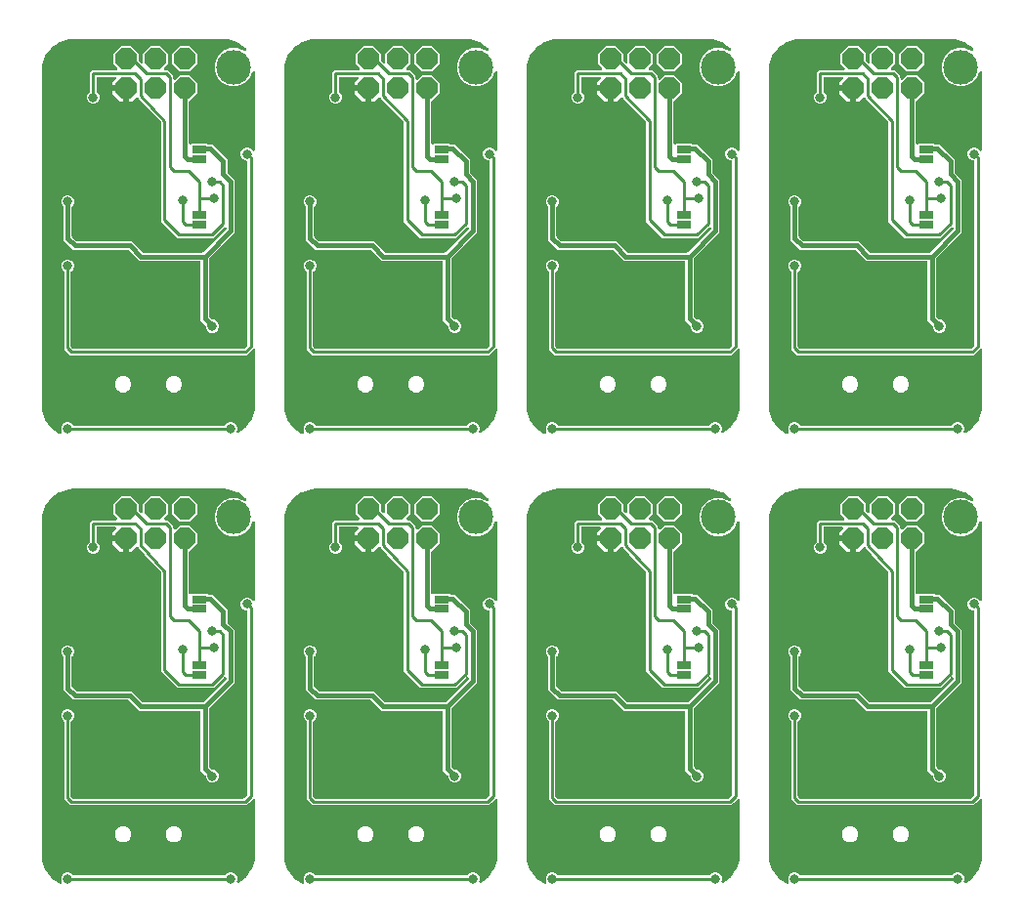
<source format=gbl>
G04 This is an RS-274x file exported by *
G04 gerbv version 2.6A *
G04 More information is available about gerbv at *
G04 http://gerbv.geda-project.org/ *
G04 --End of header info--*
%MOIN*%
%FSLAX34Y34*%
%IPPOS*%
G04 --Define apertures--*
%ADD10P,0.0801X8.0000X202.5000*%
%ADD11R,0.0500X0.0250*%
%ADD12C,0.0317*%
%ADD13C,0.0100*%
%ADD14C,0.0160*%
%ADD15C,0.0180*%
%ADD16C,0.1181*%
%ADD17P,0.0801X8.0000X202.5000*%
%ADD18R,0.0500X0.0250*%
%ADD19C,0.0317*%
%ADD20C,0.0100*%
%ADD21C,0.0160*%
%ADD22C,0.0180*%
%ADD23C,0.1181*%
%ADD24P,0.0801X8.0000X202.5000*%
%ADD25R,0.0500X0.0250*%
%ADD26C,0.0317*%
%ADD27C,0.0100*%
%ADD28C,0.0160*%
%ADD29C,0.0180*%
%ADD30C,0.1181*%
%ADD31P,0.0801X8.0000X202.5000*%
%ADD32R,0.0500X0.0250*%
%ADD33C,0.0317*%
%ADD34C,0.0100*%
%ADD35C,0.0160*%
%ADD36C,0.0180*%
%ADD37C,0.1181*%
%ADD38P,0.0801X8.0000X202.5000*%
%ADD39R,0.0500X0.0250*%
%ADD40C,0.0317*%
%ADD41C,0.0100*%
%ADD42C,0.0160*%
%ADD43C,0.0180*%
%ADD44C,0.1181*%
%ADD45P,0.0801X8.0000X202.5000*%
%ADD46R,0.0500X0.0250*%
%ADD47C,0.0317*%
%ADD48C,0.0100*%
%ADD49C,0.0160*%
%ADD50C,0.0180*%
%ADD51C,0.1181*%
%ADD52P,0.0801X8.0000X202.5000*%
%ADD53R,0.0500X0.0250*%
%ADD54C,0.0317*%
%ADD55C,0.0100*%
%ADD56C,0.0160*%
%ADD57C,0.0180*%
%ADD58C,0.1181*%
%ADD59P,0.0801X8.0000X202.5000*%
%ADD60R,0.0500X0.0250*%
%ADD61C,0.0317*%
%ADD62C,0.0100*%
%ADD63C,0.0160*%
%ADD64C,0.0180*%
%ADD65C,0.1181*%
%ADD66C,0.0079*%
G04 --Start main section--*
G36*
G01X0010135Y0009759D02*
G01X0010135Y0009759D01*
G01X0010135Y0009765D01*
G01X0010134Y0009765D01*
G01X0010134Y0009766D01*
G01X0010132Y0009771D01*
G01X0010130Y0009776D01*
G01X0010130Y0009777D01*
G01X0010130Y0009778D01*
G01X0010126Y0009782D01*
G01X0010123Y0009787D01*
G01X0010123Y0009787D01*
G01X0010122Y0009788D01*
G01X0010118Y0009791D01*
G01X0010114Y0009795D01*
G01X0010113Y0009795D01*
G01X0010113Y0009796D01*
G01X0010108Y0009798D01*
G01X0010103Y0009801D01*
G01X0010102Y0009801D01*
G01X0010101Y0009801D01*
G01X0010096Y0009802D01*
G01X0010090Y0009803D01*
G01X0010090Y0009803D01*
G01X0010089Y0009804D01*
G01X0010083Y0009803D01*
G01X0010078Y0009803D01*
G01X0010077Y0009803D01*
G01X0010076Y0009803D01*
G01X0010071Y0009801D01*
G01X0010066Y0009800D01*
G01X0010065Y0009799D01*
G01X0010065Y0009799D01*
G01X0010060Y0009796D01*
G01X0010055Y0009793D01*
G01X0010054Y0009792D01*
G01X0010054Y0009792D01*
G01X0010053Y0009792D01*
G01X0010050Y0009789D01*
G01X0009923Y0009661D01*
G01X0009844Y0009582D01*
G01X0003815Y0009582D01*
G01X0003626Y0009772D01*
G01X0003626Y0012410D01*
G01X0003625Y0012414D01*
G01X0003625Y0012418D01*
G01X0003624Y0012420D01*
G01X0003624Y0012423D01*
G01X0003623Y0012426D01*
G01X0003622Y0012430D01*
G01X0003620Y0012432D01*
G01X0003620Y0012434D01*
G01X0003617Y0012438D01*
G01X0003615Y0012441D01*
G01X0003613Y0012444D01*
G01X0003612Y0012445D01*
G01X0003612Y0012445D01*
G01X0003611Y0012446D01*
G01X0003551Y0012506D01*
G01X0003517Y0012586D01*
G01X0003517Y0012673D01*
G01X0003551Y0012754D01*
G01X0003612Y0012815D01*
G01X0003692Y0012848D01*
G01X0003779Y0012848D01*
G01X0003859Y0012815D01*
G01X0003921Y0012754D01*
G01X0003954Y0012673D01*
G01X0003954Y0012586D01*
G01X0003921Y0012506D01*
G01X0003860Y0012446D01*
G01X0003858Y0012443D01*
G01X0003855Y0012440D01*
G01X0003854Y0012438D01*
G01X0003853Y0012436D01*
G01X0003851Y0012432D01*
G01X0003849Y0012429D01*
G01X0003849Y0012426D01*
G01X0003848Y0012424D01*
G01X0003847Y0012420D01*
G01X0003846Y0012417D01*
G01X0003846Y0012413D01*
G01X0003846Y0012412D01*
G01X0003846Y0012411D01*
G01X0003846Y0012410D01*
G01X0003846Y0009884D01*
G01X0003846Y0009880D01*
G01X0003846Y0009876D01*
G01X0003847Y0009874D01*
G01X0003847Y0009871D01*
G01X0003849Y0009868D01*
G01X0003850Y0009864D01*
G01X0003851Y0009862D01*
G01X0003852Y0009860D01*
G01X0003854Y0009856D01*
G01X0003856Y0009853D01*
G01X0003859Y0009850D01*
G01X0003859Y0009850D01*
G01X0003860Y0009849D01*
G01X0003860Y0009848D01*
G01X0003892Y0009817D01*
G01X0003895Y0009815D01*
G01X0003898Y0009812D01*
G01X0003900Y0009811D01*
G01X0003902Y0009809D01*
G01X0003905Y0009808D01*
G01X0003909Y0009806D01*
G01X0003911Y0009805D01*
G01X0003913Y0009804D01*
G01X0003917Y0009804D01*
G01X0003921Y0009803D01*
G01X0003925Y0009803D01*
G01X0003925Y0009802D01*
G01X0003926Y0009803D01*
G01X0003927Y0009802D01*
G01X0009732Y0009802D01*
G01X0009736Y0009803D01*
G01X0009740Y0009803D01*
G01X0009742Y0009804D01*
G01X0009744Y0009804D01*
G01X0009748Y0009805D01*
G01X0009752Y0009807D01*
G01X0009754Y0009808D01*
G01X0009756Y0009809D01*
G01X0009759Y0009811D01*
G01X0009763Y0009813D01*
G01X0009765Y0009815D01*
G01X0009766Y0009816D01*
G01X0009766Y0009816D01*
G01X0009767Y0009817D01*
G01X0009861Y0009911D01*
G01X0009863Y0009914D01*
G01X0009866Y0009917D01*
G01X0009867Y0009919D01*
G01X0009869Y0009921D01*
G01X0009870Y0009924D01*
G01X0009872Y0009928D01*
G01X0009873Y0009930D01*
G01X0009874Y0009932D01*
G01X0009874Y0009936D01*
G01X0009875Y0009940D01*
G01X0009876Y0009944D01*
G01X0009876Y0009945D01*
G01X0009876Y0009945D01*
G01X0009876Y0009946D01*
G01X0009876Y0016174D01*
G01X0009875Y0016179D01*
G01X0009875Y0016183D01*
G01X0009874Y0016185D01*
G01X0009874Y0016186D01*
G01X0009872Y0016191D01*
G01X0009871Y0016195D01*
G01X0009870Y0016197D01*
G01X0009870Y0016198D01*
G01X0009867Y0016202D01*
G01X0009864Y0016206D01*
G01X0009863Y0016207D01*
G01X0009862Y0016208D01*
G01X0009859Y0016211D01*
G01X0009855Y0016214D01*
G01X0009854Y0016215D01*
G01X0009853Y0016216D01*
G01X0009848Y0016218D01*
G01X0009844Y0016220D01*
G01X0009843Y0016221D01*
G01X0009841Y0016222D01*
G01X0009837Y0016222D01*
G01X0009832Y0016224D01*
G01X0009830Y0016224D01*
G01X0009829Y0016224D01*
G01X0009828Y0016224D01*
G01X0009826Y0016224D01*
G01X0009817Y0016224D01*
G01X0009737Y0016257D01*
G01X0009676Y0016319D01*
G01X0009642Y0016399D01*
G01X0009642Y0016486D01*
G01X0009676Y0016566D01*
G01X0009737Y0016628D01*
G01X0009817Y0016661D01*
G01X0009904Y0016661D01*
G01X0009984Y0016628D01*
G01X0010050Y0016562D01*
G01X0010055Y0016558D01*
G01X0010059Y0016555D01*
G01X0010060Y0016555D01*
G01X0010060Y0016554D01*
G01X0010065Y0016552D01*
G01X0010070Y0016550D01*
G01X0010071Y0016549D01*
G01X0010072Y0016549D01*
G01X0010077Y0016548D01*
G01X0010083Y0016547D01*
G01X0010083Y0016547D01*
G01X0010084Y0016547D01*
G01X0010090Y0016548D01*
G01X0010095Y0016548D01*
G01X0010096Y0016548D01*
G01X0010097Y0016548D01*
G01X0010102Y0016550D01*
G01X0010107Y0016552D01*
G01X0010108Y0016552D01*
G01X0010108Y0016552D01*
G01X0010113Y0016556D01*
G01X0010118Y0016558D01*
G01X0010118Y0016559D01*
G01X0010119Y0016559D01*
G01X0010122Y0016564D01*
G01X0010126Y0016568D01*
G01X0010127Y0016568D01*
G01X0010127Y0016569D01*
G01X0010130Y0016574D01*
G01X0010132Y0016579D01*
G01X0010132Y0016579D01*
G01X0010133Y0016580D01*
G01X0010134Y0016585D01*
G01X0010135Y0016591D01*
G01X0010135Y0016592D01*
G01X0010135Y0016592D01*
G01X0010135Y0016593D01*
G01X0010136Y0016597D01*
G01X0010136Y0019212D01*
G01X0010135Y0019215D01*
G01X0010135Y0019218D01*
G01X0010135Y0019221D01*
G01X0010134Y0019225D01*
G01X0010133Y0019227D01*
G01X0010132Y0019230D01*
G01X0010131Y0019233D01*
G01X0010130Y0019236D01*
G01X0010128Y0019238D01*
G01X0010127Y0019241D01*
G01X0010124Y0019244D01*
G01X0010122Y0019246D01*
G01X0010120Y0019248D01*
G01X0010118Y0019250D01*
G01X0010115Y0019252D01*
G01X0010113Y0019254D01*
G01X0010110Y0019256D01*
G01X0010108Y0019257D01*
G01X0010104Y0019258D01*
G01X0010101Y0019260D01*
G01X0010098Y0019260D01*
G01X0010096Y0019261D01*
G01X0010092Y0019261D01*
G01X0010089Y0019262D01*
G01X0010086Y0019262D01*
G01X0010083Y0019262D01*
G01X0010080Y0019262D01*
G01X0010076Y0019261D01*
G01X0010074Y0019260D01*
G01X0010071Y0019260D01*
G01X0010068Y0019259D01*
G01X0010065Y0019257D01*
G01X0010062Y0019256D01*
G01X0010060Y0019255D01*
G01X0010057Y0019253D01*
G01X0010054Y0019251D01*
G01X0010052Y0019249D01*
G01X0010050Y0019247D01*
G01X0010048Y0019244D01*
G01X0010045Y0019242D01*
G01X0010044Y0019239D01*
G01X0010042Y0019237D01*
G01X0010040Y0019231D01*
G01X0009960Y0019040D01*
G01X0009777Y0018857D01*
G01X0009538Y0018758D01*
G01X0009280Y0018758D01*
G01X0009040Y0018857D01*
G01X0008857Y0019040D01*
G01X0008758Y0019280D01*
G01X0008758Y0019538D01*
G01X0008857Y0019777D01*
G01X0009040Y0019960D01*
G01X0009280Y0020060D01*
G01X0009538Y0020060D01*
G01X0009773Y0019962D01*
G01X0009778Y0019961D01*
G01X0009783Y0019959D01*
G01X0009784Y0019959D01*
G01X0009785Y0019959D01*
G01X0009790Y0019959D01*
G01X0009795Y0019959D01*
G01X0009796Y0019959D01*
G01X0009797Y0019959D01*
G01X0009802Y0019960D01*
G01X0009807Y0019961D01*
G01X0009808Y0019962D01*
G01X0009810Y0019962D01*
G01X0009814Y0019964D01*
G01X0009819Y0019966D01*
G01X0009820Y0019967D01*
G01X0009821Y0019968D01*
G01X0009824Y0019971D01*
G01X0009828Y0019974D01*
G01X0009829Y0019975D01*
G01X0009830Y0019976D01*
G01X0009833Y0019980D01*
G01X0009836Y0019984D01*
G01X0009836Y0019986D01*
G01X0009837Y0019987D01*
G01X0009839Y0019991D01*
G01X0009840Y0019996D01*
G01X0009841Y0019997D01*
G01X0009841Y0019998D01*
G01X0009841Y0020003D01*
G01X0009842Y0020008D01*
G01X0009842Y0020010D01*
G01X0009842Y0020011D01*
G01X0009841Y0020016D01*
G01X0009840Y0020021D01*
G01X0009840Y0020022D01*
G01X0009840Y0020023D01*
G01X0009838Y0020028D01*
G01X0009836Y0020033D01*
G01X0009835Y0020034D01*
G01X0009835Y0020035D01*
G01X0009834Y0020035D01*
G01X0009832Y0020038D01*
G01X0009824Y0020049D01*
G01X0009821Y0020053D01*
G01X0009818Y0020056D01*
G01X0009816Y0020058D01*
G01X0009816Y0020058D01*
G01X0009815Y0020059D01*
G01X0009813Y0020060D01*
G01X0009552Y0020250D01*
G01X0009548Y0020252D01*
G01X0009544Y0020255D01*
G01X0009542Y0020256D01*
G01X0009541Y0020256D01*
G01X0009540Y0020256D01*
G01X0009538Y0020257D01*
G01X0009231Y0020357D01*
G01X0009229Y0020357D01*
G01X0009226Y0020358D01*
G01X0009220Y0020359D01*
G01X0009059Y0020372D01*
G01X0009058Y0020372D01*
G01X0009055Y0020372D01*
G01X0003937Y0020372D01*
G01X0003936Y0020372D01*
G01X0003933Y0020372D01*
G01X0003771Y0020359D01*
G01X0003769Y0020359D01*
G01X0003766Y0020358D01*
G01X0003760Y0020357D01*
G01X0003453Y0020257D01*
G01X0003449Y0020255D01*
G01X0003444Y0020253D01*
G01X0003442Y0020252D01*
G01X0003442Y0020252D01*
G01X0003441Y0020251D01*
G01X0003439Y0020250D01*
G01X0003178Y0020060D01*
G01X0003175Y0020057D01*
G01X0003171Y0020054D01*
G01X0003170Y0020052D01*
G01X0003169Y0020052D01*
G01X0003168Y0020051D01*
G01X0003167Y0020049D01*
G01X0003099Y0019956D01*
G01X0002977Y0019788D01*
G01X0002975Y0019784D01*
G01X0002973Y0019780D01*
G01X0002972Y0019778D01*
G01X0002971Y0019777D01*
G01X0002971Y0019777D01*
G01X0002970Y0019774D01*
G01X0002871Y0019468D01*
G01X0002870Y0019465D01*
G01X0002869Y0019462D01*
G01X0002868Y0019456D01*
G01X0002856Y0019295D01*
G01X0002856Y0019294D01*
G01X0002855Y0019291D01*
G01X0002855Y0007874D01*
G01X0002856Y0007873D01*
G01X0002856Y0007870D01*
G01X0002868Y0007708D01*
G01X0002869Y0007706D01*
G01X0002869Y0007703D01*
G01X0002871Y0007697D01*
G01X0002970Y0007390D01*
G01X0002972Y0007386D01*
G01X0002974Y0007381D01*
G01X0002975Y0007379D01*
G01X0002976Y0007379D01*
G01X0002976Y0007378D01*
G01X0002977Y0007376D01*
G01X0003167Y0007115D01*
G01X0003170Y0007112D01*
G01X0003173Y0007108D01*
G01X0003175Y0007107D01*
G01X0003176Y0007106D01*
G01X0003176Y0007105D01*
G01X0003178Y0007104D01*
G01X0003439Y0006914D01*
G01X0003443Y0006912D01*
G01X0003447Y0006910D01*
G01X0003449Y0006909D01*
G01X0003450Y0006908D01*
G01X0003451Y0006908D01*
G01X0003453Y0006907D01*
G01X0003480Y0006898D01*
G01X0003483Y0006898D01*
G01X0003487Y0006897D01*
G01X0003490Y0006897D01*
G01X0003492Y0006896D01*
G01X0003496Y0006896D01*
G01X0003499Y0006896D01*
G01X0003502Y0006897D01*
G01X0003505Y0006897D01*
G01X0003508Y0006898D01*
G01X0003512Y0006899D01*
G01X0003514Y0006900D01*
G01X0003517Y0006901D01*
G01X0003520Y0006903D01*
G01X0003523Y0006904D01*
G01X0003525Y0006906D01*
G01X0003527Y0006907D01*
G01X0003530Y0006910D01*
G01X0003532Y0006912D01*
G01X0003534Y0006915D01*
G01X0003536Y0006917D01*
G01X0003538Y0006920D01*
G01X0003540Y0006923D01*
G01X0003541Y0006925D01*
G01X0003542Y0006928D01*
G01X0003543Y0006931D01*
G01X0003544Y0006934D01*
G01X0003544Y0006937D01*
G01X0003545Y0006940D01*
G01X0003545Y0006943D01*
G01X0003545Y0006947D01*
G01X0003545Y0006949D01*
G01X0003545Y0006952D01*
G01X0003544Y0006956D01*
G01X0003544Y0006959D01*
G01X0003542Y0006964D01*
G01X0003542Y0006964D01*
G01X0003542Y0006965D01*
G01X0003542Y0006965D01*
G01X0003517Y0007024D01*
G01X0003517Y0007111D01*
G01X0003551Y0007191D01*
G01X0003612Y0007253D01*
G01X0003692Y0007286D01*
G01X0003779Y0007286D01*
G01X0003859Y0007253D01*
G01X0003920Y0007192D01*
G01X0003923Y0007190D01*
G01X0003926Y0007187D01*
G01X0003928Y0007186D01*
G01X0003930Y0007184D01*
G01X0003933Y0007183D01*
G01X0003937Y0007181D01*
G01X0003939Y0007180D01*
G01X0003941Y0007179D01*
G01X0003945Y0007179D01*
G01X0003949Y0007178D01*
G01X0003953Y0007178D01*
G01X0003954Y0007177D01*
G01X0003954Y0007178D01*
G01X0003955Y0007177D01*
G01X0009079Y0007177D01*
G01X0009082Y0007178D01*
G01X0009086Y0007178D01*
G01X0009089Y0007179D01*
G01X0009091Y0007179D01*
G01X0009095Y0007180D01*
G01X0009098Y0007182D01*
G01X0009100Y0007183D01*
G01X0009103Y0007184D01*
G01X0009106Y0007186D01*
G01X0009109Y0007188D01*
G01X0009112Y0007190D01*
G01X0009113Y0007191D01*
G01X0009113Y0007191D01*
G01X0009114Y0007192D01*
G01X0009174Y0007253D01*
G01X0009255Y0007286D01*
G01X0009342Y0007286D01*
G01X0009422Y0007253D01*
G01X0009483Y0007191D01*
G01X0009517Y0007111D01*
G01X0009517Y0007024D01*
G01X0009504Y0006994D01*
G01X0009503Y0006989D01*
G01X0009501Y0006984D01*
G01X0009501Y0006983D01*
G01X0009501Y0006982D01*
G01X0009501Y0006977D01*
G01X0009501Y0006972D01*
G01X0009501Y0006971D01*
G01X0009501Y0006969D01*
G01X0009502Y0006965D01*
G01X0009503Y0006960D01*
G01X0009503Y0006958D01*
G01X0009504Y0006957D01*
G01X0009506Y0006953D01*
G01X0009508Y0006948D01*
G01X0009509Y0006947D01*
G01X0009510Y0006946D01*
G01X0009513Y0006942D01*
G01X0009516Y0006939D01*
G01X0009517Y0006938D01*
G01X0009518Y0006937D01*
G01X0009522Y0006934D01*
G01X0009526Y0006931D01*
G01X0009527Y0006931D01*
G01X0009528Y0006930D01*
G01X0009533Y0006928D01*
G01X0009538Y0006927D01*
G01X0009539Y0006926D01*
G01X0009540Y0006926D01*
G01X0009545Y0006926D01*
G01X0009550Y0006925D01*
G01X0009552Y0006925D01*
G01X0009553Y0006925D01*
G01X0009558Y0006926D01*
G01X0009563Y0006927D01*
G01X0009564Y0006927D01*
G01X0009565Y0006927D01*
G01X0009570Y0006929D01*
G01X0009574Y0006931D01*
G01X0009576Y0006932D01*
G01X0009577Y0006932D01*
G01X0009577Y0006933D01*
G01X0009580Y0006935D01*
G01X0009813Y0007104D01*
G01X0009817Y0007107D01*
G01X0009820Y0007110D01*
G01X0009822Y0007112D01*
G01X0009822Y0007113D01*
G01X0009823Y0007113D01*
G01X0009824Y0007115D01*
G01X0009826Y0007118D01*
G01X0010014Y0007376D01*
G01X0010016Y0007380D01*
G01X0010019Y0007384D01*
G01X0010019Y0007386D01*
G01X0010020Y0007387D01*
G01X0010020Y0007388D01*
G01X0010021Y0007390D01*
G01X0010121Y0007697D01*
G01X0010121Y0007699D01*
G01X0010122Y0007702D01*
G01X0010123Y0007708D01*
G01X0010136Y0007870D01*
G01X0010135Y0007870D01*
G01X0010136Y0007874D01*
G01X0010136Y0009754D01*
G01X0010135Y0009759D01*
G37*
%LPC*%
G36*
G01X0009438Y0013759D02*
G01X0009438Y0013759D01*
G01X0009342Y0013663D01*
G01X0008588Y0012909D01*
G01X0008585Y0012906D01*
G01X0008583Y0012903D01*
G01X0008582Y0012901D01*
G01X0008580Y0012899D01*
G01X0008579Y0012896D01*
G01X0008577Y0012892D01*
G01X0008576Y0012890D01*
G01X0008575Y0012888D01*
G01X0008575Y0012884D01*
G01X0008574Y0012880D01*
G01X0008573Y0012876D01*
G01X0008573Y0012875D01*
G01X0008573Y0012875D01*
G01X0008573Y0012874D01*
G01X0008573Y0010900D01*
G01X0008574Y0010896D01*
G01X0008574Y0010892D01*
G01X0008575Y0010890D01*
G01X0008575Y0010888D01*
G01X0008576Y0010884D01*
G01X0008577Y0010880D01*
G01X0008579Y0010878D01*
G01X0008579Y0010876D01*
G01X0008582Y0010873D01*
G01X0008584Y0010870D01*
G01X0008586Y0010867D01*
G01X0008587Y0010866D01*
G01X0008587Y0010866D01*
G01X0008588Y0010865D01*
G01X0008652Y0010800D01*
G01X0008655Y0010798D01*
G01X0008658Y0010795D01*
G01X0008660Y0010794D01*
G01X0008662Y0010793D01*
G01X0008666Y0010791D01*
G01X0008669Y0010789D01*
G01X0008672Y0010789D01*
G01X0008674Y0010788D01*
G01X0008678Y0010787D01*
G01X0008681Y0010786D01*
G01X0008685Y0010786D01*
G01X0008686Y0010786D01*
G01X0008687Y0010786D01*
G01X0008688Y0010786D01*
G01X0008717Y0010786D01*
G01X0008797Y0010753D01*
G01X0008858Y0010691D01*
G01X0008892Y0010611D01*
G01X0008892Y0010524D01*
G01X0008858Y0010444D01*
G01X0008797Y0010382D01*
G01X0008717Y0010349D01*
G01X0008630Y0010349D01*
G01X0008549Y0010382D01*
G01X0008488Y0010444D01*
G01X0008455Y0010524D01*
G01X0008455Y0010553D01*
G01X0008454Y0010557D01*
G01X0008454Y0010561D01*
G01X0008454Y0010563D01*
G01X0008453Y0010565D01*
G01X0008452Y0010569D01*
G01X0008451Y0010573D01*
G01X0008449Y0010575D01*
G01X0008449Y0010577D01*
G01X0008446Y0010580D01*
G01X0008444Y0010584D01*
G01X0008442Y0010587D01*
G01X0008441Y0010587D01*
G01X0008441Y0010587D01*
G01X0008440Y0010588D01*
G01X0008273Y0010755D01*
G01X0008273Y0012752D01*
G01X0008273Y0012757D01*
G01X0008272Y0012762D01*
G01X0008272Y0012763D01*
G01X0008272Y0012765D01*
G01X0008270Y0012769D01*
G01X0008268Y0012774D01*
G01X0008268Y0012775D01*
G01X0008267Y0012776D01*
G01X0008264Y0012780D01*
G01X0008262Y0012784D01*
G01X0008261Y0012785D01*
G01X0008260Y0012787D01*
G01X0008256Y0012790D01*
G01X0008253Y0012793D01*
G01X0008251Y0012794D01*
G01X0008250Y0012795D01*
G01X0008246Y0012797D01*
G01X0008242Y0012799D01*
G01X0008240Y0012799D01*
G01X0008239Y0012800D01*
G01X0008234Y0012801D01*
G01X0008230Y0012802D01*
G01X0008227Y0012802D01*
G01X0008226Y0012802D01*
G01X0008226Y0012802D01*
G01X0008223Y0012802D01*
G01X0006178Y0012802D01*
G01X0005817Y0013163D01*
G01X0005814Y0013165D01*
G01X0005811Y0013168D01*
G01X0005809Y0013169D01*
G01X0005807Y0013170D01*
G01X0005804Y0013172D01*
G01X0005800Y0013174D01*
G01X0005798Y0013174D01*
G01X0005796Y0013175D01*
G01X0005792Y0013176D01*
G01X0005788Y0013177D01*
G01X0005784Y0013177D01*
G01X0005784Y0013177D01*
G01X0005783Y0013177D01*
G01X0005782Y0013177D01*
G01X0003928Y0013177D01*
G01X0003596Y0013509D01*
G01X0003596Y0014628D01*
G01X0003595Y0014632D01*
G01X0003595Y0014636D01*
G01X0003594Y0014638D01*
G01X0003594Y0014640D01*
G01X0003593Y0014644D01*
G01X0003592Y0014648D01*
G01X0003590Y0014650D01*
G01X0003590Y0014652D01*
G01X0003587Y0014655D01*
G01X0003585Y0014658D01*
G01X0003583Y0014661D01*
G01X0003582Y0014662D01*
G01X0003582Y0014662D01*
G01X0003581Y0014663D01*
G01X0003551Y0014694D01*
G01X0003517Y0014774D01*
G01X0003517Y0014861D01*
G01X0003551Y0014941D01*
G01X0003612Y0015003D01*
G01X0003692Y0015036D01*
G01X0003779Y0015036D01*
G01X0003859Y0015003D01*
G01X0003921Y0014941D01*
G01X0003954Y0014861D01*
G01X0003954Y0014774D01*
G01X0003921Y0014694D01*
G01X0003890Y0014663D01*
G01X0003888Y0014660D01*
G01X0003885Y0014657D01*
G01X0003884Y0014655D01*
G01X0003883Y0014653D01*
G01X0003881Y0014650D01*
G01X0003879Y0014646D01*
G01X0003879Y0014644D01*
G01X0003878Y0014642D01*
G01X0003877Y0014638D01*
G01X0003876Y0014634D01*
G01X0003876Y0014630D01*
G01X0003876Y0014629D01*
G01X0003876Y0014629D01*
G01X0003876Y0014628D01*
G01X0003876Y0013646D01*
G01X0003876Y0013642D01*
G01X0003876Y0013638D01*
G01X0003877Y0013636D01*
G01X0003877Y0013634D01*
G01X0003879Y0013630D01*
G01X0003880Y0013626D01*
G01X0003881Y0013624D01*
G01X0003882Y0013622D01*
G01X0003884Y0013619D01*
G01X0003886Y0013616D01*
G01X0003889Y0013613D01*
G01X0003889Y0013612D01*
G01X0003890Y0013612D01*
G01X0003890Y0013611D01*
G01X0004029Y0013472D01*
G01X0004032Y0013470D01*
G01X0004035Y0013467D01*
G01X0004037Y0013466D01*
G01X0004039Y0013464D01*
G01X0004043Y0013463D01*
G01X0004046Y0013461D01*
G01X0004048Y0013460D01*
G01X0004050Y0013459D01*
G01X0004054Y0013459D01*
G01X0004058Y0013458D01*
G01X0004062Y0013458D01*
G01X0004063Y0013457D01*
G01X0004063Y0013458D01*
G01X0004064Y0013457D01*
G01X0005919Y0013457D01*
G01X0006279Y0013097D01*
G01X0006282Y0013095D01*
G01X0006285Y0013092D01*
G01X0006287Y0013091D01*
G01X0006289Y0013089D01*
G01X0006293Y0013088D01*
G01X0006296Y0013086D01*
G01X0006298Y0013085D01*
G01X0006300Y0013084D01*
G01X0006304Y0013084D01*
G01X0006308Y0013083D01*
G01X0006312Y0013083D01*
G01X0006313Y0013082D01*
G01X0006313Y0013083D01*
G01X0006314Y0013082D01*
G01X0008330Y0013082D01*
G01X0008334Y0013083D01*
G01X0008338Y0013083D01*
G01X0008340Y0013084D01*
G01X0008343Y0013084D01*
G01X0008346Y0013085D01*
G01X0008350Y0013087D01*
G01X0008352Y0013088D01*
G01X0008354Y0013089D01*
G01X0008358Y0013091D01*
G01X0008361Y0013093D01*
G01X0008361Y0013093D01*
G01X0008362Y0013093D01*
G01X0008365Y0013094D01*
G01X0008367Y0013094D01*
G01X0008371Y0013095D01*
G01X0008374Y0013097D01*
G01X0008376Y0013098D01*
G01X0008379Y0013099D01*
G01X0008382Y0013101D01*
G01X0008385Y0013103D01*
G01X0008388Y0013105D01*
G01X0008389Y0013106D01*
G01X0008389Y0013106D01*
G01X0008390Y0013107D01*
G01X0009144Y0013861D01*
G01X0009146Y0013864D01*
G01X0009149Y0013867D01*
G01X0009150Y0013869D01*
G01X0009151Y0013871D01*
G01X0009153Y0013874D01*
G01X0009155Y0013878D01*
G01X0009155Y0013880D01*
G01X0009156Y0013882D01*
G01X0009157Y0013886D01*
G01X0009158Y0013890D01*
G01X0009158Y0013894D01*
G01X0009158Y0013895D01*
G01X0009158Y0013895D01*
G01X0009158Y0013896D01*
G01X0009158Y0013901D01*
G01X0009157Y0013907D01*
G01X0009157Y0013912D01*
G01X0009157Y0013913D01*
G01X0009157Y0013914D01*
G01X0009155Y0013919D01*
G01X0009153Y0013924D01*
G01X0009152Y0013924D01*
G01X0009152Y0013925D01*
G01X0009149Y0013930D01*
G01X0009146Y0013934D01*
G01X0009145Y0013935D01*
G01X0009145Y0013935D01*
G01X0009140Y0013939D01*
G01X0009136Y0013942D01*
G01X0009136Y0013943D01*
G01X0009135Y0013943D01*
G01X0009130Y0013946D01*
G01X0009125Y0013948D01*
G01X0009124Y0013948D01*
G01X0009124Y0013949D01*
G01X0009118Y0013950D01*
G01X0009113Y0013951D01*
G01X0009112Y0013951D01*
G01X0009111Y0013951D01*
G01X0009106Y0013951D01*
G01X0009100Y0013951D01*
G01X0009100Y0013950D01*
G01X0009099Y0013950D01*
G01X0009094Y0013949D01*
G01X0009088Y0013947D01*
G01X0009088Y0013947D01*
G01X0009087Y0013946D01*
G01X0009082Y0013943D01*
G01X0009078Y0013941D01*
G01X0009077Y0013940D01*
G01X0009076Y0013940D01*
G01X0009076Y0013939D01*
G01X0009073Y0013936D01*
G01X0008798Y0013661D01*
G01X0008719Y0013582D01*
G01X0007503Y0013582D01*
G01X0006938Y0014147D01*
G01X0006938Y0017505D01*
G01X0006938Y0017508D01*
G01X0006938Y0017511D01*
G01X0006937Y0017514D01*
G01X0006937Y0017517D01*
G01X0006936Y0017520D01*
G01X0006935Y0017523D01*
G01X0006933Y0017526D01*
G01X0006932Y0017529D01*
G01X0006930Y0017531D01*
G01X0006929Y0017534D01*
G01X0006925Y0017539D01*
G01X0006924Y0017539D01*
G01X0006924Y0017539D01*
G01X0006724Y0017755D01*
G01X0006724Y0017755D01*
G01X0006574Y0017916D01*
G01X0006574Y0017916D01*
G01X0006374Y0018131D01*
G01X0006175Y0018347D01*
G01X0006157Y0018365D01*
G01X0006157Y0018366D01*
G01X0006156Y0018367D01*
G01X0006151Y0018372D01*
G01X0006147Y0018375D01*
G01X0006143Y0018378D01*
G01X0006142Y0018379D01*
G01X0006141Y0018380D01*
G01X0006136Y0018381D01*
G01X0006132Y0018384D01*
G01X0006131Y0018384D01*
G01X0006129Y0018385D01*
G01X0006125Y0018385D01*
G01X0006120Y0018386D01*
G01X0006118Y0018386D01*
G01X0006117Y0018387D01*
G01X0006112Y0018386D01*
G01X0006108Y0018386D01*
G01X0006106Y0018385D01*
G01X0006104Y0018385D01*
G01X0006100Y0018384D01*
G01X0006095Y0018382D01*
G01X0006094Y0018382D01*
G01X0006093Y0018381D01*
G01X0006089Y0018378D01*
G01X0006085Y0018376D01*
G01X0006083Y0018375D01*
G01X0006082Y0018374D01*
G01X0006082Y0018373D01*
G01X0006080Y0018372D01*
G01X0005930Y0018222D01*
G01X0005836Y0018222D01*
G01X0005836Y0018642D01*
G01X0005835Y0018647D01*
G01X0005835Y0018652D01*
G01X0005834Y0018653D01*
G01X0005834Y0018655D01*
G01X0005832Y0018659D01*
G01X0005831Y0018664D01*
G01X0005830Y0018665D01*
G01X0005830Y0018666D01*
G01X0005827Y0018670D01*
G01X0005824Y0018674D01*
G01X0005823Y0018675D01*
G01X0005822Y0018677D01*
G01X0005819Y0018680D01*
G01X0005815Y0018683D01*
G01X0005814Y0018684D01*
G01X0005813Y0018685D01*
G01X0005808Y0018687D01*
G01X0005804Y0018689D01*
G01X0005803Y0018689D01*
G01X0005801Y0018690D01*
G01X0005797Y0018691D01*
G01X0005792Y0018692D01*
G01X0005790Y0018692D01*
G01X0005789Y0018692D01*
G01X0005788Y0018692D01*
G01X0005786Y0018692D01*
G01X0005736Y0018692D01*
G01X0005736Y0018742D01*
G01X0005735Y0018747D01*
G01X0005735Y0018752D01*
G01X0005734Y0018753D01*
G01X0005734Y0018755D01*
G01X0005732Y0018759D01*
G01X0005731Y0018764D01*
G01X0005730Y0018765D01*
G01X0005730Y0018766D01*
G01X0005727Y0018770D01*
G01X0005724Y0018774D01*
G01X0005723Y0018775D01*
G01X0005722Y0018777D01*
G01X0005719Y0018780D01*
G01X0005715Y0018783D01*
G01X0005714Y0018784D01*
G01X0005712Y0018785D01*
G01X0005708Y0018787D01*
G01X0005704Y0018789D01*
G01X0005703Y0018789D01*
G01X0005701Y0018790D01*
G01X0005697Y0018791D01*
G01X0005692Y0018792D01*
G01X0005690Y0018792D01*
G01X0005689Y0018792D01*
G01X0005688Y0018792D01*
G01X0005686Y0018792D01*
G01X0005266Y0018792D01*
G01X0005266Y0018887D01*
G01X0005376Y0018997D01*
G01X0005379Y0019001D01*
G01X0005379Y0019001D01*
G01X0005379Y0019001D01*
G01X0005383Y0019006D01*
G01X0005383Y0019006D01*
G01X0005383Y0019007D01*
G01X0005386Y0019012D01*
G01X0005388Y0019017D01*
G01X0005388Y0019018D01*
G01X0005388Y0019018D01*
G01X0005389Y0019024D01*
G01X0005390Y0019029D01*
G01X0005390Y0019030D01*
G01X0005390Y0019031D01*
G01X0005390Y0019036D01*
G01X0005389Y0019042D01*
G01X0005389Y0019042D01*
G01X0005389Y0019043D01*
G01X0005387Y0019048D01*
G01X0005386Y0019054D01*
G01X0005385Y0019054D01*
G01X0005385Y0019055D01*
G01X0005382Y0019060D01*
G01X0005379Y0019064D01*
G01X0005378Y0019065D01*
G01X0005378Y0019065D01*
G01X0005374Y0019069D01*
G01X0005370Y0019073D01*
G01X0005369Y0019073D01*
G01X0005368Y0019074D01*
G01X0005364Y0019076D01*
G01X0005359Y0019079D01*
G01X0005358Y0019079D01*
G01X0005357Y0019079D01*
G01X0005352Y0019081D01*
G01X0005347Y0019082D01*
G01X0005346Y0019082D01*
G01X0005345Y0019082D01*
G01X0005344Y0019082D01*
G01X0005340Y0019082D01*
G01X0004771Y0019082D01*
G01X0004766Y0019082D01*
G01X0004761Y0019082D01*
G01X0004760Y0019081D01*
G01X0004758Y0019081D01*
G01X0004754Y0019079D01*
G01X0004750Y0019078D01*
G01X0004748Y0019077D01*
G01X0004747Y0019076D01*
G01X0004743Y0019073D01*
G01X0004739Y0019071D01*
G01X0004738Y0019070D01*
G01X0004737Y0019069D01*
G01X0004734Y0019065D01*
G01X0004730Y0019062D01*
G01X0004730Y0019060D01*
G01X0004729Y0019059D01*
G01X0004727Y0019055D01*
G01X0004724Y0019051D01*
G01X0004724Y0019049D01*
G01X0004723Y0019048D01*
G01X0004722Y0019043D01*
G01X0004721Y0019039D01*
G01X0004721Y0019036D01*
G01X0004721Y0019036D01*
G01X0004721Y0019035D01*
G01X0004721Y0019032D01*
G01X0004721Y0018600D01*
G01X0004721Y0018596D01*
G01X0004721Y0018592D01*
G01X0004722Y0018589D01*
G01X0004722Y0018587D01*
G01X0004724Y0018583D01*
G01X0004725Y0018580D01*
G01X0004726Y0018578D01*
G01X0004727Y0018575D01*
G01X0004729Y0018572D01*
G01X0004731Y0018569D01*
G01X0004734Y0018566D01*
G01X0004734Y0018565D01*
G01X0004735Y0018565D01*
G01X0004735Y0018564D01*
G01X0004796Y0018504D01*
G01X0004829Y0018423D01*
G01X0004829Y0018336D01*
G01X0004796Y0018256D01*
G01X0004734Y0018195D01*
G01X0004654Y0018161D01*
G01X0004567Y0018161D01*
G01X0004487Y0018195D01*
G01X0004426Y0018256D01*
G01X0004392Y0018336D01*
G01X0004392Y0018423D01*
G01X0004426Y0018504D01*
G01X0004486Y0018564D01*
G01X0004488Y0018567D01*
G01X0004491Y0018570D01*
G01X0004492Y0018572D01*
G01X0004494Y0018574D01*
G01X0004495Y0018578D01*
G01X0004497Y0018581D01*
G01X0004498Y0018583D01*
G01X0004499Y0018586D01*
G01X0004499Y0018589D01*
G01X0004500Y0018593D01*
G01X0004501Y0018597D01*
G01X0004501Y0018598D01*
G01X0004501Y0018598D01*
G01X0004501Y0018600D01*
G01X0004501Y0019238D01*
G01X0004565Y0019302D01*
G01X0005397Y0019302D01*
G01X0005402Y0019303D01*
G01X0005408Y0019304D01*
G01X0005409Y0019304D01*
G01X0005409Y0019304D01*
G01X0005414Y0019306D01*
G01X0005420Y0019308D01*
G01X0005420Y0019308D01*
G01X0005421Y0019309D01*
G01X0005425Y0019312D01*
G01X0005430Y0019315D01*
G01X0005430Y0019316D01*
G01X0005431Y0019316D01*
G01X0005435Y0019320D01*
G01X0005438Y0019324D01*
G01X0005439Y0019325D01*
G01X0005439Y0019326D01*
G01X0005441Y0019331D01*
G01X0005444Y0019335D01*
G01X0005444Y0019336D01*
G01X0005444Y0019337D01*
G01X0005445Y0019342D01*
G01X0005447Y0019348D01*
G01X0005447Y0019348D01*
G01X0005447Y0019349D01*
G01X0005446Y0019355D01*
G01X0005446Y0019360D01*
G01X0005446Y0019361D01*
G01X0005446Y0019362D01*
G01X0005444Y0019367D01*
G01X0005443Y0019372D01*
G01X0005442Y0019373D01*
G01X0005442Y0019374D01*
G01X0005439Y0019378D01*
G01X0005436Y0019383D01*
G01X0005436Y0019384D01*
G01X0005435Y0019384D01*
G01X0005435Y0019385D01*
G01X0005432Y0019388D01*
G01X0005306Y0019514D01*
G01X0005306Y0019871D01*
G01X0005558Y0020122D01*
G01X0005914Y0020122D01*
G01X0006166Y0019871D01*
G01X0006166Y0019626D01*
G01X0006166Y0019622D01*
G01X0006166Y0019618D01*
G01X0006167Y0019616D01*
G01X0006167Y0019614D01*
G01X0006169Y0019610D01*
G01X0006170Y0019606D01*
G01X0006171Y0019604D01*
G01X0006172Y0019602D01*
G01X0006174Y0019599D01*
G01X0006176Y0019596D01*
G01X0006179Y0019593D01*
G01X0006179Y0019592D01*
G01X0006180Y0019592D01*
G01X0006180Y0019591D01*
G01X0006220Y0019551D01*
G01X0006225Y0019548D01*
G01X0006229Y0019544D01*
G01X0006230Y0019544D01*
G01X0006230Y0019543D01*
G01X0006235Y0019541D01*
G01X0006240Y0019539D01*
G01X0006241Y0019539D01*
G01X0006242Y0019538D01*
G01X0006247Y0019537D01*
G01X0006253Y0019536D01*
G01X0006253Y0019536D01*
G01X0006254Y0019536D01*
G01X0006260Y0019537D01*
G01X0006265Y0019537D01*
G01X0006266Y0019537D01*
G01X0006267Y0019537D01*
G01X0006272Y0019539D01*
G01X0006277Y0019541D01*
G01X0006278Y0019541D01*
G01X0006278Y0019542D01*
G01X0006283Y0019545D01*
G01X0006288Y0019548D01*
G01X0006288Y0019548D01*
G01X0006289Y0019549D01*
G01X0006292Y0019553D01*
G01X0006296Y0019557D01*
G01X0006297Y0019557D01*
G01X0006297Y0019558D01*
G01X0006300Y0019563D01*
G01X0006302Y0019568D01*
G01X0006302Y0019569D01*
G01X0006303Y0019569D01*
G01X0006304Y0019575D01*
G01X0006305Y0019580D01*
G01X0006305Y0019581D01*
G01X0006305Y0019581D01*
G01X0006305Y0019582D01*
G01X0006306Y0019586D01*
G01X0006306Y0019871D01*
G01X0006558Y0020122D01*
G01X0006914Y0020122D01*
G01X0007166Y0019871D01*
G01X0007166Y0019514D01*
G01X0007039Y0019388D01*
G01X0007036Y0019383D01*
G01X0007032Y0019379D01*
G01X0007032Y0019378D01*
G01X0007032Y0019378D01*
G01X0007029Y0019373D01*
G01X0007027Y0019368D01*
G01X0007027Y0019367D01*
G01X0007027Y0019366D01*
G01X0007026Y0019361D01*
G01X0007025Y0019356D01*
G01X0007025Y0019355D01*
G01X0007025Y0019354D01*
G01X0007025Y0019349D01*
G01X0007025Y0019343D01*
G01X0007026Y0019342D01*
G01X0007026Y0019342D01*
G01X0007028Y0019336D01*
G01X0007029Y0019331D01*
G01X0007030Y0019330D01*
G01X0007030Y0019330D01*
G01X0007033Y0019325D01*
G01X0007036Y0019321D01*
G01X0007037Y0019320D01*
G01X0007037Y0019319D01*
G01X0007041Y0019316D01*
G01X0007045Y0019312D01*
G01X0007046Y0019312D01*
G01X0007046Y0019311D01*
G01X0007051Y0019309D01*
G01X0007056Y0019306D01*
G01X0007057Y0019306D01*
G01X0007058Y0019305D01*
G01X0007063Y0019304D01*
G01X0007068Y0019303D01*
G01X0007069Y0019303D01*
G01X0007070Y0019303D01*
G01X0007071Y0019303D01*
G01X0007075Y0019302D01*
G01X0007156Y0019302D01*
G01X0007346Y0019113D01*
G01X0007346Y0019031D01*
G01X0007346Y0019026D01*
G01X0007347Y0019020D01*
G01X0007347Y0019020D01*
G01X0007347Y0019019D01*
G01X0007349Y0019014D01*
G01X0007351Y0019009D01*
G01X0007352Y0019008D01*
G01X0007352Y0019007D01*
G01X0007355Y0019003D01*
G01X0007358Y0018998D01*
G01X0007359Y0018998D01*
G01X0007359Y0018997D01*
G01X0007364Y0018994D01*
G01X0007368Y0018990D01*
G01X0007368Y0018990D01*
G01X0007369Y0018989D01*
G01X0007374Y0018987D01*
G01X0007379Y0018984D01*
G01X0007380Y0018984D01*
G01X0007380Y0018984D01*
G01X0007386Y0018983D01*
G01X0007391Y0018982D01*
G01X0007392Y0018982D01*
G01X0007393Y0018981D01*
G01X0007398Y0018982D01*
G01X0007403Y0018982D01*
G01X0007404Y0018982D01*
G01X0007405Y0018982D01*
G01X0007410Y0018984D01*
G01X0007416Y0018985D01*
G01X0007416Y0018986D01*
G01X0007417Y0018986D01*
G01X0007422Y0018989D01*
G01X0007426Y0018992D01*
G01X0007427Y0018992D01*
G01X0007428Y0018993D01*
G01X0007428Y0018993D01*
G01X0007431Y0018996D01*
G01X0007558Y0019122D01*
G01X0007914Y0019122D01*
G01X0008166Y0018871D01*
G01X0008166Y0018514D01*
G01X0007912Y0018260D01*
G01X0007909Y0018259D01*
G01X0007905Y0018258D01*
G01X0007903Y0018257D01*
G01X0007902Y0018256D01*
G01X0007898Y0018253D01*
G01X0007894Y0018251D01*
G01X0007893Y0018250D01*
G01X0007892Y0018249D01*
G01X0007889Y0018245D01*
G01X0007885Y0018242D01*
G01X0007885Y0018240D01*
G01X0007884Y0018239D01*
G01X0007882Y0018235D01*
G01X0007879Y0018231D01*
G01X0007879Y0018229D01*
G01X0007878Y0018228D01*
G01X0007877Y0018223D01*
G01X0007876Y0018219D01*
G01X0007876Y0018216D01*
G01X0007876Y0018216D01*
G01X0007876Y0018215D01*
G01X0007876Y0018212D01*
G01X0007876Y0016821D01*
G01X0007876Y0016815D01*
G01X0007877Y0016810D01*
G01X0007877Y0016809D01*
G01X0007877Y0016808D01*
G01X0007879Y0016803D01*
G01X0007881Y0016798D01*
G01X0007882Y0016797D01*
G01X0007882Y0016797D01*
G01X0007885Y0016792D01*
G01X0007888Y0016788D01*
G01X0007889Y0016787D01*
G01X0007889Y0016787D01*
G01X0007894Y0016783D01*
G01X0007898Y0016780D01*
G01X0007898Y0016779D01*
G01X0007899Y0016779D01*
G01X0007904Y0016776D01*
G01X0007909Y0016774D01*
G01X0007910Y0016774D01*
G01X0007910Y0016773D01*
G01X0007916Y0016772D01*
G01X0007921Y0016771D01*
G01X0007922Y0016771D01*
G01X0007923Y0016771D01*
G01X0007928Y0016771D01*
G01X0007933Y0016771D01*
G01X0007934Y0016772D01*
G01X0007935Y0016772D01*
G01X0007940Y0016773D01*
G01X0007946Y0016775D01*
G01X0007946Y0016775D01*
G01X0007947Y0016776D01*
G01X0007952Y0016779D01*
G01X0007956Y0016781D01*
G01X0007957Y0016782D01*
G01X0007958Y0016782D01*
G01X0007958Y0016783D01*
G01X0007961Y0016785D01*
G01X0008511Y0016785D01*
G01X0008511Y0016785D01*
G01X0008514Y0016782D01*
G01X0008517Y0016780D01*
G01X0008519Y0016778D01*
G01X0008521Y0016777D01*
G01X0008525Y0016775D01*
G01X0008528Y0016773D01*
G01X0008530Y0016773D01*
G01X0008533Y0016772D01*
G01X0008537Y0016771D01*
G01X0008540Y0016770D01*
G01X0008544Y0016770D01*
G01X0008545Y0016770D01*
G01X0008546Y0016770D01*
G01X0008547Y0016770D01*
G01X0008669Y0016770D01*
G01X0009188Y0016250D01*
G01X0009188Y0015834D01*
G01X0009189Y0015830D01*
G01X0009189Y0015826D01*
G01X0009190Y0015824D01*
G01X0009190Y0015821D01*
G01X0009191Y0015818D01*
G01X0009192Y0015814D01*
G01X0009194Y0015812D01*
G01X0009194Y0015810D01*
G01X0009197Y0015806D01*
G01X0009199Y0015803D01*
G01X0009201Y0015800D01*
G01X0009202Y0015799D01*
G01X0009202Y0015799D01*
G01X0009203Y0015798D01*
G01X0009438Y0015563D01*
G01X0009438Y0013759D01*
G37*
G36*
G01X0008166Y0019514D02*
G01X0008166Y0019514D01*
G01X0007914Y0019262D01*
G01X0007558Y0019262D01*
G01X0007306Y0019514D01*
G01X0007306Y0019871D01*
G01X0007558Y0020122D01*
G01X0007914Y0020122D01*
G01X0008166Y0019871D01*
G01X0008166Y0019514D01*
G37*
G36*
G01X0005907Y0008531D02*
G01X0005907Y0008531D01*
G01X0005864Y0008429D01*
G01X0005786Y0008351D01*
G01X0005685Y0008309D01*
G01X0005574Y0008309D01*
G01X0005472Y0008351D01*
G01X0005394Y0008429D01*
G01X0005352Y0008531D01*
G01X0005352Y0008641D01*
G01X0005394Y0008743D01*
G01X0005472Y0008821D01*
G01X0005574Y0008863D01*
G01X0005685Y0008863D01*
G01X0005786Y0008821D01*
G01X0005864Y0008743D01*
G01X0005907Y0008641D01*
G01X0005907Y0008531D01*
G37*
G36*
G01X0007639Y0008531D02*
G01X0007639Y0008531D01*
G01X0007597Y0008429D01*
G01X0007519Y0008351D01*
G01X0007417Y0008309D01*
G01X0007307Y0008309D01*
G01X0007205Y0008351D01*
G01X0007127Y0008429D01*
G01X0007085Y0008531D01*
G01X0007085Y0008641D01*
G01X0007127Y0008743D01*
G01X0007205Y0008821D01*
G01X0007307Y0008863D01*
G01X0007417Y0008863D01*
G01X0007519Y0008821D01*
G01X0007597Y0008743D01*
G01X0007639Y0008641D01*
G01X0007639Y0008531D01*
G37*
G36*
G01X0005636Y0018222D02*
G01X0005636Y0018222D01*
G01X0005541Y0018222D01*
G01X0005266Y0018498D01*
G01X0005266Y0018592D01*
G01X0005636Y0018592D01*
G01X0005636Y0018222D01*
G37*
%LPD*%
G54D10*
G01X0007736Y0019692D03*
G01X0007736Y0018692D03*
G01X0006736Y0019692D03*
G01X0006736Y0018692D03*
G01X0005736Y0019692D03*
G01X0005736Y0018692D03*
G54D11*
G01X0008236Y0014035D03*
G01X0008236Y0014355D03*
G01X0008236Y0016600D03*
G01X0008236Y0016280D03*
G54D12*
G01X0007611Y0010630D03*
G01X0005798Y0012755D03*
G01X0004986Y0012755D03*
G01X0004236Y0012755D03*
G01X0009298Y0017442D03*
G01X0006861Y0013442D03*
G01X0006423Y0013442D03*
G01X0007486Y0009067D03*
G01X0007173Y0010630D03*
G01X0009923Y0008567D03*
G01X0006986Y0008942D03*
G01X0007861Y0008692D03*
G01X0008298Y0013317D03*
G01X0003048Y0008817D03*
G01X0003111Y0007630D03*
G54D13*
G01X0008236Y0014355D02*
G01X0008236Y0014942D01*
G01X0008236Y0014942D02*
G01X0008236Y0015505D01*
G01X0008236Y0015505D02*
G01X0007861Y0015880D01*
G54D12*
G01X0008736Y0014942D03*
G54D13*
G01X0008736Y0014942D02*
G01X0008236Y0014942D01*
G01X0007861Y0015880D02*
G01X0007361Y0015880D01*
G01X0007361Y0015880D02*
G01X0007236Y0016005D01*
G01X0007236Y0016005D02*
G01X0007236Y0019067D01*
G01X0007236Y0019067D02*
G01X0007111Y0019192D01*
G01X0007111Y0019192D02*
G01X0006423Y0019192D01*
G01X0006423Y0019192D02*
G01X0005986Y0019630D01*
G01X0005986Y0019630D02*
G01X0005798Y0019630D01*
G01X0005798Y0019630D02*
G01X0005736Y0019692D01*
G54D12*
G01X0003736Y0012630D03*
G54D13*
G01X0009986Y0009880D02*
G01X0009986Y0016317D01*
G01X0009986Y0016317D02*
G01X0009861Y0016442D01*
G54D12*
G01X0009861Y0016442D03*
G54D13*
G01X0009986Y0009880D02*
G01X0009798Y0009692D01*
G01X0009798Y0009692D02*
G01X0003861Y0009692D01*
G01X0003861Y0009692D02*
G01X0003736Y0009817D01*
G01X0003736Y0009817D02*
G01X0003736Y0012630D01*
G54D12*
G01X0003736Y0014817D03*
G54D14*
G01X0006236Y0012942D02*
G01X0008423Y0012942D01*
G01X0008423Y0012942D02*
G01X0009298Y0013817D01*
G01X0009298Y0013817D02*
G01X0009298Y0015505D01*
G01X0009298Y0015505D02*
G01X0009048Y0015755D01*
G01X0003736Y0014817D02*
G01X0003736Y0013567D01*
G01X0003736Y0013567D02*
G01X0003986Y0013317D01*
G01X0003986Y0013317D02*
G01X0005861Y0013317D01*
G01X0005861Y0013317D02*
G01X0006236Y0012942D01*
G01X0009048Y0015755D02*
G01X0009048Y0016192D01*
G01X0009048Y0016192D02*
G01X0008611Y0016630D01*
G01X0008611Y0016630D02*
G01X0008265Y0016630D01*
G01X0008265Y0016630D02*
G01X0008236Y0016600D01*
G54D15*
G01X0008423Y0012942D02*
G01X0008423Y0010817D01*
G01X0008423Y0010817D02*
G01X0008673Y0010567D01*
G54D12*
G01X0008673Y0010567D03*
G54D13*
G01X0008236Y0014035D02*
G01X0007769Y0014035D01*
G01X0007769Y0014035D02*
G01X0007673Y0014130D01*
G01X0007673Y0014130D02*
G01X0007673Y0014880D01*
G54D12*
G01X0007673Y0014880D03*
G01X0003736Y0007067D03*
G54D13*
G01X0003736Y0007067D02*
G01X0009298Y0007067D01*
G54D12*
G01X0009298Y0007067D03*
G54D14*
G01X0008236Y0016280D02*
G01X0007836Y0016280D01*
G01X0007836Y0016280D02*
G01X0007736Y0016380D01*
G01X0007736Y0016380D02*
G01X0007736Y0018692D01*
G54D12*
G01X0008673Y0015505D03*
G54D13*
G01X0008673Y0015505D02*
G01X0008923Y0015505D01*
G01X0008923Y0015505D02*
G01X0009048Y0015380D01*
G01X0009048Y0015380D02*
G01X0009048Y0014067D01*
G01X0009048Y0014067D02*
G01X0008673Y0013692D01*
G01X0008673Y0013692D02*
G01X0007548Y0013692D01*
G01X0007548Y0013692D02*
G01X0007048Y0014192D01*
G01X0007048Y0014192D02*
G01X0007048Y0017567D01*
G01X0007048Y0017567D02*
G01X0006236Y0018442D01*
G01X0006236Y0018442D02*
G01X0006236Y0019005D01*
G01X0006236Y0019005D02*
G01X0006048Y0019192D01*
G54D12*
G01X0004611Y0018380D03*
G54D13*
G01X0004611Y0019192D02*
G01X0006048Y0019192D01*
G01X0004611Y0019192D02*
G01X0004611Y0018380D01*
G54D16*
G01X0009409Y0019409D03*
G36*
G01X0018403Y0009759D02*
G01X0018403Y0009759D01*
G01X0018402Y0009765D01*
G01X0018402Y0009765D01*
G01X0018402Y0009766D01*
G01X0018400Y0009771D01*
G01X0018398Y0009776D01*
G01X0018398Y0009777D01*
G01X0018397Y0009778D01*
G01X0018394Y0009782D01*
G01X0018391Y0009787D01*
G01X0018390Y0009787D01*
G01X0018390Y0009788D01*
G01X0018386Y0009791D01*
G01X0018382Y0009795D01*
G01X0018381Y0009795D01*
G01X0018380Y0009796D01*
G01X0018375Y0009798D01*
G01X0018370Y0009801D01*
G01X0018370Y0009801D01*
G01X0018369Y0009801D01*
G01X0018364Y0009802D01*
G01X0018358Y0009803D01*
G01X0018357Y0009803D01*
G01X0018357Y0009804D01*
G01X0018351Y0009803D01*
G01X0018346Y0009803D01*
G01X0018345Y0009803D01*
G01X0018344Y0009803D01*
G01X0018339Y0009801D01*
G01X0018334Y0009800D01*
G01X0018333Y0009799D01*
G01X0018332Y0009799D01*
G01X0018328Y0009796D01*
G01X0018323Y0009793D01*
G01X0018322Y0009792D01*
G01X0018322Y0009792D01*
G01X0018321Y0009792D01*
G01X0018318Y0009789D01*
G01X0018191Y0009661D01*
G01X0018112Y0009582D01*
G01X0012083Y0009582D01*
G01X0011893Y0009772D01*
G01X0011893Y0012410D01*
G01X0011893Y0012414D01*
G01X0011893Y0012418D01*
G01X0011892Y0012420D01*
G01X0011892Y0012423D01*
G01X0011890Y0012426D01*
G01X0011889Y0012430D01*
G01X0011888Y0012432D01*
G01X0011887Y0012434D01*
G01X0011885Y0012438D01*
G01X0011883Y0012441D01*
G01X0011880Y0012444D01*
G01X0011880Y0012445D01*
G01X0011880Y0012445D01*
G01X0011879Y0012446D01*
G01X0011818Y0012506D01*
G01X0011785Y0012586D01*
G01X0011785Y0012673D01*
G01X0011818Y0012754D01*
G01X0011880Y0012815D01*
G01X0011960Y0012848D01*
G01X0012047Y0012848D01*
G01X0012127Y0012815D01*
G01X0012189Y0012754D01*
G01X0012222Y0012673D01*
G01X0012222Y0012586D01*
G01X0012189Y0012506D01*
G01X0012128Y0012446D01*
G01X0012126Y0012443D01*
G01X0012123Y0012440D01*
G01X0012122Y0012438D01*
G01X0012120Y0012436D01*
G01X0012119Y0012432D01*
G01X0012117Y0012429D01*
G01X0012116Y0012426D01*
G01X0012115Y0012424D01*
G01X0012115Y0012420D01*
G01X0012114Y0012417D01*
G01X0012114Y0012413D01*
G01X0012113Y0012412D01*
G01X0012114Y0012411D01*
G01X0012113Y0012410D01*
G01X0012113Y0009884D01*
G01X0012114Y0009880D01*
G01X0012114Y0009876D01*
G01X0012115Y0009874D01*
G01X0012115Y0009871D01*
G01X0012116Y0009868D01*
G01X0012118Y0009864D01*
G01X0012119Y0009862D01*
G01X0012120Y0009860D01*
G01X0012122Y0009856D01*
G01X0012124Y0009853D01*
G01X0012127Y0009850D01*
G01X0012127Y0009850D01*
G01X0012127Y0009849D01*
G01X0012128Y0009848D01*
G01X0012159Y0009817D01*
G01X0012162Y0009815D01*
G01X0012165Y0009812D01*
G01X0012167Y0009811D01*
G01X0012169Y0009809D01*
G01X0012173Y0009808D01*
G01X0012176Y0009806D01*
G01X0012179Y0009805D01*
G01X0012181Y0009804D01*
G01X0012185Y0009804D01*
G01X0012188Y0009803D01*
G01X0012192Y0009803D01*
G01X0012193Y0009802D01*
G01X0012194Y0009803D01*
G01X0012195Y0009802D01*
G01X0018000Y0009802D01*
G01X0018004Y0009803D01*
G01X0018007Y0009803D01*
G01X0018010Y0009804D01*
G01X0018012Y0009804D01*
G01X0018016Y0009805D01*
G01X0018019Y0009807D01*
G01X0018022Y0009808D01*
G01X0018024Y0009809D01*
G01X0018027Y0009811D01*
G01X0018030Y0009813D01*
G01X0018033Y0009815D01*
G01X0018034Y0009816D01*
G01X0018034Y0009816D01*
G01X0018035Y0009817D01*
G01X0018129Y0009911D01*
G01X0018131Y0009914D01*
G01X0018134Y0009917D01*
G01X0018135Y0009919D01*
G01X0018136Y0009921D01*
G01X0018138Y0009924D01*
G01X0018140Y0009928D01*
G01X0018140Y0009930D01*
G01X0018141Y0009932D01*
G01X0018142Y0009936D01*
G01X0018143Y0009940D01*
G01X0018143Y0009944D01*
G01X0018143Y0009945D01*
G01X0018143Y0009945D01*
G01X0018143Y0009946D01*
G01X0018143Y0016174D01*
G01X0018143Y0016179D01*
G01X0018143Y0016183D01*
G01X0018142Y0016185D01*
G01X0018142Y0016186D01*
G01X0018140Y0016191D01*
G01X0018139Y0016195D01*
G01X0018138Y0016197D01*
G01X0018137Y0016198D01*
G01X0018135Y0016202D01*
G01X0018132Y0016206D01*
G01X0018131Y0016207D01*
G01X0018130Y0016208D01*
G01X0018126Y0016211D01*
G01X0018123Y0016214D01*
G01X0018121Y0016215D01*
G01X0018120Y0016216D01*
G01X0018116Y0016218D01*
G01X0018112Y0016220D01*
G01X0018110Y0016221D01*
G01X0018109Y0016222D01*
G01X0018104Y0016222D01*
G01X0018100Y0016224D01*
G01X0018097Y0016224D01*
G01X0018097Y0016224D01*
G01X0018096Y0016224D01*
G01X0018093Y0016224D01*
G01X0018085Y0016224D01*
G01X0018005Y0016257D01*
G01X0017943Y0016319D01*
G01X0017910Y0016399D01*
G01X0017910Y0016486D01*
G01X0017943Y0016566D01*
G01X0018005Y0016628D01*
G01X0018085Y0016661D01*
G01X0018172Y0016661D01*
G01X0018252Y0016628D01*
G01X0018318Y0016562D01*
G01X0018322Y0016558D01*
G01X0018327Y0016555D01*
G01X0018327Y0016555D01*
G01X0018328Y0016554D01*
G01X0018333Y0016552D01*
G01X0018338Y0016550D01*
G01X0018339Y0016549D01*
G01X0018340Y0016549D01*
G01X0018345Y0016548D01*
G01X0018350Y0016547D01*
G01X0018351Y0016547D01*
G01X0018352Y0016547D01*
G01X0018357Y0016548D01*
G01X0018363Y0016548D01*
G01X0018364Y0016548D01*
G01X0018364Y0016548D01*
G01X0018370Y0016550D01*
G01X0018375Y0016552D01*
G01X0018375Y0016552D01*
G01X0018376Y0016552D01*
G01X0018381Y0016556D01*
G01X0018385Y0016558D01*
G01X0018386Y0016559D01*
G01X0018386Y0016559D01*
G01X0018390Y0016564D01*
G01X0018394Y0016568D01*
G01X0018394Y0016568D01*
G01X0018395Y0016569D01*
G01X0018397Y0016574D01*
G01X0018400Y0016579D01*
G01X0018400Y0016579D01*
G01X0018400Y0016580D01*
G01X0018402Y0016585D01*
G01X0018403Y0016591D01*
G01X0018403Y0016592D01*
G01X0018403Y0016592D01*
G01X0018403Y0016593D01*
G01X0018403Y0016597D01*
G01X0018403Y0019212D01*
G01X0018403Y0019215D01*
G01X0018403Y0019218D01*
G01X0018402Y0019221D01*
G01X0018402Y0019225D01*
G01X0018401Y0019227D01*
G01X0018400Y0019230D01*
G01X0018399Y0019233D01*
G01X0018397Y0019236D01*
G01X0018396Y0019238D01*
G01X0018394Y0019241D01*
G01X0018392Y0019244D01*
G01X0018390Y0019246D01*
G01X0018388Y0019248D01*
G01X0018386Y0019250D01*
G01X0018383Y0019252D01*
G01X0018380Y0019254D01*
G01X0018378Y0019256D01*
G01X0018375Y0019257D01*
G01X0018372Y0019258D01*
G01X0018369Y0019260D01*
G01X0018366Y0019260D01*
G01X0018364Y0019261D01*
G01X0018360Y0019261D01*
G01X0018357Y0019262D01*
G01X0018354Y0019262D01*
G01X0018351Y0019262D01*
G01X0018348Y0019262D01*
G01X0018344Y0019261D01*
G01X0018342Y0019260D01*
G01X0018339Y0019260D01*
G01X0018336Y0019259D01*
G01X0018332Y0019257D01*
G01X0018330Y0019256D01*
G01X0018327Y0019255D01*
G01X0018325Y0019253D01*
G01X0018322Y0019251D01*
G01X0018320Y0019249D01*
G01X0018318Y0019247D01*
G01X0018315Y0019244D01*
G01X0018313Y0019242D01*
G01X0018312Y0019239D01*
G01X0018310Y0019237D01*
G01X0018307Y0019231D01*
G01X0018228Y0019040D01*
G01X0018045Y0018857D01*
G01X0017806Y0018758D01*
G01X0017547Y0018758D01*
G01X0017308Y0018857D01*
G01X0017125Y0019040D01*
G01X0017026Y0019280D01*
G01X0017026Y0019538D01*
G01X0017125Y0019777D01*
G01X0017308Y0019960D01*
G01X0017547Y0020060D01*
G01X0017806Y0020060D01*
G01X0018041Y0019962D01*
G01X0018045Y0019961D01*
G01X0018050Y0019959D01*
G01X0018052Y0019959D01*
G01X0018053Y0019959D01*
G01X0018058Y0019959D01*
G01X0018063Y0019959D01*
G01X0018064Y0019959D01*
G01X0018065Y0019959D01*
G01X0018070Y0019960D01*
G01X0018075Y0019961D01*
G01X0018076Y0019962D01*
G01X0018077Y0019962D01*
G01X0018082Y0019964D01*
G01X0018086Y0019966D01*
G01X0018087Y0019967D01*
G01X0018088Y0019968D01*
G01X0018092Y0019971D01*
G01X0018096Y0019974D01*
G01X0018097Y0019975D01*
G01X0018098Y0019976D01*
G01X0018100Y0019980D01*
G01X0018103Y0019984D01*
G01X0018104Y0019986D01*
G01X0018105Y0019987D01*
G01X0018106Y0019991D01*
G01X0018108Y0019996D01*
G01X0018108Y0019997D01*
G01X0018109Y0019998D01*
G01X0018109Y0020003D01*
G01X0018110Y0020008D01*
G01X0018110Y0020010D01*
G01X0018110Y0020011D01*
G01X0018109Y0020016D01*
G01X0018108Y0020021D01*
G01X0018108Y0020022D01*
G01X0018107Y0020023D01*
G01X0018105Y0020028D01*
G01X0018104Y0020033D01*
G01X0018103Y0020034D01*
G01X0018102Y0020035D01*
G01X0018102Y0020035D01*
G01X0018100Y0020038D01*
G01X0018092Y0020049D01*
G01X0018089Y0020053D01*
G01X0018086Y0020056D01*
G01X0018084Y0020058D01*
G01X0018083Y0020058D01*
G01X0018083Y0020059D01*
G01X0018081Y0020060D01*
G01X0017820Y0020250D01*
G01X0017816Y0020252D01*
G01X0017812Y0020255D01*
G01X0017810Y0020256D01*
G01X0017809Y0020256D01*
G01X0017808Y0020256D01*
G01X0017806Y0020257D01*
G01X0017499Y0020357D01*
G01X0017496Y0020357D01*
G01X0017494Y0020358D01*
G01X0017488Y0020359D01*
G01X0017326Y0020372D01*
G01X0017325Y0020372D01*
G01X0017322Y0020372D01*
G01X0012204Y0020372D01*
G01X0012203Y0020372D01*
G01X0012200Y0020372D01*
G01X0012039Y0020359D01*
G01X0012036Y0020359D01*
G01X0012034Y0020358D01*
G01X0012027Y0020357D01*
G01X0011721Y0020257D01*
G01X0011716Y0020255D01*
G01X0011712Y0020253D01*
G01X0011710Y0020252D01*
G01X0011709Y0020252D01*
G01X0011709Y0020251D01*
G01X0011707Y0020250D01*
G01X0011446Y0020060D01*
G01X0011442Y0020057D01*
G01X0011439Y0020054D01*
G01X0011437Y0020052D01*
G01X0011437Y0020052D01*
G01X0011436Y0020051D01*
G01X0011435Y0020049D01*
G01X0011367Y0019956D01*
G01X0011245Y0019788D01*
G01X0011243Y0019784D01*
G01X0011240Y0019780D01*
G01X0011239Y0019778D01*
G01X0011239Y0019777D01*
G01X0011239Y0019777D01*
G01X0011238Y0019774D01*
G01X0011138Y0019468D01*
G01X0011138Y0019465D01*
G01X0011137Y0019462D01*
G01X0011136Y0019456D01*
G01X0011123Y0019295D01*
G01X0011123Y0019294D01*
G01X0011123Y0019291D01*
G01X0011123Y0007874D01*
G01X0011123Y0007873D01*
G01X0011123Y0007870D01*
G01X0011136Y0007708D01*
G01X0011137Y0007706D01*
G01X0011137Y0007703D01*
G01X0011138Y0007697D01*
G01X0011238Y0007390D01*
G01X0011240Y0007386D01*
G01X0011242Y0007381D01*
G01X0011243Y0007379D01*
G01X0011243Y0007379D01*
G01X0011244Y0007378D01*
G01X0011245Y0007376D01*
G01X0011435Y0007115D01*
G01X0011438Y0007112D01*
G01X0011441Y0007108D01*
G01X0011443Y0007107D01*
G01X0011443Y0007106D01*
G01X0011444Y0007105D01*
G01X0011446Y0007104D01*
G01X0011707Y0006914D01*
G01X0011711Y0006912D01*
G01X0011715Y0006910D01*
G01X0011717Y0006909D01*
G01X0011718Y0006908D01*
G01X0011718Y0006908D01*
G01X0011721Y0006907D01*
G01X0011748Y0006898D01*
G01X0011751Y0006898D01*
G01X0011755Y0006897D01*
G01X0011757Y0006897D01*
G01X0011760Y0006896D01*
G01X0011764Y0006896D01*
G01X0011767Y0006896D01*
G01X0011770Y0006897D01*
G01X0011773Y0006897D01*
G01X0011776Y0006898D01*
G01X0011779Y0006899D01*
G01X0011782Y0006900D01*
G01X0011784Y0006901D01*
G01X0011787Y0006903D01*
G01X0011791Y0006904D01*
G01X0011793Y0006906D01*
G01X0011795Y0006907D01*
G01X0011797Y0006910D01*
G01X0011800Y0006912D01*
G01X0011802Y0006915D01*
G01X0011804Y0006917D01*
G01X0011805Y0006920D01*
G01X0011807Y0006923D01*
G01X0011808Y0006925D01*
G01X0011810Y0006928D01*
G01X0011811Y0006931D01*
G01X0011812Y0006934D01*
G01X0011812Y0006937D01*
G01X0011813Y0006940D01*
G01X0011813Y0006943D01*
G01X0011813Y0006947D01*
G01X0011813Y0006949D01*
G01X0011813Y0006952D01*
G01X0011812Y0006956D01*
G01X0011811Y0006959D01*
G01X0011810Y0006964D01*
G01X0011810Y0006964D01*
G01X0011810Y0006965D01*
G01X0011809Y0006965D01*
G01X0011785Y0007024D01*
G01X0011785Y0007111D01*
G01X0011818Y0007191D01*
G01X0011880Y0007253D01*
G01X0011960Y0007286D01*
G01X0012047Y0007286D01*
G01X0012127Y0007253D01*
G01X0012188Y0007192D01*
G01X0012191Y0007190D01*
G01X0012194Y0007187D01*
G01X0012196Y0007186D01*
G01X0012198Y0007184D01*
G01X0012201Y0007183D01*
G01X0012205Y0007181D01*
G01X0012207Y0007180D01*
G01X0012209Y0007179D01*
G01X0012213Y0007179D01*
G01X0012217Y0007178D01*
G01X0012221Y0007178D01*
G01X0012221Y0007177D01*
G01X0012222Y0007178D01*
G01X0012223Y0007177D01*
G01X0017346Y0007177D01*
G01X0017350Y0007178D01*
G01X0017354Y0007178D01*
G01X0017356Y0007179D01*
G01X0017359Y0007179D01*
G01X0017362Y0007180D01*
G01X0017366Y0007182D01*
G01X0017368Y0007183D01*
G01X0017370Y0007184D01*
G01X0017374Y0007186D01*
G01X0017377Y0007188D01*
G01X0017380Y0007190D01*
G01X0017381Y0007191D01*
G01X0017381Y0007191D01*
G01X0017382Y0007192D01*
G01X0017442Y0007253D01*
G01X0017522Y0007286D01*
G01X0017609Y0007286D01*
G01X0017690Y0007253D01*
G01X0017751Y0007191D01*
G01X0017784Y0007111D01*
G01X0017784Y0007024D01*
G01X0017772Y0006994D01*
G01X0017771Y0006989D01*
G01X0017769Y0006984D01*
G01X0017769Y0006983D01*
G01X0017769Y0006982D01*
G01X0017769Y0006977D01*
G01X0017768Y0006972D01*
G01X0017769Y0006971D01*
G01X0017769Y0006969D01*
G01X0017770Y0006965D01*
G01X0017771Y0006960D01*
G01X0017771Y0006958D01*
G01X0017771Y0006957D01*
G01X0017774Y0006953D01*
G01X0017776Y0006948D01*
G01X0017777Y0006947D01*
G01X0017777Y0006946D01*
G01X0017781Y0006942D01*
G01X0017784Y0006939D01*
G01X0017785Y0006938D01*
G01X0017786Y0006937D01*
G01X0017790Y0006934D01*
G01X0017794Y0006931D01*
G01X0017795Y0006931D01*
G01X0017796Y0006930D01*
G01X0017801Y0006928D01*
G01X0017806Y0006927D01*
G01X0017807Y0006926D01*
G01X0017808Y0006926D01*
G01X0017813Y0006926D01*
G01X0017818Y0006925D01*
G01X0017819Y0006925D01*
G01X0017820Y0006925D01*
G01X0017825Y0006926D01*
G01X0017831Y0006927D01*
G01X0017832Y0006927D01*
G01X0017833Y0006927D01*
G01X0017837Y0006929D01*
G01X0017842Y0006931D01*
G01X0017844Y0006932D01*
G01X0017844Y0006932D01*
G01X0017845Y0006933D01*
G01X0017848Y0006935D01*
G01X0018081Y0007104D01*
G01X0018084Y0007107D01*
G01X0018088Y0007110D01*
G01X0018089Y0007112D01*
G01X0018090Y0007113D01*
G01X0018090Y0007113D01*
G01X0018092Y0007115D01*
G01X0018094Y0007118D01*
G01X0018281Y0007376D01*
G01X0018284Y0007380D01*
G01X0018286Y0007384D01*
G01X0018287Y0007386D01*
G01X0018288Y0007387D01*
G01X0018288Y0007388D01*
G01X0018289Y0007390D01*
G01X0018388Y0007697D01*
G01X0018389Y0007699D01*
G01X0018390Y0007702D01*
G01X0018391Y0007708D01*
G01X0018403Y0007870D01*
G01X0018403Y0007870D01*
G01X0018403Y0007874D01*
G01X0018403Y0009754D01*
G01X0018403Y0009759D01*
G37*
%LPC*%
G36*
G01X0017706Y0013759D02*
G01X0017706Y0013759D01*
G01X0017609Y0013663D01*
G01X0016856Y0012909D01*
G01X0016853Y0012906D01*
G01X0016851Y0012903D01*
G01X0016849Y0012901D01*
G01X0016848Y0012899D01*
G01X0016846Y0012896D01*
G01X0016845Y0012892D01*
G01X0016844Y0012890D01*
G01X0016843Y0012888D01*
G01X0016842Y0012884D01*
G01X0016841Y0012880D01*
G01X0016841Y0012876D01*
G01X0016841Y0012875D01*
G01X0016841Y0012875D01*
G01X0016841Y0012874D01*
G01X0016841Y0010900D01*
G01X0016841Y0010896D01*
G01X0016842Y0010892D01*
G01X0016842Y0010890D01*
G01X0016843Y0010888D01*
G01X0016844Y0010884D01*
G01X0016845Y0010880D01*
G01X0016846Y0010878D01*
G01X0016847Y0010876D01*
G01X0016849Y0010873D01*
G01X0016851Y0010870D01*
G01X0016854Y0010867D01*
G01X0016855Y0010866D01*
G01X0016855Y0010866D01*
G01X0016856Y0010865D01*
G01X0016920Y0010800D01*
G01X0016923Y0010798D01*
G01X0016926Y0010795D01*
G01X0016928Y0010794D01*
G01X0016930Y0010793D01*
G01X0016933Y0010791D01*
G01X0016937Y0010789D01*
G01X0016939Y0010789D01*
G01X0016941Y0010788D01*
G01X0016945Y0010787D01*
G01X0016949Y0010786D01*
G01X0016953Y0010786D01*
G01X0016954Y0010786D01*
G01X0016954Y0010786D01*
G01X0016955Y0010786D01*
G01X0016984Y0010786D01*
G01X0017065Y0010753D01*
G01X0017126Y0010691D01*
G01X0017159Y0010611D01*
G01X0017159Y0010524D01*
G01X0017126Y0010444D01*
G01X0017065Y0010382D01*
G01X0016984Y0010349D01*
G01X0016897Y0010349D01*
G01X0016817Y0010382D01*
G01X0016756Y0010444D01*
G01X0016722Y0010524D01*
G01X0016722Y0010553D01*
G01X0016722Y0010557D01*
G01X0016722Y0010561D01*
G01X0016721Y0010563D01*
G01X0016721Y0010565D01*
G01X0016719Y0010569D01*
G01X0016718Y0010573D01*
G01X0016717Y0010575D01*
G01X0016716Y0010577D01*
G01X0016714Y0010580D01*
G01X0016712Y0010584D01*
G01X0016709Y0010587D01*
G01X0016709Y0010587D01*
G01X0016709Y0010587D01*
G01X0016708Y0010588D01*
G01X0016541Y0010755D01*
G01X0016541Y0012752D01*
G01X0016540Y0012757D01*
G01X0016540Y0012762D01*
G01X0016540Y0012763D01*
G01X0016539Y0012765D01*
G01X0016538Y0012769D01*
G01X0016536Y0012774D01*
G01X0016535Y0012775D01*
G01X0016535Y0012776D01*
G01X0016532Y0012780D01*
G01X0016529Y0012784D01*
G01X0016528Y0012785D01*
G01X0016527Y0012787D01*
G01X0016524Y0012790D01*
G01X0016520Y0012793D01*
G01X0016519Y0012794D01*
G01X0016518Y0012795D01*
G01X0016513Y0012797D01*
G01X0016509Y0012799D01*
G01X0016508Y0012799D01*
G01X0016506Y0012800D01*
G01X0016502Y0012801D01*
G01X0016497Y0012802D01*
G01X0016495Y0012802D01*
G01X0016494Y0012802D01*
G01X0016493Y0012802D01*
G01X0016491Y0012802D01*
G01X0014445Y0012802D01*
G01X0014085Y0013163D01*
G01X0014082Y0013165D01*
G01X0014079Y0013168D01*
G01X0014077Y0013169D01*
G01X0014075Y0013170D01*
G01X0014072Y0013172D01*
G01X0014068Y0013174D01*
G01X0014066Y0013174D01*
G01X0014064Y0013175D01*
G01X0014060Y0013176D01*
G01X0014056Y0013177D01*
G01X0014052Y0013177D01*
G01X0014051Y0013177D01*
G01X0014051Y0013177D01*
G01X0014050Y0013177D01*
G01X0012195Y0013177D01*
G01X0011863Y0013509D01*
G01X0011863Y0014628D01*
G01X0011863Y0014632D01*
G01X0011863Y0014636D01*
G01X0011862Y0014638D01*
G01X0011862Y0014640D01*
G01X0011860Y0014644D01*
G01X0011859Y0014648D01*
G01X0011858Y0014650D01*
G01X0011857Y0014652D01*
G01X0011855Y0014655D01*
G01X0011853Y0014658D01*
G01X0011850Y0014661D01*
G01X0011850Y0014662D01*
G01X0011850Y0014662D01*
G01X0011849Y0014663D01*
G01X0011818Y0014694D01*
G01X0011785Y0014774D01*
G01X0011785Y0014861D01*
G01X0011818Y0014941D01*
G01X0011880Y0015003D01*
G01X0011960Y0015036D01*
G01X0012047Y0015036D01*
G01X0012127Y0015003D01*
G01X0012189Y0014941D01*
G01X0012222Y0014861D01*
G01X0012222Y0014774D01*
G01X0012189Y0014694D01*
G01X0012158Y0014663D01*
G01X0012156Y0014660D01*
G01X0012153Y0014657D01*
G01X0012152Y0014655D01*
G01X0012150Y0014653D01*
G01X0012149Y0014650D01*
G01X0012147Y0014646D01*
G01X0012146Y0014644D01*
G01X0012145Y0014642D01*
G01X0012145Y0014638D01*
G01X0012144Y0014634D01*
G01X0012144Y0014630D01*
G01X0012143Y0014629D01*
G01X0012144Y0014629D01*
G01X0012143Y0014628D01*
G01X0012143Y0013646D01*
G01X0012144Y0013642D01*
G01X0012144Y0013638D01*
G01X0012145Y0013636D01*
G01X0012145Y0013634D01*
G01X0012146Y0013630D01*
G01X0012148Y0013626D01*
G01X0012149Y0013624D01*
G01X0012150Y0013622D01*
G01X0012152Y0013619D01*
G01X0012154Y0013616D01*
G01X0012157Y0013613D01*
G01X0012157Y0013612D01*
G01X0012157Y0013612D01*
G01X0012158Y0013611D01*
G01X0012297Y0013472D01*
G01X0012300Y0013470D01*
G01X0012303Y0013467D01*
G01X0012305Y0013466D01*
G01X0012307Y0013464D01*
G01X0012310Y0013463D01*
G01X0012314Y0013461D01*
G01X0012316Y0013460D01*
G01X0012318Y0013459D01*
G01X0012322Y0013459D01*
G01X0012326Y0013458D01*
G01X0012330Y0013458D01*
G01X0012331Y0013457D01*
G01X0012331Y0013458D01*
G01X0012332Y0013457D01*
G01X0014186Y0013457D01*
G01X0014547Y0013097D01*
G01X0014550Y0013095D01*
G01X0014553Y0013092D01*
G01X0014555Y0013091D01*
G01X0014557Y0013089D01*
G01X0014560Y0013088D01*
G01X0014564Y0013086D01*
G01X0014566Y0013085D01*
G01X0014568Y0013084D01*
G01X0014572Y0013084D01*
G01X0014576Y0013083D01*
G01X0014580Y0013083D01*
G01X0014581Y0013082D01*
G01X0014581Y0013083D01*
G01X0014582Y0013082D01*
G01X0016598Y0013082D01*
G01X0016602Y0013083D01*
G01X0016606Y0013083D01*
G01X0016608Y0013084D01*
G01X0016611Y0013084D01*
G01X0016614Y0013085D01*
G01X0016618Y0013087D01*
G01X0016620Y0013088D01*
G01X0016622Y0013089D01*
G01X0016625Y0013091D01*
G01X0016629Y0013093D01*
G01X0016629Y0013093D01*
G01X0016630Y0013093D01*
G01X0016632Y0013094D01*
G01X0016635Y0013094D01*
G01X0016638Y0013095D01*
G01X0016642Y0013097D01*
G01X0016644Y0013098D01*
G01X0016646Y0013099D01*
G01X0016649Y0013101D01*
G01X0016653Y0013103D01*
G01X0016656Y0013105D01*
G01X0016656Y0013106D01*
G01X0016657Y0013106D01*
G01X0016658Y0013107D01*
G01X0017411Y0013861D01*
G01X0017414Y0013864D01*
G01X0017416Y0013867D01*
G01X0017417Y0013869D01*
G01X0017419Y0013871D01*
G01X0017420Y0013874D01*
G01X0017422Y0013878D01*
G01X0017423Y0013880D01*
G01X0017424Y0013882D01*
G01X0017425Y0013886D01*
G01X0017426Y0013890D01*
G01X0017426Y0013894D01*
G01X0017426Y0013895D01*
G01X0017426Y0013895D01*
G01X0017426Y0013896D01*
G01X0017426Y0013901D01*
G01X0017425Y0013907D01*
G01X0017425Y0013912D01*
G01X0017424Y0013913D01*
G01X0017424Y0013914D01*
G01X0017422Y0013919D01*
G01X0017420Y0013924D01*
G01X0017420Y0013924D01*
G01X0017420Y0013925D01*
G01X0017417Y0013930D01*
G01X0017413Y0013934D01*
G01X0017413Y0013935D01*
G01X0017412Y0013935D01*
G01X0017408Y0013939D01*
G01X0017404Y0013942D01*
G01X0017403Y0013943D01*
G01X0017403Y0013943D01*
G01X0017398Y0013946D01*
G01X0017393Y0013948D01*
G01X0017392Y0013948D01*
G01X0017391Y0013949D01*
G01X0017386Y0013950D01*
G01X0017381Y0013951D01*
G01X0017380Y0013951D01*
G01X0017379Y0013951D01*
G01X0017374Y0013951D01*
G01X0017368Y0013951D01*
G01X0017367Y0013950D01*
G01X0017367Y0013950D01*
G01X0017361Y0013949D01*
G01X0017356Y0013947D01*
G01X0017355Y0013947D01*
G01X0017355Y0013946D01*
G01X0017350Y0013943D01*
G01X0017345Y0013941D01*
G01X0017345Y0013940D01*
G01X0017344Y0013940D01*
G01X0017344Y0013939D01*
G01X0017341Y0013936D01*
G01X0017066Y0013661D01*
G01X0016987Y0013582D01*
G01X0015770Y0013582D01*
G01X0015206Y0014147D01*
G01X0015206Y0017505D01*
G01X0015206Y0017508D01*
G01X0015206Y0017511D01*
G01X0015205Y0017514D01*
G01X0015204Y0017517D01*
G01X0015203Y0017520D01*
G01X0015203Y0017523D01*
G01X0015201Y0017526D01*
G01X0015200Y0017529D01*
G01X0015198Y0017531D01*
G01X0015197Y0017534D01*
G01X0015193Y0017539D01*
G01X0015192Y0017539D01*
G01X0015192Y0017539D01*
G01X0014992Y0017755D01*
G01X0014992Y0017755D01*
G01X0014842Y0017916D01*
G01X0014842Y0017916D01*
G01X0014642Y0018131D01*
G01X0014442Y0018347D01*
G01X0014425Y0018365D01*
G01X0014424Y0018366D01*
G01X0014424Y0018367D01*
G01X0014418Y0018372D01*
G01X0014415Y0018375D01*
G01X0014411Y0018378D01*
G01X0014410Y0018379D01*
G01X0014408Y0018380D01*
G01X0014404Y0018381D01*
G01X0014400Y0018384D01*
G01X0014398Y0018384D01*
G01X0014397Y0018385D01*
G01X0014392Y0018385D01*
G01X0014388Y0018386D01*
G01X0014386Y0018386D01*
G01X0014385Y0018387D01*
G01X0014380Y0018386D01*
G01X0014375Y0018386D01*
G01X0014374Y0018385D01*
G01X0014372Y0018385D01*
G01X0014368Y0018384D01*
G01X0014363Y0018382D01*
G01X0014362Y0018382D01*
G01X0014360Y0018381D01*
G01X0014356Y0018378D01*
G01X0014352Y0018376D01*
G01X0014351Y0018375D01*
G01X0014350Y0018374D01*
G01X0014349Y0018373D01*
G01X0014348Y0018372D01*
G01X0014198Y0018222D01*
G01X0014103Y0018222D01*
G01X0014103Y0018642D01*
G01X0014103Y0018647D01*
G01X0014103Y0018652D01*
G01X0014102Y0018653D01*
G01X0014102Y0018655D01*
G01X0014100Y0018659D01*
G01X0014099Y0018664D01*
G01X0014098Y0018665D01*
G01X0014097Y0018666D01*
G01X0014094Y0018670D01*
G01X0014092Y0018674D01*
G01X0014091Y0018675D01*
G01X0014090Y0018677D01*
G01X0014086Y0018680D01*
G01X0014083Y0018683D01*
G01X0014081Y0018684D01*
G01X0014080Y0018685D01*
G01X0014076Y0018687D01*
G01X0014072Y0018689D01*
G01X0014070Y0018689D01*
G01X0014069Y0018690D01*
G01X0014064Y0018691D01*
G01X0014060Y0018692D01*
G01X0014057Y0018692D01*
G01X0014057Y0018692D01*
G01X0014056Y0018692D01*
G01X0014053Y0018692D01*
G01X0014003Y0018692D01*
G01X0014003Y0018742D01*
G01X0014003Y0018747D01*
G01X0014003Y0018752D01*
G01X0014002Y0018753D01*
G01X0014002Y0018755D01*
G01X0014000Y0018759D01*
G01X0013999Y0018764D01*
G01X0013998Y0018765D01*
G01X0013997Y0018766D01*
G01X0013994Y0018770D01*
G01X0013992Y0018774D01*
G01X0013991Y0018775D01*
G01X0013990Y0018777D01*
G01X0013986Y0018780D01*
G01X0013983Y0018783D01*
G01X0013981Y0018784D01*
G01X0013980Y0018785D01*
G01X0013976Y0018787D01*
G01X0013972Y0018789D01*
G01X0013970Y0018789D01*
G01X0013969Y0018790D01*
G01X0013964Y0018791D01*
G01X0013960Y0018792D01*
G01X0013957Y0018792D01*
G01X0013957Y0018792D01*
G01X0013956Y0018792D01*
G01X0013953Y0018792D01*
G01X0013533Y0018792D01*
G01X0013533Y0018887D01*
G01X0013643Y0018997D01*
G01X0013646Y0019001D01*
G01X0013647Y0019001D01*
G01X0013647Y0019001D01*
G01X0013650Y0019006D01*
G01X0013651Y0019006D01*
G01X0013651Y0019007D01*
G01X0013653Y0019012D01*
G01X0013656Y0019017D01*
G01X0013656Y0019018D01*
G01X0013656Y0019018D01*
G01X0013657Y0019024D01*
G01X0013658Y0019029D01*
G01X0013658Y0019030D01*
G01X0013658Y0019031D01*
G01X0013657Y0019036D01*
G01X0013657Y0019042D01*
G01X0013657Y0019042D01*
G01X0013657Y0019043D01*
G01X0013655Y0019048D01*
G01X0013653Y0019054D01*
G01X0013653Y0019054D01*
G01X0013653Y0019055D01*
G01X0013650Y0019060D01*
G01X0013647Y0019064D01*
G01X0013646Y0019065D01*
G01X0013646Y0019065D01*
G01X0013641Y0019069D01*
G01X0013637Y0019073D01*
G01X0013637Y0019073D01*
G01X0013636Y0019074D01*
G01X0013631Y0019076D01*
G01X0013627Y0019079D01*
G01X0013626Y0019079D01*
G01X0013625Y0019079D01*
G01X0013620Y0019081D01*
G01X0013614Y0019082D01*
G01X0013613Y0019082D01*
G01X0013613Y0019082D01*
G01X0013612Y0019082D01*
G01X0013608Y0019082D01*
G01X0013038Y0019082D01*
G01X0013034Y0019082D01*
G01X0013029Y0019082D01*
G01X0013028Y0019081D01*
G01X0013026Y0019081D01*
G01X0013022Y0019079D01*
G01X0013017Y0019078D01*
G01X0013016Y0019077D01*
G01X0013014Y0019076D01*
G01X0013011Y0019073D01*
G01X0013007Y0019071D01*
G01X0013006Y0019070D01*
G01X0013004Y0019069D01*
G01X0013001Y0019065D01*
G01X0012998Y0019062D01*
G01X0012997Y0019060D01*
G01X0012996Y0019059D01*
G01X0012994Y0019055D01*
G01X0012992Y0019051D01*
G01X0012992Y0019049D01*
G01X0012991Y0019048D01*
G01X0012990Y0019043D01*
G01X0012989Y0019039D01*
G01X0012989Y0019036D01*
G01X0012989Y0019036D01*
G01X0012989Y0019035D01*
G01X0012988Y0019032D01*
G01X0012988Y0018600D01*
G01X0012989Y0018596D01*
G01X0012989Y0018592D01*
G01X0012990Y0018589D01*
G01X0012990Y0018587D01*
G01X0012991Y0018583D01*
G01X0012993Y0018580D01*
G01X0012994Y0018578D01*
G01X0012995Y0018575D01*
G01X0012997Y0018572D01*
G01X0012999Y0018569D01*
G01X0013002Y0018566D01*
G01X0013002Y0018565D01*
G01X0013002Y0018565D01*
G01X0013003Y0018564D01*
G01X0013064Y0018504D01*
G01X0013097Y0018423D01*
G01X0013097Y0018336D01*
G01X0013064Y0018256D01*
G01X0013002Y0018195D01*
G01X0012922Y0018161D01*
G01X0012835Y0018161D01*
G01X0012755Y0018195D01*
G01X0012693Y0018256D01*
G01X0012660Y0018336D01*
G01X0012660Y0018423D01*
G01X0012693Y0018504D01*
G01X0012754Y0018564D01*
G01X0012756Y0018567D01*
G01X0012759Y0018570D01*
G01X0012760Y0018572D01*
G01X0012761Y0018574D01*
G01X0012763Y0018578D01*
G01X0012765Y0018581D01*
G01X0012765Y0018583D01*
G01X0012766Y0018586D01*
G01X0012767Y0018589D01*
G01X0012768Y0018593D01*
G01X0012768Y0018597D01*
G01X0012768Y0018598D01*
G01X0012768Y0018598D01*
G01X0012768Y0018600D01*
G01X0012768Y0019238D01*
G01X0012833Y0019302D01*
G01X0013665Y0019302D01*
G01X0013670Y0019303D01*
G01X0013675Y0019304D01*
G01X0013676Y0019304D01*
G01X0013677Y0019304D01*
G01X0013682Y0019306D01*
G01X0013687Y0019308D01*
G01X0013688Y0019308D01*
G01X0013689Y0019309D01*
G01X0013693Y0019312D01*
G01X0013698Y0019315D01*
G01X0013698Y0019316D01*
G01X0013699Y0019316D01*
G01X0013702Y0019320D01*
G01X0013706Y0019324D01*
G01X0013706Y0019325D01*
G01X0013707Y0019326D01*
G01X0013709Y0019331D01*
G01X0013712Y0019335D01*
G01X0013712Y0019336D01*
G01X0013712Y0019337D01*
G01X0013713Y0019342D01*
G01X0013714Y0019348D01*
G01X0013714Y0019348D01*
G01X0013715Y0019349D01*
G01X0013714Y0019355D01*
G01X0013714Y0019360D01*
G01X0013714Y0019361D01*
G01X0013714Y0019362D01*
G01X0013712Y0019367D01*
G01X0013710Y0019372D01*
G01X0013710Y0019373D01*
G01X0013710Y0019374D01*
G01X0013707Y0019378D01*
G01X0013704Y0019383D01*
G01X0013703Y0019384D01*
G01X0013703Y0019384D01*
G01X0013703Y0019385D01*
G01X0013700Y0019388D01*
G01X0013573Y0019514D01*
G01X0013573Y0019871D01*
G01X0013825Y0020122D01*
G01X0014182Y0020122D01*
G01X0014433Y0019871D01*
G01X0014433Y0019626D01*
G01X0014434Y0019622D01*
G01X0014434Y0019618D01*
G01X0014435Y0019616D01*
G01X0014435Y0019614D01*
G01X0014436Y0019610D01*
G01X0014438Y0019606D01*
G01X0014439Y0019604D01*
G01X0014440Y0019602D01*
G01X0014442Y0019599D01*
G01X0014444Y0019596D01*
G01X0014447Y0019593D01*
G01X0014447Y0019592D01*
G01X0014447Y0019592D01*
G01X0014448Y0019591D01*
G01X0014488Y0019551D01*
G01X0014492Y0019548D01*
G01X0014497Y0019544D01*
G01X0014497Y0019544D01*
G01X0014498Y0019543D01*
G01X0014503Y0019541D01*
G01X0014508Y0019539D01*
G01X0014509Y0019539D01*
G01X0014510Y0019538D01*
G01X0014515Y0019537D01*
G01X0014520Y0019536D01*
G01X0014521Y0019536D01*
G01X0014522Y0019536D01*
G01X0014527Y0019537D01*
G01X0014533Y0019537D01*
G01X0014534Y0019537D01*
G01X0014534Y0019537D01*
G01X0014540Y0019539D01*
G01X0014545Y0019541D01*
G01X0014545Y0019541D01*
G01X0014546Y0019542D01*
G01X0014551Y0019545D01*
G01X0014555Y0019548D01*
G01X0014556Y0019548D01*
G01X0014556Y0019549D01*
G01X0014560Y0019553D01*
G01X0014564Y0019557D01*
G01X0014564Y0019557D01*
G01X0014565Y0019558D01*
G01X0014567Y0019563D01*
G01X0014570Y0019568D01*
G01X0014570Y0019569D01*
G01X0014570Y0019569D01*
G01X0014572Y0019575D01*
G01X0014573Y0019580D01*
G01X0014573Y0019581D01*
G01X0014573Y0019581D01*
G01X0014573Y0019582D01*
G01X0014573Y0019586D01*
G01X0014573Y0019871D01*
G01X0014825Y0020122D01*
G01X0015182Y0020122D01*
G01X0015433Y0019871D01*
G01X0015433Y0019514D01*
G01X0015307Y0019388D01*
G01X0015304Y0019383D01*
G01X0015300Y0019379D01*
G01X0015300Y0019378D01*
G01X0015299Y0019378D01*
G01X0015297Y0019373D01*
G01X0015295Y0019368D01*
G01X0015295Y0019367D01*
G01X0015294Y0019366D01*
G01X0015293Y0019361D01*
G01X0015292Y0019356D01*
G01X0015292Y0019355D01*
G01X0015292Y0019354D01*
G01X0015293Y0019349D01*
G01X0015293Y0019343D01*
G01X0015293Y0019342D01*
G01X0015293Y0019342D01*
G01X0015295Y0019336D01*
G01X0015297Y0019331D01*
G01X0015297Y0019330D01*
G01X0015298Y0019330D01*
G01X0015301Y0019325D01*
G01X0015304Y0019321D01*
G01X0015304Y0019320D01*
G01X0015305Y0019319D01*
G01X0015309Y0019316D01*
G01X0015313Y0019312D01*
G01X0015314Y0019312D01*
G01X0015314Y0019311D01*
G01X0015319Y0019309D01*
G01X0015324Y0019306D01*
G01X0015325Y0019306D01*
G01X0015325Y0019305D01*
G01X0015331Y0019304D01*
G01X0015336Y0019303D01*
G01X0015337Y0019303D01*
G01X0015337Y0019303D01*
G01X0015338Y0019303D01*
G01X0015342Y0019302D01*
G01X0015424Y0019302D01*
G01X0015613Y0019113D01*
G01X0015613Y0019031D01*
G01X0015614Y0019026D01*
G01X0015615Y0019020D01*
G01X0015615Y0019020D01*
G01X0015615Y0019019D01*
G01X0015617Y0019014D01*
G01X0015619Y0019009D01*
G01X0015619Y0019008D01*
G01X0015620Y0019007D01*
G01X0015623Y0019003D01*
G01X0015626Y0018998D01*
G01X0015627Y0018998D01*
G01X0015627Y0018997D01*
G01X0015631Y0018994D01*
G01X0015635Y0018990D01*
G01X0015636Y0018990D01*
G01X0015637Y0018989D01*
G01X0015642Y0018987D01*
G01X0015646Y0018984D01*
G01X0015647Y0018984D01*
G01X0015648Y0018984D01*
G01X0015653Y0018983D01*
G01X0015659Y0018982D01*
G01X0015660Y0018982D01*
G01X0015660Y0018981D01*
G01X0015666Y0018982D01*
G01X0015671Y0018982D01*
G01X0015672Y0018982D01*
G01X0015673Y0018982D01*
G01X0015678Y0018984D01*
G01X0015683Y0018985D01*
G01X0015684Y0018986D01*
G01X0015685Y0018986D01*
G01X0015689Y0018989D01*
G01X0015694Y0018992D01*
G01X0015695Y0018992D01*
G01X0015695Y0018993D01*
G01X0015696Y0018993D01*
G01X0015699Y0018996D01*
G01X0015825Y0019122D01*
G01X0016182Y0019122D01*
G01X0016433Y0018871D01*
G01X0016433Y0018514D01*
G01X0016179Y0018260D01*
G01X0016177Y0018259D01*
G01X0016172Y0018258D01*
G01X0016171Y0018257D01*
G01X0016169Y0018256D01*
G01X0016166Y0018253D01*
G01X0016162Y0018251D01*
G01X0016161Y0018250D01*
G01X0016159Y0018249D01*
G01X0016156Y0018245D01*
G01X0016153Y0018242D01*
G01X0016152Y0018240D01*
G01X0016151Y0018239D01*
G01X0016149Y0018235D01*
G01X0016147Y0018231D01*
G01X0016147Y0018229D01*
G01X0016146Y0018228D01*
G01X0016145Y0018223D01*
G01X0016144Y0018219D01*
G01X0016144Y0018216D01*
G01X0016144Y0018216D01*
G01X0016144Y0018215D01*
G01X0016143Y0018212D01*
G01X0016143Y0016821D01*
G01X0016144Y0016815D01*
G01X0016145Y0016810D01*
G01X0016145Y0016809D01*
G01X0016145Y0016808D01*
G01X0016147Y0016803D01*
G01X0016149Y0016798D01*
G01X0016149Y0016797D01*
G01X0016150Y0016797D01*
G01X0016153Y0016792D01*
G01X0016156Y0016788D01*
G01X0016157Y0016787D01*
G01X0016157Y0016787D01*
G01X0016161Y0016783D01*
G01X0016165Y0016780D01*
G01X0016166Y0016779D01*
G01X0016167Y0016779D01*
G01X0016172Y0016776D01*
G01X0016176Y0016774D01*
G01X0016177Y0016774D01*
G01X0016178Y0016773D01*
G01X0016183Y0016772D01*
G01X0016189Y0016771D01*
G01X0016190Y0016771D01*
G01X0016190Y0016771D01*
G01X0016196Y0016771D01*
G01X0016201Y0016771D01*
G01X0016202Y0016772D01*
G01X0016203Y0016772D01*
G01X0016208Y0016773D01*
G01X0016213Y0016775D01*
G01X0016214Y0016775D01*
G01X0016215Y0016776D01*
G01X0016219Y0016779D01*
G01X0016224Y0016781D01*
G01X0016225Y0016782D01*
G01X0016225Y0016782D01*
G01X0016226Y0016783D01*
G01X0016229Y0016785D01*
G01X0016778Y0016785D01*
G01X0016779Y0016785D01*
G01X0016782Y0016782D01*
G01X0016785Y0016780D01*
G01X0016787Y0016778D01*
G01X0016789Y0016777D01*
G01X0016792Y0016775D01*
G01X0016796Y0016773D01*
G01X0016798Y0016773D01*
G01X0016800Y0016772D01*
G01X0016804Y0016771D01*
G01X0016808Y0016770D01*
G01X0016812Y0016770D01*
G01X0016813Y0016770D01*
G01X0016813Y0016770D01*
G01X0016814Y0016770D01*
G01X0016936Y0016770D01*
G01X0017456Y0016250D01*
G01X0017456Y0015834D01*
G01X0017456Y0015830D01*
G01X0017457Y0015826D01*
G01X0017457Y0015824D01*
G01X0017458Y0015821D01*
G01X0017459Y0015818D01*
G01X0017460Y0015814D01*
G01X0017461Y0015812D01*
G01X0017462Y0015810D01*
G01X0017464Y0015806D01*
G01X0017466Y0015803D01*
G01X0017469Y0015800D01*
G01X0017470Y0015799D01*
G01X0017470Y0015799D01*
G01X0017471Y0015798D01*
G01X0017706Y0015563D01*
G01X0017706Y0013759D01*
G37*
G36*
G01X0016433Y0019514D02*
G01X0016433Y0019514D01*
G01X0016182Y0019262D01*
G01X0015825Y0019262D01*
G01X0015573Y0019514D01*
G01X0015573Y0019871D01*
G01X0015825Y0020122D01*
G01X0016182Y0020122D01*
G01X0016433Y0019871D01*
G01X0016433Y0019514D01*
G37*
G36*
G01X0014174Y0008531D02*
G01X0014174Y0008531D01*
G01X0014132Y0008429D01*
G01X0014054Y0008351D01*
G01X0013952Y0008309D01*
G01X0013842Y0008309D01*
G01X0013740Y0008351D01*
G01X0013662Y0008429D01*
G01X0013620Y0008531D01*
G01X0013620Y0008641D01*
G01X0013662Y0008743D01*
G01X0013740Y0008821D01*
G01X0013842Y0008863D01*
G01X0013952Y0008863D01*
G01X0014054Y0008821D01*
G01X0014132Y0008743D01*
G01X0014174Y0008641D01*
G01X0014174Y0008531D01*
G37*
G36*
G01X0015907Y0008531D02*
G01X0015907Y0008531D01*
G01X0015864Y0008429D01*
G01X0015786Y0008351D01*
G01X0015685Y0008309D01*
G01X0015574Y0008309D01*
G01X0015472Y0008351D01*
G01X0015394Y0008429D01*
G01X0015352Y0008531D01*
G01X0015352Y0008641D01*
G01X0015394Y0008743D01*
G01X0015472Y0008821D01*
G01X0015574Y0008863D01*
G01X0015685Y0008863D01*
G01X0015786Y0008821D01*
G01X0015864Y0008743D01*
G01X0015907Y0008641D01*
G01X0015907Y0008531D01*
G37*
G36*
G01X0013903Y0018222D02*
G01X0013903Y0018222D01*
G01X0013809Y0018222D01*
G01X0013533Y0018498D01*
G01X0013533Y0018592D01*
G01X0013903Y0018592D01*
G01X0013903Y0018222D01*
G37*
%LPD*%
G54D17*
G01X0016003Y0019692D03*
G01X0016003Y0018692D03*
G01X0015003Y0019692D03*
G01X0015003Y0018692D03*
G01X0014003Y0019692D03*
G01X0014003Y0018692D03*
G54D18*
G01X0016503Y0014035D03*
G01X0016503Y0014355D03*
G01X0016503Y0016600D03*
G01X0016503Y0016280D03*
G54D19*
G01X0015878Y0010630D03*
G01X0014066Y0012755D03*
G01X0013253Y0012755D03*
G01X0012503Y0012755D03*
G01X0017566Y0017442D03*
G01X0015128Y0013442D03*
G01X0014691Y0013442D03*
G01X0015753Y0009067D03*
G01X0015441Y0010630D03*
G01X0018191Y0008567D03*
G01X0015253Y0008942D03*
G01X0016128Y0008692D03*
G01X0016566Y0013317D03*
G01X0011316Y0008817D03*
G01X0011378Y0007630D03*
G54D20*
G01X0016503Y0014355D02*
G01X0016503Y0014942D01*
G01X0016503Y0014942D02*
G01X0016503Y0015505D01*
G01X0016503Y0015505D02*
G01X0016128Y0015880D01*
G54D19*
G01X0017003Y0014942D03*
G54D20*
G01X0017003Y0014942D02*
G01X0016503Y0014942D01*
G01X0016128Y0015880D02*
G01X0015628Y0015880D01*
G01X0015628Y0015880D02*
G01X0015503Y0016005D01*
G01X0015503Y0016005D02*
G01X0015503Y0019067D01*
G01X0015503Y0019067D02*
G01X0015378Y0019192D01*
G01X0015378Y0019192D02*
G01X0014691Y0019192D01*
G01X0014691Y0019192D02*
G01X0014253Y0019630D01*
G01X0014253Y0019630D02*
G01X0014066Y0019630D01*
G01X0014066Y0019630D02*
G01X0014003Y0019692D01*
G54D19*
G01X0012003Y0012630D03*
G54D20*
G01X0018253Y0009880D02*
G01X0018253Y0016317D01*
G01X0018253Y0016317D02*
G01X0018128Y0016442D01*
G54D19*
G01X0018128Y0016442D03*
G54D20*
G01X0018253Y0009880D02*
G01X0018066Y0009692D01*
G01X0018066Y0009692D02*
G01X0012128Y0009692D01*
G01X0012128Y0009692D02*
G01X0012003Y0009817D01*
G01X0012003Y0009817D02*
G01X0012003Y0012630D01*
G54D19*
G01X0012003Y0014817D03*
G54D21*
G01X0014503Y0012942D02*
G01X0016691Y0012942D01*
G01X0016691Y0012942D02*
G01X0017566Y0013817D01*
G01X0017566Y0013817D02*
G01X0017566Y0015505D01*
G01X0017566Y0015505D02*
G01X0017316Y0015755D01*
G01X0012003Y0014817D02*
G01X0012003Y0013567D01*
G01X0012003Y0013567D02*
G01X0012253Y0013317D01*
G01X0012253Y0013317D02*
G01X0014128Y0013317D01*
G01X0014128Y0013317D02*
G01X0014503Y0012942D01*
G01X0017316Y0015755D02*
G01X0017316Y0016192D01*
G01X0017316Y0016192D02*
G01X0016878Y0016630D01*
G01X0016878Y0016630D02*
G01X0016533Y0016630D01*
G01X0016533Y0016630D02*
G01X0016503Y0016600D01*
G54D22*
G01X0016691Y0012942D02*
G01X0016691Y0010817D01*
G01X0016691Y0010817D02*
G01X0016941Y0010567D01*
G54D19*
G01X0016941Y0010567D03*
G54D20*
G01X0016503Y0014035D02*
G01X0016036Y0014035D01*
G01X0016036Y0014035D02*
G01X0015941Y0014130D01*
G01X0015941Y0014130D02*
G01X0015941Y0014880D01*
G54D19*
G01X0015941Y0014880D03*
G01X0012003Y0007067D03*
G54D20*
G01X0012003Y0007067D02*
G01X0017566Y0007067D01*
G54D19*
G01X0017566Y0007067D03*
G54D21*
G01X0016503Y0016280D02*
G01X0016103Y0016280D01*
G01X0016103Y0016280D02*
G01X0016003Y0016380D01*
G01X0016003Y0016380D02*
G01X0016003Y0018692D01*
G54D19*
G01X0016941Y0015505D03*
G54D20*
G01X0016941Y0015505D02*
G01X0017191Y0015505D01*
G01X0017191Y0015505D02*
G01X0017316Y0015380D01*
G01X0017316Y0015380D02*
G01X0017316Y0014067D01*
G01X0017316Y0014067D02*
G01X0016941Y0013692D01*
G01X0016941Y0013692D02*
G01X0015816Y0013692D01*
G01X0015816Y0013692D02*
G01X0015316Y0014192D01*
G01X0015316Y0014192D02*
G01X0015316Y0017567D01*
G01X0015316Y0017567D02*
G01X0014503Y0018442D01*
G01X0014503Y0018442D02*
G01X0014503Y0019005D01*
G01X0014503Y0019005D02*
G01X0014316Y0019192D01*
G54D19*
G01X0012878Y0018380D03*
G54D20*
G01X0012878Y0019192D02*
G01X0014316Y0019192D01*
G01X0012878Y0019192D02*
G01X0012878Y0018380D01*
G54D23*
G01X0017677Y0019409D03*
G36*
G01X0010135Y0025113D02*
G01X0010135Y0025113D01*
G01X0010135Y0025119D01*
G01X0010134Y0025120D01*
G01X0010134Y0025120D01*
G01X0010132Y0025125D01*
G01X0010130Y0025131D01*
G01X0010130Y0025131D01*
G01X0010130Y0025132D01*
G01X0010126Y0025136D01*
G01X0010123Y0025141D01*
G01X0010123Y0025142D01*
G01X0010122Y0025142D01*
G01X0010118Y0025146D01*
G01X0010114Y0025149D01*
G01X0010113Y0025150D01*
G01X0010113Y0025150D01*
G01X0010108Y0025152D01*
G01X0010103Y0025155D01*
G01X0010102Y0025155D01*
G01X0010101Y0025155D01*
G01X0010096Y0025157D01*
G01X0010090Y0025158D01*
G01X0010090Y0025158D01*
G01X0010089Y0025158D01*
G01X0010083Y0025157D01*
G01X0010078Y0025157D01*
G01X0010077Y0025157D01*
G01X0010076Y0025157D01*
G01X0010071Y0025155D01*
G01X0010066Y0025154D01*
G01X0010065Y0025153D01*
G01X0010065Y0025153D01*
G01X0010060Y0025150D01*
G01X0010055Y0025147D01*
G01X0010054Y0025147D01*
G01X0010054Y0025147D01*
G01X0010053Y0025146D01*
G01X0010050Y0025143D01*
G01X0009923Y0025016D01*
G01X0009844Y0024937D01*
G01X0003815Y0024937D01*
G01X0003626Y0025126D01*
G01X0003626Y0027765D01*
G01X0003625Y0027769D01*
G01X0003625Y0027772D01*
G01X0003624Y0027775D01*
G01X0003624Y0027777D01*
G01X0003623Y0027781D01*
G01X0003622Y0027784D01*
G01X0003620Y0027786D01*
G01X0003620Y0027789D01*
G01X0003617Y0027792D01*
G01X0003615Y0027795D01*
G01X0003613Y0027798D01*
G01X0003612Y0027799D01*
G01X0003612Y0027799D01*
G01X0003611Y0027800D01*
G01X0003551Y0027860D01*
G01X0003517Y0027941D01*
G01X0003517Y0028028D01*
G01X0003551Y0028108D01*
G01X0003612Y0028169D01*
G01X0003692Y0028203D01*
G01X0003779Y0028203D01*
G01X0003859Y0028169D01*
G01X0003921Y0028108D01*
G01X0003954Y0028028D01*
G01X0003954Y0027941D01*
G01X0003921Y0027860D01*
G01X0003860Y0027800D01*
G01X0003858Y0027797D01*
G01X0003855Y0027794D01*
G01X0003854Y0027792D01*
G01X0003853Y0027790D01*
G01X0003851Y0027787D01*
G01X0003849Y0027783D01*
G01X0003849Y0027781D01*
G01X0003848Y0027779D01*
G01X0003847Y0027775D01*
G01X0003846Y0027771D01*
G01X0003846Y0027767D01*
G01X0003846Y0027766D01*
G01X0003846Y0027766D01*
G01X0003846Y0027765D01*
G01X0003846Y0025238D01*
G01X0003846Y0025234D01*
G01X0003846Y0025230D01*
G01X0003847Y0025228D01*
G01X0003847Y0025226D01*
G01X0003849Y0025222D01*
G01X0003850Y0025218D01*
G01X0003851Y0025216D01*
G01X0003852Y0025214D01*
G01X0003854Y0025211D01*
G01X0003856Y0025207D01*
G01X0003859Y0025204D01*
G01X0003859Y0025204D01*
G01X0003860Y0025204D01*
G01X0003860Y0025203D01*
G01X0003892Y0025171D01*
G01X0003895Y0025169D01*
G01X0003898Y0025166D01*
G01X0003900Y0025165D01*
G01X0003902Y0025164D01*
G01X0003905Y0025162D01*
G01X0003909Y0025160D01*
G01X0003911Y0025160D01*
G01X0003913Y0025159D01*
G01X0003917Y0025158D01*
G01X0003921Y0025157D01*
G01X0003925Y0025157D01*
G01X0003925Y0025157D01*
G01X0003926Y0025157D01*
G01X0003927Y0025157D01*
G01X0009732Y0025157D01*
G01X0009736Y0025157D01*
G01X0009740Y0025157D01*
G01X0009742Y0025158D01*
G01X0009744Y0025158D01*
G01X0009748Y0025160D01*
G01X0009752Y0025161D01*
G01X0009754Y0025162D01*
G01X0009756Y0025163D01*
G01X0009759Y0025165D01*
G01X0009763Y0025167D01*
G01X0009765Y0025170D01*
G01X0009766Y0025170D01*
G01X0009766Y0025171D01*
G01X0009767Y0025171D01*
G01X0009861Y0025265D01*
G01X0009863Y0025268D01*
G01X0009866Y0025271D01*
G01X0009867Y0025273D01*
G01X0009869Y0025275D01*
G01X0009870Y0025279D01*
G01X0009872Y0025282D01*
G01X0009873Y0025284D01*
G01X0009874Y0025287D01*
G01X0009874Y0025290D01*
G01X0009875Y0025294D01*
G01X0009876Y0025298D01*
G01X0009876Y0025299D01*
G01X0009876Y0025299D01*
G01X0009876Y0025301D01*
G01X0009876Y0031528D01*
G01X0009875Y0031533D01*
G01X0009875Y0031538D01*
G01X0009874Y0031539D01*
G01X0009874Y0031541D01*
G01X0009872Y0031545D01*
G01X0009871Y0031550D01*
G01X0009870Y0031551D01*
G01X0009870Y0031552D01*
G01X0009867Y0031556D01*
G01X0009864Y0031560D01*
G01X0009863Y0031561D01*
G01X0009862Y0031563D01*
G01X0009859Y0031566D01*
G01X0009855Y0031569D01*
G01X0009854Y0031570D01*
G01X0009853Y0031570D01*
G01X0009848Y0031572D01*
G01X0009844Y0031575D01*
G01X0009843Y0031575D01*
G01X0009841Y0031576D01*
G01X0009837Y0031577D01*
G01X0009832Y0031578D01*
G01X0009830Y0031578D01*
G01X0009829Y0031578D01*
G01X0009828Y0031578D01*
G01X0009826Y0031578D01*
G01X0009817Y0031578D01*
G01X0009737Y0031612D01*
G01X0009676Y0031673D01*
G01X0009642Y0031753D01*
G01X0009642Y0031840D01*
G01X0009676Y0031920D01*
G01X0009737Y0031982D01*
G01X0009817Y0032015D01*
G01X0009904Y0032015D01*
G01X0009984Y0031982D01*
G01X0010050Y0031916D01*
G01X0010055Y0031913D01*
G01X0010059Y0031909D01*
G01X0010060Y0031909D01*
G01X0010060Y0031908D01*
G01X0010065Y0031906D01*
G01X0010070Y0031904D01*
G01X0010071Y0031904D01*
G01X0010072Y0031903D01*
G01X0010077Y0031902D01*
G01X0010083Y0031901D01*
G01X0010083Y0031902D01*
G01X0010084Y0031901D01*
G01X0010090Y0031902D01*
G01X0010095Y0031902D01*
G01X0010096Y0031902D01*
G01X0010097Y0031903D01*
G01X0010102Y0031904D01*
G01X0010107Y0031906D01*
G01X0010108Y0031907D01*
G01X0010108Y0031907D01*
G01X0010113Y0031910D01*
G01X0010118Y0031913D01*
G01X0010118Y0031913D01*
G01X0010119Y0031914D01*
G01X0010122Y0031918D01*
G01X0010126Y0031922D01*
G01X0010127Y0031923D01*
G01X0010127Y0031923D01*
G01X0010130Y0031928D01*
G01X0010132Y0031933D01*
G01X0010132Y0031934D01*
G01X0010133Y0031934D01*
G01X0010134Y0031940D01*
G01X0010135Y0031945D01*
G01X0010135Y0031946D01*
G01X0010135Y0031947D01*
G01X0010135Y0031947D01*
G01X0010136Y0031951D01*
G01X0010136Y0034567D01*
G01X0010135Y0034569D01*
G01X0010135Y0034572D01*
G01X0010135Y0034575D01*
G01X0010134Y0034579D01*
G01X0010133Y0034582D01*
G01X0010132Y0034584D01*
G01X0010131Y0034587D01*
G01X0010130Y0034591D01*
G01X0010128Y0034593D01*
G01X0010127Y0034595D01*
G01X0010124Y0034598D01*
G01X0010122Y0034601D01*
G01X0010120Y0034602D01*
G01X0010118Y0034605D01*
G01X0010115Y0034606D01*
G01X0010113Y0034609D01*
G01X0010110Y0034610D01*
G01X0010108Y0034611D01*
G01X0010104Y0034613D01*
G01X0010101Y0034614D01*
G01X0010098Y0034615D01*
G01X0010096Y0034615D01*
G01X0010092Y0034616D01*
G01X0010089Y0034616D01*
G01X0010086Y0034616D01*
G01X0010083Y0034616D01*
G01X0010080Y0034616D01*
G01X0010076Y0034616D01*
G01X0010074Y0034615D01*
G01X0010071Y0034614D01*
G01X0010068Y0034613D01*
G01X0010065Y0034612D01*
G01X0010062Y0034610D01*
G01X0010060Y0034609D01*
G01X0010057Y0034607D01*
G01X0010054Y0034605D01*
G01X0010052Y0034603D01*
G01X0010050Y0034601D01*
G01X0010048Y0034599D01*
G01X0010045Y0034596D01*
G01X0010044Y0034594D01*
G01X0010042Y0034591D01*
G01X0010040Y0034586D01*
G01X0009960Y0034395D01*
G01X0009777Y0034212D01*
G01X0009538Y0034113D01*
G01X0009280Y0034113D01*
G01X0009040Y0034212D01*
G01X0008857Y0034395D01*
G01X0008758Y0034634D01*
G01X0008758Y0034893D01*
G01X0008857Y0035132D01*
G01X0009040Y0035315D01*
G01X0009280Y0035414D01*
G01X0009538Y0035414D01*
G01X0009773Y0035317D01*
G01X0009778Y0035315D01*
G01X0009783Y0035314D01*
G01X0009784Y0035314D01*
G01X0009785Y0035313D01*
G01X0009790Y0035313D01*
G01X0009795Y0035313D01*
G01X0009796Y0035313D01*
G01X0009797Y0035313D01*
G01X0009802Y0035314D01*
G01X0009807Y0035315D01*
G01X0009808Y0035316D01*
G01X0009810Y0035316D01*
G01X0009814Y0035318D01*
G01X0009819Y0035321D01*
G01X0009820Y0035321D01*
G01X0009821Y0035322D01*
G01X0009824Y0035325D01*
G01X0009828Y0035329D01*
G01X0009829Y0035330D01*
G01X0009830Y0035330D01*
G01X0009833Y0035335D01*
G01X0009836Y0035339D01*
G01X0009836Y0035340D01*
G01X0009837Y0035341D01*
G01X0009839Y0035346D01*
G01X0009840Y0035350D01*
G01X0009841Y0035352D01*
G01X0009841Y0035353D01*
G01X0009841Y0035358D01*
G01X0009842Y0035363D01*
G01X0009842Y0035364D01*
G01X0009842Y0035365D01*
G01X0009841Y0035370D01*
G01X0009840Y0035375D01*
G01X0009840Y0035376D01*
G01X0009840Y0035377D01*
G01X0009838Y0035382D01*
G01X0009836Y0035387D01*
G01X0009835Y0035388D01*
G01X0009835Y0035389D01*
G01X0009834Y0035390D01*
G01X0009832Y0035392D01*
G01X0009824Y0035404D01*
G01X0009821Y0035407D01*
G01X0009818Y0035411D01*
G01X0009816Y0035412D01*
G01X0009816Y0035413D01*
G01X0009815Y0035413D01*
G01X0009813Y0035415D01*
G01X0009552Y0035604D01*
G01X0009548Y0035607D01*
G01X0009544Y0035609D01*
G01X0009542Y0035610D01*
G01X0009541Y0035610D01*
G01X0009540Y0035611D01*
G01X0009538Y0035611D01*
G01X0009231Y0035711D01*
G01X0009229Y0035712D01*
G01X0009226Y0035712D01*
G01X0009220Y0035713D01*
G01X0009059Y0035726D01*
G01X0009058Y0035726D01*
G01X0009055Y0035726D01*
G01X0003937Y0035726D01*
G01X0003936Y0035726D01*
G01X0003933Y0035726D01*
G01X0003771Y0035713D01*
G01X0003769Y0035713D01*
G01X0003766Y0035713D01*
G01X0003760Y0035711D01*
G01X0003453Y0035611D01*
G01X0003449Y0035609D01*
G01X0003444Y0035608D01*
G01X0003442Y0035606D01*
G01X0003442Y0035606D01*
G01X0003441Y0035606D01*
G01X0003439Y0035604D01*
G01X0003178Y0035415D01*
G01X0003175Y0035412D01*
G01X0003171Y0035408D01*
G01X0003170Y0035407D01*
G01X0003169Y0035406D01*
G01X0003168Y0035405D01*
G01X0003167Y0035404D01*
G01X0003099Y0035311D01*
G01X0002977Y0035143D01*
G01X0002975Y0035139D01*
G01X0002973Y0035135D01*
G01X0002972Y0035132D01*
G01X0002971Y0035132D01*
G01X0002971Y0035131D01*
G01X0002970Y0035129D01*
G01X0002871Y0034822D01*
G01X0002870Y0034819D01*
G01X0002869Y0034817D01*
G01X0002868Y0034810D01*
G01X0002856Y0034649D01*
G01X0002856Y0034648D01*
G01X0002855Y0034645D01*
G01X0002855Y0023228D01*
G01X0002856Y0023227D01*
G01X0002856Y0023224D01*
G01X0002868Y0023063D01*
G01X0002869Y0023060D01*
G01X0002869Y0023057D01*
G01X0002871Y0023051D01*
G01X0002970Y0022744D01*
G01X0002972Y0022740D01*
G01X0002974Y0022736D01*
G01X0002975Y0022734D01*
G01X0002976Y0022733D01*
G01X0002976Y0022732D01*
G01X0002977Y0022730D01*
G01X0003167Y0022469D01*
G01X0003170Y0022466D01*
G01X0003173Y0022462D01*
G01X0003175Y0022461D01*
G01X0003176Y0022460D01*
G01X0003176Y0022460D01*
G01X0003178Y0022458D01*
G01X0003439Y0022269D01*
G01X0003443Y0022266D01*
G01X0003447Y0022264D01*
G01X0003449Y0022263D01*
G01X0003450Y0022263D01*
G01X0003451Y0022262D01*
G01X0003453Y0022262D01*
G01X0003480Y0022253D01*
G01X0003483Y0022252D01*
G01X0003487Y0022251D01*
G01X0003490Y0022251D01*
G01X0003492Y0022250D01*
G01X0003496Y0022251D01*
G01X0003499Y0022251D01*
G01X0003502Y0022251D01*
G01X0003505Y0022251D01*
G01X0003508Y0022252D01*
G01X0003512Y0022253D01*
G01X0003514Y0022254D01*
G01X0003517Y0022255D01*
G01X0003520Y0022257D01*
G01X0003523Y0022259D01*
G01X0003525Y0022260D01*
G01X0003527Y0022262D01*
G01X0003530Y0022264D01*
G01X0003532Y0022267D01*
G01X0003534Y0022269D01*
G01X0003536Y0022271D01*
G01X0003538Y0022274D01*
G01X0003540Y0022277D01*
G01X0003541Y0022280D01*
G01X0003542Y0022282D01*
G01X0003543Y0022285D01*
G01X0003544Y0022289D01*
G01X0003544Y0022291D01*
G01X0003545Y0022294D01*
G01X0003545Y0022298D01*
G01X0003545Y0022301D01*
G01X0003545Y0022304D01*
G01X0003545Y0022307D01*
G01X0003544Y0022310D01*
G01X0003544Y0022313D01*
G01X0003542Y0022318D01*
G01X0003542Y0022319D01*
G01X0003542Y0022319D01*
G01X0003542Y0022319D01*
G01X0003517Y0022378D01*
G01X0003517Y0022465D01*
G01X0003551Y0022545D01*
G01X0003612Y0022607D01*
G01X0003692Y0022640D01*
G01X0003779Y0022640D01*
G01X0003859Y0022607D01*
G01X0003920Y0022546D01*
G01X0003923Y0022544D01*
G01X0003926Y0022541D01*
G01X0003928Y0022540D01*
G01X0003930Y0022539D01*
G01X0003933Y0022537D01*
G01X0003937Y0022535D01*
G01X0003939Y0022535D01*
G01X0003941Y0022534D01*
G01X0003945Y0022533D01*
G01X0003949Y0022532D01*
G01X0003953Y0022532D01*
G01X0003954Y0022532D01*
G01X0003954Y0022532D01*
G01X0003955Y0022532D01*
G01X0009079Y0022532D01*
G01X0009082Y0022532D01*
G01X0009086Y0022532D01*
G01X0009089Y0022533D01*
G01X0009091Y0022533D01*
G01X0009095Y0022535D01*
G01X0009098Y0022536D01*
G01X0009100Y0022537D01*
G01X0009103Y0022538D01*
G01X0009106Y0022540D01*
G01X0009109Y0022542D01*
G01X0009112Y0022545D01*
G01X0009113Y0022545D01*
G01X0009113Y0022546D01*
G01X0009114Y0022546D01*
G01X0009174Y0022607D01*
G01X0009255Y0022640D01*
G01X0009342Y0022640D01*
G01X0009422Y0022607D01*
G01X0009483Y0022545D01*
G01X0009517Y0022465D01*
G01X0009517Y0022378D01*
G01X0009504Y0022348D01*
G01X0009503Y0022343D01*
G01X0009501Y0022339D01*
G01X0009501Y0022337D01*
G01X0009501Y0022336D01*
G01X0009501Y0022331D01*
G01X0009501Y0022326D01*
G01X0009501Y0022325D01*
G01X0009501Y0022324D01*
G01X0009502Y0022319D01*
G01X0009503Y0022314D01*
G01X0009503Y0022313D01*
G01X0009504Y0022312D01*
G01X0009506Y0022307D01*
G01X0009508Y0022303D01*
G01X0009509Y0022302D01*
G01X0009510Y0022301D01*
G01X0009513Y0022297D01*
G01X0009516Y0022293D01*
G01X0009517Y0022292D01*
G01X0009518Y0022291D01*
G01X0009522Y0022289D01*
G01X0009526Y0022285D01*
G01X0009527Y0022285D01*
G01X0009528Y0022284D01*
G01X0009533Y0022283D01*
G01X0009538Y0022281D01*
G01X0009539Y0022281D01*
G01X0009540Y0022280D01*
G01X0009545Y0022280D01*
G01X0009550Y0022279D01*
G01X0009552Y0022279D01*
G01X0009553Y0022279D01*
G01X0009558Y0022280D01*
G01X0009563Y0022281D01*
G01X0009564Y0022281D01*
G01X0009565Y0022282D01*
G01X0009570Y0022284D01*
G01X0009574Y0022285D01*
G01X0009576Y0022286D01*
G01X0009577Y0022287D01*
G01X0009577Y0022287D01*
G01X0009580Y0022289D01*
G01X0009813Y0022458D01*
G01X0009817Y0022462D01*
G01X0009820Y0022465D01*
G01X0009822Y0022466D01*
G01X0009822Y0022467D01*
G01X0009823Y0022468D01*
G01X0009824Y0022469D01*
G01X0009826Y0022472D01*
G01X0010014Y0022730D01*
G01X0010016Y0022734D01*
G01X0010019Y0022738D01*
G01X0010019Y0022741D01*
G01X0010020Y0022741D01*
G01X0010020Y0022742D01*
G01X0010021Y0022744D01*
G01X0010121Y0023051D01*
G01X0010121Y0023054D01*
G01X0010122Y0023056D01*
G01X0010123Y0023063D01*
G01X0010136Y0023224D01*
G01X0010135Y0023225D01*
G01X0010136Y0023228D01*
G01X0010136Y0025108D01*
G01X0010135Y0025113D01*
G37*
%LPC*%
G36*
G01X0009438Y0029114D02*
G01X0009438Y0029114D01*
G01X0009342Y0029017D01*
G01X0008588Y0028263D01*
G01X0008585Y0028260D01*
G01X0008583Y0028257D01*
G01X0008582Y0028255D01*
G01X0008580Y0028253D01*
G01X0008579Y0028250D01*
G01X0008577Y0028247D01*
G01X0008576Y0028244D01*
G01X0008575Y0028242D01*
G01X0008575Y0028238D01*
G01X0008574Y0028234D01*
G01X0008573Y0028230D01*
G01X0008573Y0028230D01*
G01X0008573Y0028229D01*
G01X0008573Y0028228D01*
G01X0008573Y0026255D01*
G01X0008574Y0026251D01*
G01X0008574Y0026247D01*
G01X0008575Y0026245D01*
G01X0008575Y0026242D01*
G01X0008576Y0026239D01*
G01X0008577Y0026235D01*
G01X0008579Y0026233D01*
G01X0008579Y0026231D01*
G01X0008582Y0026227D01*
G01X0008584Y0026224D01*
G01X0008586Y0026221D01*
G01X0008587Y0026220D01*
G01X0008587Y0026220D01*
G01X0008588Y0026219D01*
G01X0008652Y0026155D01*
G01X0008655Y0026152D01*
G01X0008658Y0026150D01*
G01X0008660Y0026149D01*
G01X0008662Y0026147D01*
G01X0008666Y0026146D01*
G01X0008669Y0026144D01*
G01X0008672Y0026143D01*
G01X0008674Y0026142D01*
G01X0008678Y0026142D01*
G01X0008681Y0026141D01*
G01X0008685Y0026140D01*
G01X0008686Y0026140D01*
G01X0008687Y0026140D01*
G01X0008688Y0026140D01*
G01X0008717Y0026140D01*
G01X0008797Y0026107D01*
G01X0008858Y0026045D01*
G01X0008892Y0025965D01*
G01X0008892Y0025878D01*
G01X0008858Y0025798D01*
G01X0008797Y0025737D01*
G01X0008717Y0025703D01*
G01X0008630Y0025703D01*
G01X0008549Y0025737D01*
G01X0008488Y0025798D01*
G01X0008455Y0025878D01*
G01X0008455Y0025907D01*
G01X0008454Y0025911D01*
G01X0008454Y0025915D01*
G01X0008454Y0025917D01*
G01X0008453Y0025920D01*
G01X0008452Y0025923D01*
G01X0008451Y0025927D01*
G01X0008449Y0025929D01*
G01X0008449Y0025931D01*
G01X0008446Y0025935D01*
G01X0008444Y0025938D01*
G01X0008442Y0025941D01*
G01X0008441Y0025942D01*
G01X0008441Y0025942D01*
G01X0008440Y0025943D01*
G01X0008273Y0026110D01*
G01X0008273Y0028107D01*
G01X0008273Y0028111D01*
G01X0008272Y0028116D01*
G01X0008272Y0028118D01*
G01X0008272Y0028119D01*
G01X0008270Y0028124D01*
G01X0008268Y0028128D01*
G01X0008268Y0028129D01*
G01X0008267Y0028131D01*
G01X0008264Y0028135D01*
G01X0008262Y0028139D01*
G01X0008261Y0028140D01*
G01X0008260Y0028141D01*
G01X0008256Y0028144D01*
G01X0008253Y0028147D01*
G01X0008251Y0028148D01*
G01X0008250Y0028149D01*
G01X0008246Y0028151D01*
G01X0008242Y0028153D01*
G01X0008240Y0028154D01*
G01X0008239Y0028154D01*
G01X0008234Y0028155D01*
G01X0008230Y0028156D01*
G01X0008227Y0028156D01*
G01X0008226Y0028157D01*
G01X0008226Y0028157D01*
G01X0008223Y0028157D01*
G01X0006178Y0028157D01*
G01X0005817Y0028517D01*
G01X0005814Y0028519D01*
G01X0005811Y0028522D01*
G01X0005809Y0028523D01*
G01X0005807Y0028525D01*
G01X0005804Y0028526D01*
G01X0005800Y0028528D01*
G01X0005798Y0028529D01*
G01X0005796Y0028530D01*
G01X0005792Y0028530D01*
G01X0005788Y0028531D01*
G01X0005784Y0028532D01*
G01X0005784Y0028532D01*
G01X0005783Y0028532D01*
G01X0005782Y0028532D01*
G01X0003928Y0028532D01*
G01X0003596Y0028864D01*
G01X0003596Y0029982D01*
G01X0003595Y0029986D01*
G01X0003595Y0029990D01*
G01X0003594Y0029992D01*
G01X0003594Y0029995D01*
G01X0003593Y0029998D01*
G01X0003592Y0030002D01*
G01X0003590Y0030004D01*
G01X0003590Y0030006D01*
G01X0003587Y0030009D01*
G01X0003585Y0030013D01*
G01X0003583Y0030016D01*
G01X0003582Y0030016D01*
G01X0003582Y0030017D01*
G01X0003581Y0030017D01*
G01X0003551Y0030048D01*
G01X0003517Y0030128D01*
G01X0003517Y0030215D01*
G01X0003551Y0030295D01*
G01X0003612Y0030357D01*
G01X0003692Y0030390D01*
G01X0003779Y0030390D01*
G01X0003859Y0030357D01*
G01X0003921Y0030295D01*
G01X0003954Y0030215D01*
G01X0003954Y0030128D01*
G01X0003921Y0030048D01*
G01X0003890Y0030017D01*
G01X0003888Y0030014D01*
G01X0003885Y0030012D01*
G01X0003884Y0030009D01*
G01X0003883Y0030008D01*
G01X0003881Y0030004D01*
G01X0003879Y0030001D01*
G01X0003879Y0029998D01*
G01X0003878Y0029996D01*
G01X0003877Y0029992D01*
G01X0003876Y0029988D01*
G01X0003876Y0029985D01*
G01X0003876Y0029984D01*
G01X0003876Y0029983D01*
G01X0003876Y0029982D01*
G01X0003876Y0029000D01*
G01X0003876Y0028997D01*
G01X0003876Y0028993D01*
G01X0003877Y0028990D01*
G01X0003877Y0028988D01*
G01X0003879Y0028984D01*
G01X0003880Y0028981D01*
G01X0003881Y0028979D01*
G01X0003882Y0028976D01*
G01X0003884Y0028973D01*
G01X0003886Y0028970D01*
G01X0003889Y0028967D01*
G01X0003889Y0028966D01*
G01X0003890Y0028966D01*
G01X0003890Y0028965D01*
G01X0004029Y0028826D01*
G01X0004032Y0028824D01*
G01X0004035Y0028821D01*
G01X0004037Y0028820D01*
G01X0004039Y0028819D01*
G01X0004043Y0028817D01*
G01X0004046Y0028815D01*
G01X0004048Y0028815D01*
G01X0004050Y0028814D01*
G01X0004054Y0028813D01*
G01X0004058Y0028812D01*
G01X0004062Y0028812D01*
G01X0004063Y0028812D01*
G01X0004063Y0028812D01*
G01X0004064Y0028812D01*
G01X0005919Y0028812D01*
G01X0006279Y0028451D01*
G01X0006282Y0028449D01*
G01X0006285Y0028446D01*
G01X0006287Y0028445D01*
G01X0006289Y0028444D01*
G01X0006293Y0028442D01*
G01X0006296Y0028440D01*
G01X0006298Y0028440D01*
G01X0006300Y0028439D01*
G01X0006304Y0028438D01*
G01X0006308Y0028437D01*
G01X0006312Y0028437D01*
G01X0006313Y0028437D01*
G01X0006313Y0028437D01*
G01X0006314Y0028437D01*
G01X0008330Y0028437D01*
G01X0008334Y0028437D01*
G01X0008338Y0028437D01*
G01X0008340Y0028438D01*
G01X0008343Y0028438D01*
G01X0008346Y0028440D01*
G01X0008350Y0028441D01*
G01X0008352Y0028442D01*
G01X0008354Y0028443D01*
G01X0008358Y0028445D01*
G01X0008361Y0028447D01*
G01X0008361Y0028447D01*
G01X0008362Y0028447D01*
G01X0008365Y0028448D01*
G01X0008367Y0028448D01*
G01X0008371Y0028450D01*
G01X0008374Y0028451D01*
G01X0008376Y0028452D01*
G01X0008379Y0028453D01*
G01X0008382Y0028455D01*
G01X0008385Y0028457D01*
G01X0008388Y0028460D01*
G01X0008389Y0028460D01*
G01X0008389Y0028461D01*
G01X0008390Y0028461D01*
G01X0009144Y0029215D01*
G01X0009146Y0029218D01*
G01X0009149Y0029221D01*
G01X0009150Y0029223D01*
G01X0009151Y0029225D01*
G01X0009153Y0029229D01*
G01X0009155Y0029232D01*
G01X0009155Y0029234D01*
G01X0009156Y0029237D01*
G01X0009157Y0029240D01*
G01X0009158Y0029244D01*
G01X0009158Y0029248D01*
G01X0009158Y0029249D01*
G01X0009158Y0029249D01*
G01X0009158Y0029250D01*
G01X0009158Y0029255D01*
G01X0009157Y0029261D01*
G01X0009157Y0029266D01*
G01X0009157Y0029267D01*
G01X0009157Y0029268D01*
G01X0009155Y0029273D01*
G01X0009153Y0029278D01*
G01X0009152Y0029279D01*
G01X0009152Y0029280D01*
G01X0009149Y0029284D01*
G01X0009146Y0029288D01*
G01X0009145Y0029289D01*
G01X0009145Y0029290D01*
G01X0009140Y0029293D01*
G01X0009136Y0029297D01*
G01X0009136Y0029297D01*
G01X0009135Y0029298D01*
G01X0009130Y0029300D01*
G01X0009125Y0029302D01*
G01X0009124Y0029303D01*
G01X0009124Y0029303D01*
G01X0009118Y0029304D01*
G01X0009113Y0029305D01*
G01X0009112Y0029305D01*
G01X0009111Y0029305D01*
G01X0009106Y0029305D01*
G01X0009100Y0029305D01*
G01X0009100Y0029305D01*
G01X0009099Y0029305D01*
G01X0009094Y0029303D01*
G01X0009088Y0029301D01*
G01X0009088Y0029301D01*
G01X0009087Y0029301D01*
G01X0009082Y0029298D01*
G01X0009078Y0029295D01*
G01X0009077Y0029294D01*
G01X0009076Y0029294D01*
G01X0009076Y0029293D01*
G01X0009073Y0029291D01*
G01X0008798Y0029016D01*
G01X0008719Y0028937D01*
G01X0007503Y0028937D01*
G01X0006938Y0029501D01*
G01X0006938Y0032859D01*
G01X0006938Y0032862D01*
G01X0006938Y0032865D01*
G01X0006937Y0032868D01*
G01X0006937Y0032871D01*
G01X0006936Y0032874D01*
G01X0006935Y0032877D01*
G01X0006933Y0032880D01*
G01X0006932Y0032883D01*
G01X0006930Y0032885D01*
G01X0006929Y0032888D01*
G01X0006925Y0032893D01*
G01X0006924Y0032894D01*
G01X0006924Y0032894D01*
G01X0006724Y0033109D01*
G01X0006724Y0033109D01*
G01X0006574Y0033270D01*
G01X0006574Y0033270D01*
G01X0006374Y0033486D01*
G01X0006175Y0033701D01*
G01X0006157Y0033720D01*
G01X0006157Y0033720D01*
G01X0006156Y0033721D01*
G01X0006151Y0033726D01*
G01X0006147Y0033729D01*
G01X0006143Y0033732D01*
G01X0006142Y0033733D01*
G01X0006141Y0033734D01*
G01X0006136Y0033736D01*
G01X0006132Y0033738D01*
G01X0006131Y0033738D01*
G01X0006129Y0033739D01*
G01X0006125Y0033740D01*
G01X0006120Y0033741D01*
G01X0006118Y0033741D01*
G01X0006117Y0033741D01*
G01X0006112Y0033740D01*
G01X0006108Y0033740D01*
G01X0006106Y0033740D01*
G01X0006104Y0033740D01*
G01X0006100Y0033738D01*
G01X0006095Y0033737D01*
G01X0006094Y0033736D01*
G01X0006093Y0033735D01*
G01X0006089Y0033733D01*
G01X0006085Y0033730D01*
G01X0006083Y0033729D01*
G01X0006082Y0033728D01*
G01X0006082Y0033728D01*
G01X0006080Y0033726D01*
G01X0005930Y0033577D01*
G01X0005836Y0033577D01*
G01X0005836Y0033997D01*
G01X0005835Y0034001D01*
G01X0005835Y0034006D01*
G01X0005834Y0034008D01*
G01X0005834Y0034009D01*
G01X0005832Y0034014D01*
G01X0005831Y0034018D01*
G01X0005830Y0034019D01*
G01X0005830Y0034021D01*
G01X0005827Y0034025D01*
G01X0005824Y0034029D01*
G01X0005823Y0034030D01*
G01X0005822Y0034031D01*
G01X0005819Y0034034D01*
G01X0005815Y0034037D01*
G01X0005814Y0034038D01*
G01X0005813Y0034039D01*
G01X0005808Y0034041D01*
G01X0005804Y0034043D01*
G01X0005803Y0034044D01*
G01X0005801Y0034044D01*
G01X0005797Y0034045D01*
G01X0005792Y0034046D01*
G01X0005790Y0034046D01*
G01X0005789Y0034047D01*
G01X0005788Y0034047D01*
G01X0005786Y0034047D01*
G01X0005736Y0034047D01*
G01X0005736Y0034097D01*
G01X0005735Y0034101D01*
G01X0005735Y0034106D01*
G01X0005734Y0034108D01*
G01X0005734Y0034109D01*
G01X0005732Y0034113D01*
G01X0005731Y0034118D01*
G01X0005730Y0034119D01*
G01X0005730Y0034121D01*
G01X0005727Y0034125D01*
G01X0005724Y0034129D01*
G01X0005723Y0034130D01*
G01X0005722Y0034131D01*
G01X0005719Y0034134D01*
G01X0005715Y0034137D01*
G01X0005714Y0034138D01*
G01X0005712Y0034139D01*
G01X0005708Y0034141D01*
G01X0005704Y0034143D01*
G01X0005703Y0034144D01*
G01X0005701Y0034144D01*
G01X0005697Y0034145D01*
G01X0005692Y0034146D01*
G01X0005690Y0034146D01*
G01X0005689Y0034147D01*
G01X0005688Y0034147D01*
G01X0005686Y0034147D01*
G01X0005266Y0034147D01*
G01X0005266Y0034241D01*
G01X0005376Y0034351D01*
G01X0005379Y0034355D01*
G01X0005379Y0034355D01*
G01X0005379Y0034356D01*
G01X0005383Y0034360D01*
G01X0005383Y0034361D01*
G01X0005383Y0034361D01*
G01X0005386Y0034366D01*
G01X0005388Y0034371D01*
G01X0005388Y0034372D01*
G01X0005388Y0034373D01*
G01X0005389Y0034378D01*
G01X0005390Y0034384D01*
G01X0005390Y0034384D01*
G01X0005390Y0034385D01*
G01X0005390Y0034391D01*
G01X0005389Y0034396D01*
G01X0005389Y0034397D01*
G01X0005389Y0034398D01*
G01X0005387Y0034403D01*
G01X0005386Y0034408D01*
G01X0005385Y0034409D01*
G01X0005385Y0034409D01*
G01X0005382Y0034414D01*
G01X0005379Y0034419D01*
G01X0005378Y0034419D01*
G01X0005378Y0034420D01*
G01X0005374Y0034423D01*
G01X0005370Y0034427D01*
G01X0005369Y0034428D01*
G01X0005368Y0034428D01*
G01X0005364Y0034431D01*
G01X0005359Y0034433D01*
G01X0005358Y0034433D01*
G01X0005357Y0034434D01*
G01X0005352Y0034435D01*
G01X0005347Y0034436D01*
G01X0005346Y0034436D01*
G01X0005345Y0034437D01*
G01X0005344Y0034436D01*
G01X0005340Y0034437D01*
G01X0004771Y0034437D01*
G01X0004766Y0034436D01*
G01X0004761Y0034436D01*
G01X0004760Y0034435D01*
G01X0004758Y0034435D01*
G01X0004754Y0034433D01*
G01X0004750Y0034432D01*
G01X0004748Y0034431D01*
G01X0004747Y0034431D01*
G01X0004743Y0034428D01*
G01X0004739Y0034425D01*
G01X0004738Y0034424D01*
G01X0004737Y0034423D01*
G01X0004734Y0034420D01*
G01X0004730Y0034416D01*
G01X0004730Y0034415D01*
G01X0004729Y0034414D01*
G01X0004727Y0034409D01*
G01X0004724Y0034405D01*
G01X0004724Y0034404D01*
G01X0004723Y0034402D01*
G01X0004722Y0034398D01*
G01X0004721Y0034393D01*
G01X0004721Y0034391D01*
G01X0004721Y0034390D01*
G01X0004721Y0034389D01*
G01X0004721Y0034387D01*
G01X0004721Y0033954D01*
G01X0004721Y0033950D01*
G01X0004721Y0033946D01*
G01X0004722Y0033944D01*
G01X0004722Y0033941D01*
G01X0004724Y0033938D01*
G01X0004725Y0033934D01*
G01X0004726Y0033932D01*
G01X0004727Y0033930D01*
G01X0004729Y0033927D01*
G01X0004731Y0033923D01*
G01X0004734Y0033920D01*
G01X0004734Y0033920D01*
G01X0004735Y0033919D01*
G01X0004735Y0033919D01*
G01X0004796Y0033858D01*
G01X0004829Y0033778D01*
G01X0004829Y0033691D01*
G01X0004796Y0033610D01*
G01X0004734Y0033549D01*
G01X0004654Y0033516D01*
G01X0004567Y0033516D01*
G01X0004487Y0033549D01*
G01X0004426Y0033610D01*
G01X0004392Y0033691D01*
G01X0004392Y0033778D01*
G01X0004426Y0033858D01*
G01X0004486Y0033919D01*
G01X0004488Y0033922D01*
G01X0004491Y0033924D01*
G01X0004492Y0033927D01*
G01X0004494Y0033928D01*
G01X0004495Y0033932D01*
G01X0004497Y0033935D01*
G01X0004498Y0033938D01*
G01X0004499Y0033940D01*
G01X0004499Y0033944D01*
G01X0004500Y0033948D01*
G01X0004501Y0033951D01*
G01X0004501Y0033952D01*
G01X0004501Y0033953D01*
G01X0004501Y0033954D01*
G01X0004501Y0034592D01*
G01X0004565Y0034657D01*
G01X0005397Y0034657D01*
G01X0005402Y0034657D01*
G01X0005408Y0034658D01*
G01X0005409Y0034658D01*
G01X0005409Y0034658D01*
G01X0005414Y0034660D01*
G01X0005420Y0034662D01*
G01X0005420Y0034663D01*
G01X0005421Y0034663D01*
G01X0005425Y0034666D01*
G01X0005430Y0034669D01*
G01X0005430Y0034670D01*
G01X0005431Y0034670D01*
G01X0005435Y0034675D01*
G01X0005438Y0034679D01*
G01X0005439Y0034679D01*
G01X0005439Y0034680D01*
G01X0005441Y0034685D01*
G01X0005444Y0034690D01*
G01X0005444Y0034691D01*
G01X0005444Y0034691D01*
G01X0005445Y0034697D01*
G01X0005447Y0034702D01*
G01X0005447Y0034703D01*
G01X0005447Y0034704D01*
G01X0005446Y0034709D01*
G01X0005446Y0034714D01*
G01X0005446Y0034715D01*
G01X0005446Y0034716D01*
G01X0005444Y0034721D01*
G01X0005443Y0034727D01*
G01X0005442Y0034727D01*
G01X0005442Y0034728D01*
G01X0005439Y0034733D01*
G01X0005436Y0034737D01*
G01X0005436Y0034738D01*
G01X0005435Y0034739D01*
G01X0005435Y0034739D01*
G01X0005432Y0034742D01*
G01X0005306Y0034869D01*
G01X0005306Y0035225D01*
G01X0005558Y0035477D01*
G01X0005914Y0035477D01*
G01X0006166Y0035225D01*
G01X0006166Y0034981D01*
G01X0006166Y0034977D01*
G01X0006166Y0034973D01*
G01X0006167Y0034970D01*
G01X0006167Y0034968D01*
G01X0006169Y0034964D01*
G01X0006170Y0034961D01*
G01X0006171Y0034959D01*
G01X0006172Y0034956D01*
G01X0006174Y0034953D01*
G01X0006176Y0034950D01*
G01X0006179Y0034947D01*
G01X0006179Y0034946D01*
G01X0006180Y0034946D01*
G01X0006180Y0034945D01*
G01X0006220Y0034905D01*
G01X0006225Y0034902D01*
G01X0006229Y0034898D01*
G01X0006230Y0034898D01*
G01X0006230Y0034897D01*
G01X0006235Y0034895D01*
G01X0006240Y0034893D01*
G01X0006241Y0034893D01*
G01X0006242Y0034893D01*
G01X0006247Y0034892D01*
G01X0006253Y0034891D01*
G01X0006253Y0034891D01*
G01X0006254Y0034891D01*
G01X0006260Y0034891D01*
G01X0006265Y0034891D01*
G01X0006266Y0034892D01*
G01X0006267Y0034892D01*
G01X0006272Y0034894D01*
G01X0006277Y0034895D01*
G01X0006278Y0034896D01*
G01X0006278Y0034896D01*
G01X0006283Y0034899D01*
G01X0006288Y0034902D01*
G01X0006288Y0034903D01*
G01X0006289Y0034903D01*
G01X0006292Y0034907D01*
G01X0006296Y0034911D01*
G01X0006297Y0034912D01*
G01X0006297Y0034912D01*
G01X0006300Y0034917D01*
G01X0006302Y0034922D01*
G01X0006302Y0034923D01*
G01X0006303Y0034924D01*
G01X0006304Y0034929D01*
G01X0006305Y0034934D01*
G01X0006305Y0034935D01*
G01X0006305Y0034936D01*
G01X0006305Y0034937D01*
G01X0006306Y0034941D01*
G01X0006306Y0035225D01*
G01X0006558Y0035477D01*
G01X0006914Y0035477D01*
G01X0007166Y0035225D01*
G01X0007166Y0034869D01*
G01X0007039Y0034742D01*
G01X0007036Y0034738D01*
G01X0007032Y0034734D01*
G01X0007032Y0034733D01*
G01X0007032Y0034732D01*
G01X0007029Y0034727D01*
G01X0007027Y0034722D01*
G01X0007027Y0034721D01*
G01X0007027Y0034721D01*
G01X0007026Y0034715D01*
G01X0007025Y0034710D01*
G01X0007025Y0034709D01*
G01X0007025Y0034708D01*
G01X0007025Y0034703D01*
G01X0007025Y0034697D01*
G01X0007026Y0034697D01*
G01X0007026Y0034696D01*
G01X0007028Y0034691D01*
G01X0007029Y0034685D01*
G01X0007030Y0034685D01*
G01X0007030Y0034684D01*
G01X0007033Y0034680D01*
G01X0007036Y0034675D01*
G01X0007037Y0034674D01*
G01X0007037Y0034674D01*
G01X0007041Y0034670D01*
G01X0007045Y0034666D01*
G01X0007046Y0034666D01*
G01X0007046Y0034665D01*
G01X0007051Y0034663D01*
G01X0007056Y0034660D01*
G01X0007057Y0034660D01*
G01X0007058Y0034660D01*
G01X0007063Y0034659D01*
G01X0007068Y0034657D01*
G01X0007069Y0034657D01*
G01X0007070Y0034657D01*
G01X0007071Y0034657D01*
G01X0007075Y0034657D01*
G01X0007156Y0034657D01*
G01X0007346Y0034467D01*
G01X0007346Y0034386D01*
G01X0007346Y0034380D01*
G01X0007347Y0034375D01*
G01X0007347Y0034374D01*
G01X0007347Y0034373D01*
G01X0007349Y0034368D01*
G01X0007351Y0034363D01*
G01X0007352Y0034362D01*
G01X0007352Y0034362D01*
G01X0007355Y0034357D01*
G01X0007358Y0034353D01*
G01X0007359Y0034352D01*
G01X0007359Y0034351D01*
G01X0007364Y0034348D01*
G01X0007368Y0034344D01*
G01X0007368Y0034344D01*
G01X0007369Y0034343D01*
G01X0007374Y0034341D01*
G01X0007379Y0034339D01*
G01X0007380Y0034338D01*
G01X0007380Y0034338D01*
G01X0007386Y0034337D01*
G01X0007391Y0034336D01*
G01X0007392Y0034336D01*
G01X0007393Y0034336D01*
G01X0007398Y0034336D01*
G01X0007403Y0034336D01*
G01X0007404Y0034336D01*
G01X0007405Y0034336D01*
G01X0007410Y0034338D01*
G01X0007416Y0034340D01*
G01X0007416Y0034340D01*
G01X0007417Y0034340D01*
G01X0007422Y0034343D01*
G01X0007426Y0034346D01*
G01X0007427Y0034347D01*
G01X0007428Y0034347D01*
G01X0007428Y0034348D01*
G01X0007431Y0034350D01*
G01X0007558Y0034477D01*
G01X0007914Y0034477D01*
G01X0008166Y0034225D01*
G01X0008166Y0033869D01*
G01X0007912Y0033614D01*
G01X0007909Y0033613D01*
G01X0007905Y0033612D01*
G01X0007903Y0033611D01*
G01X0007902Y0033611D01*
G01X0007898Y0033608D01*
G01X0007894Y0033605D01*
G01X0007893Y0033604D01*
G01X0007892Y0033603D01*
G01X0007889Y0033600D01*
G01X0007885Y0033596D01*
G01X0007885Y0033595D01*
G01X0007884Y0033594D01*
G01X0007882Y0033589D01*
G01X0007879Y0033585D01*
G01X0007879Y0033584D01*
G01X0007878Y0033582D01*
G01X0007877Y0033578D01*
G01X0007876Y0033573D01*
G01X0007876Y0033571D01*
G01X0007876Y0033570D01*
G01X0007876Y0033569D01*
G01X0007876Y0033567D01*
G01X0007876Y0032175D01*
G01X0007876Y0032170D01*
G01X0007877Y0032164D01*
G01X0007877Y0032164D01*
G01X0007877Y0032163D01*
G01X0007879Y0032158D01*
G01X0007881Y0032152D01*
G01X0007882Y0032152D01*
G01X0007882Y0032151D01*
G01X0007885Y0032147D01*
G01X0007888Y0032142D01*
G01X0007889Y0032142D01*
G01X0007889Y0032141D01*
G01X0007894Y0032137D01*
G01X0007898Y0032134D01*
G01X0007898Y0032133D01*
G01X0007899Y0032133D01*
G01X0007904Y0032131D01*
G01X0007909Y0032128D01*
G01X0007910Y0032128D01*
G01X0007910Y0032128D01*
G01X0007916Y0032127D01*
G01X0007921Y0032125D01*
G01X0007922Y0032125D01*
G01X0007923Y0032125D01*
G01X0007928Y0032126D01*
G01X0007933Y0032126D01*
G01X0007934Y0032126D01*
G01X0007935Y0032126D01*
G01X0007940Y0032128D01*
G01X0007946Y0032129D01*
G01X0007946Y0032130D01*
G01X0007947Y0032130D01*
G01X0007952Y0032133D01*
G01X0007956Y0032136D01*
G01X0007957Y0032136D01*
G01X0007958Y0032137D01*
G01X0007958Y0032137D01*
G01X0007961Y0032140D01*
G01X0008511Y0032140D01*
G01X0008511Y0032139D01*
G01X0008514Y0032137D01*
G01X0008517Y0032134D01*
G01X0008519Y0032133D01*
G01X0008521Y0032131D01*
G01X0008525Y0032130D01*
G01X0008528Y0032128D01*
G01X0008530Y0032127D01*
G01X0008533Y0032126D01*
G01X0008537Y0032126D01*
G01X0008540Y0032125D01*
G01X0008544Y0032124D01*
G01X0008545Y0032124D01*
G01X0008546Y0032124D01*
G01X0008547Y0032124D01*
G01X0008669Y0032124D01*
G01X0009188Y0031605D01*
G01X0009188Y0031188D01*
G01X0009189Y0031184D01*
G01X0009189Y0031180D01*
G01X0009190Y0031178D01*
G01X0009190Y0031176D01*
G01X0009191Y0031172D01*
G01X0009192Y0031168D01*
G01X0009194Y0031166D01*
G01X0009194Y0031164D01*
G01X0009197Y0031161D01*
G01X0009199Y0031157D01*
G01X0009201Y0031154D01*
G01X0009202Y0031154D01*
G01X0009202Y0031153D01*
G01X0009203Y0031153D01*
G01X0009438Y0030917D01*
G01X0009438Y0029114D01*
G37*
G36*
G01X0008166Y0034869D02*
G01X0008166Y0034869D01*
G01X0007914Y0034617D01*
G01X0007558Y0034617D01*
G01X0007306Y0034869D01*
G01X0007306Y0035225D01*
G01X0007558Y0035477D01*
G01X0007914Y0035477D01*
G01X0008166Y0035225D01*
G01X0008166Y0034869D01*
G37*
G36*
G01X0005907Y0023885D02*
G01X0005907Y0023885D01*
G01X0005864Y0023783D01*
G01X0005786Y0023705D01*
G01X0005685Y0023663D01*
G01X0005574Y0023663D01*
G01X0005472Y0023705D01*
G01X0005394Y0023783D01*
G01X0005352Y0023885D01*
G01X0005352Y0023996D01*
G01X0005394Y0024097D01*
G01X0005472Y0024175D01*
G01X0005574Y0024218D01*
G01X0005685Y0024218D01*
G01X0005786Y0024175D01*
G01X0005864Y0024097D01*
G01X0005907Y0023996D01*
G01X0005907Y0023885D01*
G37*
G36*
G01X0007639Y0023885D02*
G01X0007639Y0023885D01*
G01X0007597Y0023783D01*
G01X0007519Y0023705D01*
G01X0007417Y0023663D01*
G01X0007307Y0023663D01*
G01X0007205Y0023705D01*
G01X0007127Y0023783D01*
G01X0007085Y0023885D01*
G01X0007085Y0023996D01*
G01X0007127Y0024097D01*
G01X0007205Y0024175D01*
G01X0007307Y0024218D01*
G01X0007417Y0024218D01*
G01X0007519Y0024175D01*
G01X0007597Y0024097D01*
G01X0007639Y0023996D01*
G01X0007639Y0023885D01*
G37*
G36*
G01X0005636Y0033577D02*
G01X0005636Y0033577D01*
G01X0005541Y0033577D01*
G01X0005266Y0033852D01*
G01X0005266Y0033947D01*
G01X0005636Y0033947D01*
G01X0005636Y0033577D01*
G37*
%LPD*%
G54D24*
G01X0007736Y0035047D03*
G01X0007736Y0034047D03*
G01X0006736Y0035047D03*
G01X0006736Y0034047D03*
G01X0005736Y0035047D03*
G01X0005736Y0034047D03*
G54D25*
G01X0008236Y0029389D03*
G01X0008236Y0029709D03*
G01X0008236Y0031955D03*
G01X0008236Y0031634D03*
G54D26*
G01X0007611Y0025984D03*
G01X0005798Y0028109D03*
G01X0004986Y0028109D03*
G01X0004236Y0028109D03*
G01X0009298Y0032797D03*
G01X0006861Y0028797D03*
G01X0006423Y0028797D03*
G01X0007486Y0024422D03*
G01X0007173Y0025984D03*
G01X0009923Y0023922D03*
G01X0006986Y0024297D03*
G01X0007861Y0024047D03*
G01X0008298Y0028672D03*
G01X0003048Y0024172D03*
G01X0003111Y0022984D03*
G54D27*
G01X0008236Y0029709D02*
G01X0008236Y0030297D01*
G01X0008236Y0030297D02*
G01X0008236Y0030859D01*
G01X0008236Y0030859D02*
G01X0007861Y0031234D01*
G54D26*
G01X0008736Y0030297D03*
G54D27*
G01X0008736Y0030297D02*
G01X0008236Y0030297D01*
G01X0007861Y0031234D02*
G01X0007361Y0031234D01*
G01X0007361Y0031234D02*
G01X0007236Y0031359D01*
G01X0007236Y0031359D02*
G01X0007236Y0034422D01*
G01X0007236Y0034422D02*
G01X0007111Y0034547D01*
G01X0007111Y0034547D02*
G01X0006423Y0034547D01*
G01X0006423Y0034547D02*
G01X0005986Y0034984D01*
G01X0005986Y0034984D02*
G01X0005798Y0034984D01*
G01X0005798Y0034984D02*
G01X0005736Y0035047D01*
G54D26*
G01X0003736Y0027984D03*
G54D27*
G01X0009986Y0025234D02*
G01X0009986Y0031672D01*
G01X0009986Y0031672D02*
G01X0009861Y0031797D01*
G54D26*
G01X0009861Y0031797D03*
G54D27*
G01X0009986Y0025234D02*
G01X0009798Y0025047D01*
G01X0009798Y0025047D02*
G01X0003861Y0025047D01*
G01X0003861Y0025047D02*
G01X0003736Y0025172D01*
G01X0003736Y0025172D02*
G01X0003736Y0027984D01*
G54D26*
G01X0003736Y0030172D03*
G54D28*
G01X0006236Y0028297D02*
G01X0008423Y0028297D01*
G01X0008423Y0028297D02*
G01X0009298Y0029172D01*
G01X0009298Y0029172D02*
G01X0009298Y0030859D01*
G01X0009298Y0030859D02*
G01X0009048Y0031109D01*
G01X0003736Y0030172D02*
G01X0003736Y0028922D01*
G01X0003736Y0028922D02*
G01X0003986Y0028672D01*
G01X0003986Y0028672D02*
G01X0005861Y0028672D01*
G01X0005861Y0028672D02*
G01X0006236Y0028297D01*
G01X0009048Y0031109D02*
G01X0009048Y0031547D01*
G01X0009048Y0031547D02*
G01X0008611Y0031984D01*
G01X0008611Y0031984D02*
G01X0008265Y0031984D01*
G01X0008265Y0031984D02*
G01X0008236Y0031955D01*
G54D29*
G01X0008423Y0028297D02*
G01X0008423Y0026172D01*
G01X0008423Y0026172D02*
G01X0008673Y0025922D01*
G54D26*
G01X0008673Y0025922D03*
G54D27*
G01X0008236Y0029389D02*
G01X0007769Y0029389D01*
G01X0007769Y0029389D02*
G01X0007673Y0029484D01*
G01X0007673Y0029484D02*
G01X0007673Y0030234D01*
G54D26*
G01X0007673Y0030234D03*
G01X0003736Y0022422D03*
G54D27*
G01X0003736Y0022422D02*
G01X0009298Y0022422D01*
G54D26*
G01X0009298Y0022422D03*
G54D28*
G01X0008236Y0031634D02*
G01X0007836Y0031634D01*
G01X0007836Y0031634D02*
G01X0007736Y0031734D01*
G01X0007736Y0031734D02*
G01X0007736Y0034047D01*
G54D26*
G01X0008673Y0030859D03*
G54D27*
G01X0008673Y0030859D02*
G01X0008923Y0030859D01*
G01X0008923Y0030859D02*
G01X0009048Y0030734D01*
G01X0009048Y0030734D02*
G01X0009048Y0029422D01*
G01X0009048Y0029422D02*
G01X0008673Y0029047D01*
G01X0008673Y0029047D02*
G01X0007548Y0029047D01*
G01X0007548Y0029047D02*
G01X0007048Y0029547D01*
G01X0007048Y0029547D02*
G01X0007048Y0032922D01*
G01X0007048Y0032922D02*
G01X0006236Y0033797D01*
G01X0006236Y0033797D02*
G01X0006236Y0034359D01*
G01X0006236Y0034359D02*
G01X0006048Y0034547D01*
G54D26*
G01X0004611Y0033734D03*
G54D27*
G01X0004611Y0034547D02*
G01X0006048Y0034547D01*
G01X0004611Y0034547D02*
G01X0004611Y0033734D01*
G54D30*
G01X0009409Y0034763D03*
G36*
G01X0018403Y0025113D02*
G01X0018403Y0025113D01*
G01X0018402Y0025119D01*
G01X0018402Y0025120D01*
G01X0018402Y0025120D01*
G01X0018400Y0025125D01*
G01X0018398Y0025131D01*
G01X0018398Y0025131D01*
G01X0018397Y0025132D01*
G01X0018394Y0025136D01*
G01X0018391Y0025141D01*
G01X0018390Y0025142D01*
G01X0018390Y0025142D01*
G01X0018386Y0025146D01*
G01X0018382Y0025149D01*
G01X0018381Y0025150D01*
G01X0018380Y0025150D01*
G01X0018375Y0025152D01*
G01X0018370Y0025155D01*
G01X0018370Y0025155D01*
G01X0018369Y0025155D01*
G01X0018364Y0025157D01*
G01X0018358Y0025158D01*
G01X0018357Y0025158D01*
G01X0018357Y0025158D01*
G01X0018351Y0025157D01*
G01X0018346Y0025157D01*
G01X0018345Y0025157D01*
G01X0018344Y0025157D01*
G01X0018339Y0025155D01*
G01X0018334Y0025154D01*
G01X0018333Y0025153D01*
G01X0018332Y0025153D01*
G01X0018328Y0025150D01*
G01X0018323Y0025147D01*
G01X0018322Y0025147D01*
G01X0018322Y0025147D01*
G01X0018321Y0025146D01*
G01X0018318Y0025143D01*
G01X0018191Y0025016D01*
G01X0018112Y0024937D01*
G01X0012083Y0024937D01*
G01X0011893Y0025126D01*
G01X0011893Y0027765D01*
G01X0011893Y0027769D01*
G01X0011893Y0027772D01*
G01X0011892Y0027775D01*
G01X0011892Y0027777D01*
G01X0011890Y0027781D01*
G01X0011889Y0027784D01*
G01X0011888Y0027786D01*
G01X0011887Y0027789D01*
G01X0011885Y0027792D01*
G01X0011883Y0027795D01*
G01X0011880Y0027798D01*
G01X0011880Y0027799D01*
G01X0011880Y0027799D01*
G01X0011879Y0027800D01*
G01X0011818Y0027860D01*
G01X0011785Y0027941D01*
G01X0011785Y0028028D01*
G01X0011818Y0028108D01*
G01X0011880Y0028169D01*
G01X0011960Y0028203D01*
G01X0012047Y0028203D01*
G01X0012127Y0028169D01*
G01X0012189Y0028108D01*
G01X0012222Y0028028D01*
G01X0012222Y0027941D01*
G01X0012189Y0027860D01*
G01X0012128Y0027800D01*
G01X0012126Y0027797D01*
G01X0012123Y0027794D01*
G01X0012122Y0027792D01*
G01X0012120Y0027790D01*
G01X0012119Y0027787D01*
G01X0012117Y0027783D01*
G01X0012116Y0027781D01*
G01X0012115Y0027779D01*
G01X0012115Y0027775D01*
G01X0012114Y0027771D01*
G01X0012114Y0027767D01*
G01X0012113Y0027766D01*
G01X0012114Y0027766D01*
G01X0012113Y0027765D01*
G01X0012113Y0025238D01*
G01X0012114Y0025234D01*
G01X0012114Y0025230D01*
G01X0012115Y0025228D01*
G01X0012115Y0025226D01*
G01X0012116Y0025222D01*
G01X0012118Y0025218D01*
G01X0012119Y0025216D01*
G01X0012120Y0025214D01*
G01X0012122Y0025211D01*
G01X0012124Y0025207D01*
G01X0012127Y0025204D01*
G01X0012127Y0025204D01*
G01X0012127Y0025204D01*
G01X0012128Y0025203D01*
G01X0012159Y0025171D01*
G01X0012162Y0025169D01*
G01X0012165Y0025166D01*
G01X0012167Y0025165D01*
G01X0012169Y0025164D01*
G01X0012173Y0025162D01*
G01X0012176Y0025160D01*
G01X0012179Y0025160D01*
G01X0012181Y0025159D01*
G01X0012185Y0025158D01*
G01X0012188Y0025157D01*
G01X0012192Y0025157D01*
G01X0012193Y0025157D01*
G01X0012194Y0025157D01*
G01X0012195Y0025157D01*
G01X0018000Y0025157D01*
G01X0018004Y0025157D01*
G01X0018007Y0025157D01*
G01X0018010Y0025158D01*
G01X0018012Y0025158D01*
G01X0018016Y0025160D01*
G01X0018019Y0025161D01*
G01X0018022Y0025162D01*
G01X0018024Y0025163D01*
G01X0018027Y0025165D01*
G01X0018030Y0025167D01*
G01X0018033Y0025170D01*
G01X0018034Y0025170D01*
G01X0018034Y0025171D01*
G01X0018035Y0025171D01*
G01X0018129Y0025265D01*
G01X0018131Y0025268D01*
G01X0018134Y0025271D01*
G01X0018135Y0025273D01*
G01X0018136Y0025275D01*
G01X0018138Y0025279D01*
G01X0018140Y0025282D01*
G01X0018140Y0025284D01*
G01X0018141Y0025287D01*
G01X0018142Y0025290D01*
G01X0018143Y0025294D01*
G01X0018143Y0025298D01*
G01X0018143Y0025299D01*
G01X0018143Y0025299D01*
G01X0018143Y0025301D01*
G01X0018143Y0031528D01*
G01X0018143Y0031533D01*
G01X0018143Y0031538D01*
G01X0018142Y0031539D01*
G01X0018142Y0031541D01*
G01X0018140Y0031545D01*
G01X0018139Y0031550D01*
G01X0018138Y0031551D01*
G01X0018137Y0031552D01*
G01X0018135Y0031556D01*
G01X0018132Y0031560D01*
G01X0018131Y0031561D01*
G01X0018130Y0031563D01*
G01X0018126Y0031566D01*
G01X0018123Y0031569D01*
G01X0018121Y0031570D01*
G01X0018120Y0031570D01*
G01X0018116Y0031572D01*
G01X0018112Y0031575D01*
G01X0018110Y0031575D01*
G01X0018109Y0031576D01*
G01X0018104Y0031577D01*
G01X0018100Y0031578D01*
G01X0018097Y0031578D01*
G01X0018097Y0031578D01*
G01X0018096Y0031578D01*
G01X0018093Y0031578D01*
G01X0018085Y0031578D01*
G01X0018005Y0031612D01*
G01X0017943Y0031673D01*
G01X0017910Y0031753D01*
G01X0017910Y0031840D01*
G01X0017943Y0031920D01*
G01X0018005Y0031982D01*
G01X0018085Y0032015D01*
G01X0018172Y0032015D01*
G01X0018252Y0031982D01*
G01X0018318Y0031916D01*
G01X0018322Y0031913D01*
G01X0018327Y0031909D01*
G01X0018327Y0031909D01*
G01X0018328Y0031908D01*
G01X0018333Y0031906D01*
G01X0018338Y0031904D01*
G01X0018339Y0031904D01*
G01X0018340Y0031903D01*
G01X0018345Y0031902D01*
G01X0018350Y0031901D01*
G01X0018351Y0031902D01*
G01X0018352Y0031901D01*
G01X0018357Y0031902D01*
G01X0018363Y0031902D01*
G01X0018364Y0031902D01*
G01X0018364Y0031903D01*
G01X0018370Y0031904D01*
G01X0018375Y0031906D01*
G01X0018375Y0031907D01*
G01X0018376Y0031907D01*
G01X0018381Y0031910D01*
G01X0018385Y0031913D01*
G01X0018386Y0031913D01*
G01X0018386Y0031914D01*
G01X0018390Y0031918D01*
G01X0018394Y0031922D01*
G01X0018394Y0031923D01*
G01X0018395Y0031923D01*
G01X0018397Y0031928D01*
G01X0018400Y0031933D01*
G01X0018400Y0031934D01*
G01X0018400Y0031934D01*
G01X0018402Y0031940D01*
G01X0018403Y0031945D01*
G01X0018403Y0031946D01*
G01X0018403Y0031947D01*
G01X0018403Y0031947D01*
G01X0018403Y0031951D01*
G01X0018403Y0034567D01*
G01X0018403Y0034569D01*
G01X0018403Y0034572D01*
G01X0018402Y0034575D01*
G01X0018402Y0034579D01*
G01X0018401Y0034582D01*
G01X0018400Y0034584D01*
G01X0018399Y0034587D01*
G01X0018397Y0034591D01*
G01X0018396Y0034593D01*
G01X0018394Y0034595D01*
G01X0018392Y0034598D01*
G01X0018390Y0034601D01*
G01X0018388Y0034602D01*
G01X0018386Y0034605D01*
G01X0018383Y0034606D01*
G01X0018380Y0034609D01*
G01X0018378Y0034610D01*
G01X0018375Y0034611D01*
G01X0018372Y0034613D01*
G01X0018369Y0034614D01*
G01X0018366Y0034615D01*
G01X0018364Y0034615D01*
G01X0018360Y0034616D01*
G01X0018357Y0034616D01*
G01X0018354Y0034616D01*
G01X0018351Y0034616D01*
G01X0018348Y0034616D01*
G01X0018344Y0034616D01*
G01X0018342Y0034615D01*
G01X0018339Y0034614D01*
G01X0018336Y0034613D01*
G01X0018332Y0034612D01*
G01X0018330Y0034610D01*
G01X0018327Y0034609D01*
G01X0018325Y0034607D01*
G01X0018322Y0034605D01*
G01X0018320Y0034603D01*
G01X0018318Y0034601D01*
G01X0018315Y0034599D01*
G01X0018313Y0034596D01*
G01X0018312Y0034594D01*
G01X0018310Y0034591D01*
G01X0018307Y0034586D01*
G01X0018228Y0034395D01*
G01X0018045Y0034212D01*
G01X0017806Y0034113D01*
G01X0017547Y0034113D01*
G01X0017308Y0034212D01*
G01X0017125Y0034395D01*
G01X0017026Y0034634D01*
G01X0017026Y0034893D01*
G01X0017125Y0035132D01*
G01X0017308Y0035315D01*
G01X0017547Y0035414D01*
G01X0017806Y0035414D01*
G01X0018041Y0035317D01*
G01X0018045Y0035315D01*
G01X0018050Y0035314D01*
G01X0018052Y0035314D01*
G01X0018053Y0035313D01*
G01X0018058Y0035313D01*
G01X0018063Y0035313D01*
G01X0018064Y0035313D01*
G01X0018065Y0035313D01*
G01X0018070Y0035314D01*
G01X0018075Y0035315D01*
G01X0018076Y0035316D01*
G01X0018077Y0035316D01*
G01X0018082Y0035318D01*
G01X0018086Y0035321D01*
G01X0018087Y0035321D01*
G01X0018088Y0035322D01*
G01X0018092Y0035325D01*
G01X0018096Y0035329D01*
G01X0018097Y0035330D01*
G01X0018098Y0035330D01*
G01X0018100Y0035335D01*
G01X0018103Y0035339D01*
G01X0018104Y0035340D01*
G01X0018105Y0035341D01*
G01X0018106Y0035346D01*
G01X0018108Y0035350D01*
G01X0018108Y0035352D01*
G01X0018109Y0035353D01*
G01X0018109Y0035358D01*
G01X0018110Y0035363D01*
G01X0018110Y0035364D01*
G01X0018110Y0035365D01*
G01X0018109Y0035370D01*
G01X0018108Y0035375D01*
G01X0018108Y0035376D01*
G01X0018107Y0035377D01*
G01X0018105Y0035382D01*
G01X0018104Y0035387D01*
G01X0018103Y0035388D01*
G01X0018102Y0035389D01*
G01X0018102Y0035390D01*
G01X0018100Y0035392D01*
G01X0018092Y0035404D01*
G01X0018089Y0035407D01*
G01X0018086Y0035411D01*
G01X0018084Y0035412D01*
G01X0018083Y0035413D01*
G01X0018083Y0035413D01*
G01X0018081Y0035415D01*
G01X0017820Y0035604D01*
G01X0017816Y0035607D01*
G01X0017812Y0035609D01*
G01X0017810Y0035610D01*
G01X0017809Y0035610D01*
G01X0017808Y0035611D01*
G01X0017806Y0035611D01*
G01X0017499Y0035711D01*
G01X0017496Y0035712D01*
G01X0017494Y0035712D01*
G01X0017488Y0035713D01*
G01X0017326Y0035726D01*
G01X0017325Y0035726D01*
G01X0017322Y0035726D01*
G01X0012204Y0035726D01*
G01X0012203Y0035726D01*
G01X0012200Y0035726D01*
G01X0012039Y0035713D01*
G01X0012036Y0035713D01*
G01X0012034Y0035713D01*
G01X0012027Y0035711D01*
G01X0011721Y0035611D01*
G01X0011716Y0035609D01*
G01X0011712Y0035608D01*
G01X0011710Y0035606D01*
G01X0011709Y0035606D01*
G01X0011709Y0035606D01*
G01X0011707Y0035604D01*
G01X0011446Y0035415D01*
G01X0011442Y0035412D01*
G01X0011439Y0035408D01*
G01X0011437Y0035407D01*
G01X0011437Y0035406D01*
G01X0011436Y0035405D01*
G01X0011435Y0035404D01*
G01X0011367Y0035311D01*
G01X0011245Y0035143D01*
G01X0011243Y0035139D01*
G01X0011240Y0035135D01*
G01X0011239Y0035132D01*
G01X0011239Y0035132D01*
G01X0011239Y0035131D01*
G01X0011238Y0035129D01*
G01X0011138Y0034822D01*
G01X0011138Y0034819D01*
G01X0011137Y0034817D01*
G01X0011136Y0034810D01*
G01X0011123Y0034649D01*
G01X0011123Y0034648D01*
G01X0011123Y0034645D01*
G01X0011123Y0023228D01*
G01X0011123Y0023227D01*
G01X0011123Y0023224D01*
G01X0011136Y0023063D01*
G01X0011137Y0023060D01*
G01X0011137Y0023057D01*
G01X0011138Y0023051D01*
G01X0011238Y0022744D01*
G01X0011240Y0022740D01*
G01X0011242Y0022736D01*
G01X0011243Y0022734D01*
G01X0011243Y0022733D01*
G01X0011244Y0022732D01*
G01X0011245Y0022730D01*
G01X0011435Y0022469D01*
G01X0011438Y0022466D01*
G01X0011441Y0022462D01*
G01X0011443Y0022461D01*
G01X0011443Y0022460D01*
G01X0011444Y0022460D01*
G01X0011446Y0022458D01*
G01X0011707Y0022269D01*
G01X0011711Y0022266D01*
G01X0011715Y0022264D01*
G01X0011717Y0022263D01*
G01X0011718Y0022263D01*
G01X0011718Y0022262D01*
G01X0011721Y0022262D01*
G01X0011748Y0022253D01*
G01X0011751Y0022252D01*
G01X0011755Y0022251D01*
G01X0011757Y0022251D01*
G01X0011760Y0022250D01*
G01X0011764Y0022251D01*
G01X0011767Y0022251D01*
G01X0011770Y0022251D01*
G01X0011773Y0022251D01*
G01X0011776Y0022252D01*
G01X0011779Y0022253D01*
G01X0011782Y0022254D01*
G01X0011784Y0022255D01*
G01X0011787Y0022257D01*
G01X0011791Y0022259D01*
G01X0011793Y0022260D01*
G01X0011795Y0022262D01*
G01X0011797Y0022264D01*
G01X0011800Y0022267D01*
G01X0011802Y0022269D01*
G01X0011804Y0022271D01*
G01X0011805Y0022274D01*
G01X0011807Y0022277D01*
G01X0011808Y0022280D01*
G01X0011810Y0022282D01*
G01X0011811Y0022285D01*
G01X0011812Y0022289D01*
G01X0011812Y0022291D01*
G01X0011813Y0022294D01*
G01X0011813Y0022298D01*
G01X0011813Y0022301D01*
G01X0011813Y0022304D01*
G01X0011813Y0022307D01*
G01X0011812Y0022310D01*
G01X0011811Y0022313D01*
G01X0011810Y0022318D01*
G01X0011810Y0022319D01*
G01X0011810Y0022319D01*
G01X0011809Y0022319D01*
G01X0011785Y0022378D01*
G01X0011785Y0022465D01*
G01X0011818Y0022545D01*
G01X0011880Y0022607D01*
G01X0011960Y0022640D01*
G01X0012047Y0022640D01*
G01X0012127Y0022607D01*
G01X0012188Y0022546D01*
G01X0012191Y0022544D01*
G01X0012194Y0022541D01*
G01X0012196Y0022540D01*
G01X0012198Y0022539D01*
G01X0012201Y0022537D01*
G01X0012205Y0022535D01*
G01X0012207Y0022535D01*
G01X0012209Y0022534D01*
G01X0012213Y0022533D01*
G01X0012217Y0022532D01*
G01X0012221Y0022532D01*
G01X0012221Y0022532D01*
G01X0012222Y0022532D01*
G01X0012223Y0022532D01*
G01X0017346Y0022532D01*
G01X0017350Y0022532D01*
G01X0017354Y0022532D01*
G01X0017356Y0022533D01*
G01X0017359Y0022533D01*
G01X0017362Y0022535D01*
G01X0017366Y0022536D01*
G01X0017368Y0022537D01*
G01X0017370Y0022538D01*
G01X0017374Y0022540D01*
G01X0017377Y0022542D01*
G01X0017380Y0022545D01*
G01X0017381Y0022545D01*
G01X0017381Y0022546D01*
G01X0017382Y0022546D01*
G01X0017442Y0022607D01*
G01X0017522Y0022640D01*
G01X0017609Y0022640D01*
G01X0017690Y0022607D01*
G01X0017751Y0022545D01*
G01X0017784Y0022465D01*
G01X0017784Y0022378D01*
G01X0017772Y0022348D01*
G01X0017771Y0022343D01*
G01X0017769Y0022339D01*
G01X0017769Y0022337D01*
G01X0017769Y0022336D01*
G01X0017769Y0022331D01*
G01X0017768Y0022326D01*
G01X0017769Y0022325D01*
G01X0017769Y0022324D01*
G01X0017770Y0022319D01*
G01X0017771Y0022314D01*
G01X0017771Y0022313D01*
G01X0017771Y0022312D01*
G01X0017774Y0022307D01*
G01X0017776Y0022303D01*
G01X0017777Y0022302D01*
G01X0017777Y0022301D01*
G01X0017781Y0022297D01*
G01X0017784Y0022293D01*
G01X0017785Y0022292D01*
G01X0017786Y0022291D01*
G01X0017790Y0022289D01*
G01X0017794Y0022285D01*
G01X0017795Y0022285D01*
G01X0017796Y0022284D01*
G01X0017801Y0022283D01*
G01X0017806Y0022281D01*
G01X0017807Y0022281D01*
G01X0017808Y0022280D01*
G01X0017813Y0022280D01*
G01X0017818Y0022279D01*
G01X0017819Y0022279D01*
G01X0017820Y0022279D01*
G01X0017825Y0022280D01*
G01X0017831Y0022281D01*
G01X0017832Y0022281D01*
G01X0017833Y0022282D01*
G01X0017837Y0022284D01*
G01X0017842Y0022285D01*
G01X0017844Y0022286D01*
G01X0017844Y0022287D01*
G01X0017845Y0022287D01*
G01X0017848Y0022289D01*
G01X0018081Y0022458D01*
G01X0018084Y0022462D01*
G01X0018088Y0022465D01*
G01X0018089Y0022466D01*
G01X0018090Y0022467D01*
G01X0018090Y0022468D01*
G01X0018092Y0022469D01*
G01X0018094Y0022472D01*
G01X0018281Y0022730D01*
G01X0018284Y0022734D01*
G01X0018286Y0022738D01*
G01X0018287Y0022741D01*
G01X0018288Y0022741D01*
G01X0018288Y0022742D01*
G01X0018289Y0022744D01*
G01X0018388Y0023051D01*
G01X0018389Y0023054D01*
G01X0018390Y0023056D01*
G01X0018391Y0023063D01*
G01X0018403Y0023224D01*
G01X0018403Y0023225D01*
G01X0018403Y0023228D01*
G01X0018403Y0025108D01*
G01X0018403Y0025113D01*
G37*
%LPC*%
G36*
G01X0017706Y0029114D02*
G01X0017706Y0029114D01*
G01X0017609Y0029017D01*
G01X0016856Y0028263D01*
G01X0016853Y0028260D01*
G01X0016851Y0028257D01*
G01X0016849Y0028255D01*
G01X0016848Y0028253D01*
G01X0016846Y0028250D01*
G01X0016845Y0028247D01*
G01X0016844Y0028244D01*
G01X0016843Y0028242D01*
G01X0016842Y0028238D01*
G01X0016841Y0028234D01*
G01X0016841Y0028230D01*
G01X0016841Y0028230D01*
G01X0016841Y0028229D01*
G01X0016841Y0028228D01*
G01X0016841Y0026255D01*
G01X0016841Y0026251D01*
G01X0016842Y0026247D01*
G01X0016842Y0026245D01*
G01X0016843Y0026242D01*
G01X0016844Y0026239D01*
G01X0016845Y0026235D01*
G01X0016846Y0026233D01*
G01X0016847Y0026231D01*
G01X0016849Y0026227D01*
G01X0016851Y0026224D01*
G01X0016854Y0026221D01*
G01X0016855Y0026220D01*
G01X0016855Y0026220D01*
G01X0016856Y0026219D01*
G01X0016920Y0026155D01*
G01X0016923Y0026152D01*
G01X0016926Y0026150D01*
G01X0016928Y0026149D01*
G01X0016930Y0026147D01*
G01X0016933Y0026146D01*
G01X0016937Y0026144D01*
G01X0016939Y0026143D01*
G01X0016941Y0026142D01*
G01X0016945Y0026142D01*
G01X0016949Y0026141D01*
G01X0016953Y0026140D01*
G01X0016954Y0026140D01*
G01X0016954Y0026140D01*
G01X0016955Y0026140D01*
G01X0016984Y0026140D01*
G01X0017065Y0026107D01*
G01X0017126Y0026045D01*
G01X0017159Y0025965D01*
G01X0017159Y0025878D01*
G01X0017126Y0025798D01*
G01X0017065Y0025737D01*
G01X0016984Y0025703D01*
G01X0016897Y0025703D01*
G01X0016817Y0025737D01*
G01X0016756Y0025798D01*
G01X0016722Y0025878D01*
G01X0016722Y0025907D01*
G01X0016722Y0025911D01*
G01X0016722Y0025915D01*
G01X0016721Y0025917D01*
G01X0016721Y0025920D01*
G01X0016719Y0025923D01*
G01X0016718Y0025927D01*
G01X0016717Y0025929D01*
G01X0016716Y0025931D01*
G01X0016714Y0025935D01*
G01X0016712Y0025938D01*
G01X0016709Y0025941D01*
G01X0016709Y0025942D01*
G01X0016709Y0025942D01*
G01X0016708Y0025943D01*
G01X0016541Y0026110D01*
G01X0016541Y0028107D01*
G01X0016540Y0028111D01*
G01X0016540Y0028116D01*
G01X0016540Y0028118D01*
G01X0016539Y0028119D01*
G01X0016538Y0028124D01*
G01X0016536Y0028128D01*
G01X0016535Y0028129D01*
G01X0016535Y0028131D01*
G01X0016532Y0028135D01*
G01X0016529Y0028139D01*
G01X0016528Y0028140D01*
G01X0016527Y0028141D01*
G01X0016524Y0028144D01*
G01X0016520Y0028147D01*
G01X0016519Y0028148D01*
G01X0016518Y0028149D01*
G01X0016513Y0028151D01*
G01X0016509Y0028153D01*
G01X0016508Y0028154D01*
G01X0016506Y0028154D01*
G01X0016502Y0028155D01*
G01X0016497Y0028156D01*
G01X0016495Y0028156D01*
G01X0016494Y0028157D01*
G01X0016493Y0028157D01*
G01X0016491Y0028157D01*
G01X0014445Y0028157D01*
G01X0014085Y0028517D01*
G01X0014082Y0028519D01*
G01X0014079Y0028522D01*
G01X0014077Y0028523D01*
G01X0014075Y0028525D01*
G01X0014072Y0028526D01*
G01X0014068Y0028528D01*
G01X0014066Y0028529D01*
G01X0014064Y0028530D01*
G01X0014060Y0028530D01*
G01X0014056Y0028531D01*
G01X0014052Y0028532D01*
G01X0014051Y0028532D01*
G01X0014051Y0028532D01*
G01X0014050Y0028532D01*
G01X0012195Y0028532D01*
G01X0011863Y0028864D01*
G01X0011863Y0029982D01*
G01X0011863Y0029986D01*
G01X0011863Y0029990D01*
G01X0011862Y0029992D01*
G01X0011862Y0029995D01*
G01X0011860Y0029998D01*
G01X0011859Y0030002D01*
G01X0011858Y0030004D01*
G01X0011857Y0030006D01*
G01X0011855Y0030009D01*
G01X0011853Y0030013D01*
G01X0011850Y0030016D01*
G01X0011850Y0030016D01*
G01X0011850Y0030017D01*
G01X0011849Y0030017D01*
G01X0011818Y0030048D01*
G01X0011785Y0030128D01*
G01X0011785Y0030215D01*
G01X0011818Y0030295D01*
G01X0011880Y0030357D01*
G01X0011960Y0030390D01*
G01X0012047Y0030390D01*
G01X0012127Y0030357D01*
G01X0012189Y0030295D01*
G01X0012222Y0030215D01*
G01X0012222Y0030128D01*
G01X0012189Y0030048D01*
G01X0012158Y0030017D01*
G01X0012156Y0030014D01*
G01X0012153Y0030012D01*
G01X0012152Y0030009D01*
G01X0012150Y0030008D01*
G01X0012149Y0030004D01*
G01X0012147Y0030001D01*
G01X0012146Y0029998D01*
G01X0012145Y0029996D01*
G01X0012145Y0029992D01*
G01X0012144Y0029988D01*
G01X0012144Y0029985D01*
G01X0012143Y0029984D01*
G01X0012144Y0029983D01*
G01X0012143Y0029982D01*
G01X0012143Y0029000D01*
G01X0012144Y0028997D01*
G01X0012144Y0028993D01*
G01X0012145Y0028990D01*
G01X0012145Y0028988D01*
G01X0012146Y0028984D01*
G01X0012148Y0028981D01*
G01X0012149Y0028979D01*
G01X0012150Y0028976D01*
G01X0012152Y0028973D01*
G01X0012154Y0028970D01*
G01X0012157Y0028967D01*
G01X0012157Y0028966D01*
G01X0012157Y0028966D01*
G01X0012158Y0028965D01*
G01X0012297Y0028826D01*
G01X0012300Y0028824D01*
G01X0012303Y0028821D01*
G01X0012305Y0028820D01*
G01X0012307Y0028819D01*
G01X0012310Y0028817D01*
G01X0012314Y0028815D01*
G01X0012316Y0028815D01*
G01X0012318Y0028814D01*
G01X0012322Y0028813D01*
G01X0012326Y0028812D01*
G01X0012330Y0028812D01*
G01X0012331Y0028812D01*
G01X0012331Y0028812D01*
G01X0012332Y0028812D01*
G01X0014186Y0028812D01*
G01X0014547Y0028451D01*
G01X0014550Y0028449D01*
G01X0014553Y0028446D01*
G01X0014555Y0028445D01*
G01X0014557Y0028444D01*
G01X0014560Y0028442D01*
G01X0014564Y0028440D01*
G01X0014566Y0028440D01*
G01X0014568Y0028439D01*
G01X0014572Y0028438D01*
G01X0014576Y0028437D01*
G01X0014580Y0028437D01*
G01X0014581Y0028437D01*
G01X0014581Y0028437D01*
G01X0014582Y0028437D01*
G01X0016598Y0028437D01*
G01X0016602Y0028437D01*
G01X0016606Y0028437D01*
G01X0016608Y0028438D01*
G01X0016611Y0028438D01*
G01X0016614Y0028440D01*
G01X0016618Y0028441D01*
G01X0016620Y0028442D01*
G01X0016622Y0028443D01*
G01X0016625Y0028445D01*
G01X0016629Y0028447D01*
G01X0016629Y0028447D01*
G01X0016630Y0028447D01*
G01X0016632Y0028448D01*
G01X0016635Y0028448D01*
G01X0016638Y0028450D01*
G01X0016642Y0028451D01*
G01X0016644Y0028452D01*
G01X0016646Y0028453D01*
G01X0016649Y0028455D01*
G01X0016653Y0028457D01*
G01X0016656Y0028460D01*
G01X0016656Y0028460D01*
G01X0016657Y0028461D01*
G01X0016658Y0028461D01*
G01X0017411Y0029215D01*
G01X0017414Y0029218D01*
G01X0017416Y0029221D01*
G01X0017417Y0029223D01*
G01X0017419Y0029225D01*
G01X0017420Y0029229D01*
G01X0017422Y0029232D01*
G01X0017423Y0029234D01*
G01X0017424Y0029237D01*
G01X0017425Y0029240D01*
G01X0017426Y0029244D01*
G01X0017426Y0029248D01*
G01X0017426Y0029249D01*
G01X0017426Y0029249D01*
G01X0017426Y0029250D01*
G01X0017426Y0029255D01*
G01X0017425Y0029261D01*
G01X0017425Y0029266D01*
G01X0017424Y0029267D01*
G01X0017424Y0029268D01*
G01X0017422Y0029273D01*
G01X0017420Y0029278D01*
G01X0017420Y0029279D01*
G01X0017420Y0029280D01*
G01X0017417Y0029284D01*
G01X0017413Y0029288D01*
G01X0017413Y0029289D01*
G01X0017412Y0029290D01*
G01X0017408Y0029293D01*
G01X0017404Y0029297D01*
G01X0017403Y0029297D01*
G01X0017403Y0029298D01*
G01X0017398Y0029300D01*
G01X0017393Y0029302D01*
G01X0017392Y0029303D01*
G01X0017391Y0029303D01*
G01X0017386Y0029304D01*
G01X0017381Y0029305D01*
G01X0017380Y0029305D01*
G01X0017379Y0029305D01*
G01X0017374Y0029305D01*
G01X0017368Y0029305D01*
G01X0017367Y0029305D01*
G01X0017367Y0029305D01*
G01X0017361Y0029303D01*
G01X0017356Y0029301D01*
G01X0017355Y0029301D01*
G01X0017355Y0029301D01*
G01X0017350Y0029298D01*
G01X0017345Y0029295D01*
G01X0017345Y0029294D01*
G01X0017344Y0029294D01*
G01X0017344Y0029293D01*
G01X0017341Y0029291D01*
G01X0017066Y0029016D01*
G01X0016987Y0028937D01*
G01X0015770Y0028937D01*
G01X0015206Y0029501D01*
G01X0015206Y0032859D01*
G01X0015206Y0032862D01*
G01X0015206Y0032865D01*
G01X0015205Y0032868D01*
G01X0015204Y0032871D01*
G01X0015203Y0032874D01*
G01X0015203Y0032877D01*
G01X0015201Y0032880D01*
G01X0015200Y0032883D01*
G01X0015198Y0032885D01*
G01X0015197Y0032888D01*
G01X0015193Y0032893D01*
G01X0015192Y0032894D01*
G01X0015192Y0032894D01*
G01X0014992Y0033109D01*
G01X0014992Y0033109D01*
G01X0014842Y0033270D01*
G01X0014842Y0033270D01*
G01X0014642Y0033486D01*
G01X0014442Y0033701D01*
G01X0014425Y0033720D01*
G01X0014424Y0033720D01*
G01X0014424Y0033721D01*
G01X0014418Y0033726D01*
G01X0014415Y0033729D01*
G01X0014411Y0033732D01*
G01X0014410Y0033733D01*
G01X0014408Y0033734D01*
G01X0014404Y0033736D01*
G01X0014400Y0033738D01*
G01X0014398Y0033738D01*
G01X0014397Y0033739D01*
G01X0014392Y0033740D01*
G01X0014388Y0033741D01*
G01X0014386Y0033741D01*
G01X0014385Y0033741D01*
G01X0014380Y0033740D01*
G01X0014375Y0033740D01*
G01X0014374Y0033740D01*
G01X0014372Y0033740D01*
G01X0014368Y0033738D01*
G01X0014363Y0033737D01*
G01X0014362Y0033736D01*
G01X0014360Y0033735D01*
G01X0014356Y0033733D01*
G01X0014352Y0033730D01*
G01X0014351Y0033729D01*
G01X0014350Y0033728D01*
G01X0014349Y0033728D01*
G01X0014348Y0033726D01*
G01X0014198Y0033577D01*
G01X0014103Y0033577D01*
G01X0014103Y0033997D01*
G01X0014103Y0034001D01*
G01X0014103Y0034006D01*
G01X0014102Y0034008D01*
G01X0014102Y0034009D01*
G01X0014100Y0034014D01*
G01X0014099Y0034018D01*
G01X0014098Y0034019D01*
G01X0014097Y0034021D01*
G01X0014094Y0034025D01*
G01X0014092Y0034029D01*
G01X0014091Y0034030D01*
G01X0014090Y0034031D01*
G01X0014086Y0034034D01*
G01X0014083Y0034037D01*
G01X0014081Y0034038D01*
G01X0014080Y0034039D01*
G01X0014076Y0034041D01*
G01X0014072Y0034043D01*
G01X0014070Y0034044D01*
G01X0014069Y0034044D01*
G01X0014064Y0034045D01*
G01X0014060Y0034046D01*
G01X0014057Y0034046D01*
G01X0014057Y0034047D01*
G01X0014056Y0034047D01*
G01X0014053Y0034047D01*
G01X0014003Y0034047D01*
G01X0014003Y0034097D01*
G01X0014003Y0034101D01*
G01X0014003Y0034106D01*
G01X0014002Y0034108D01*
G01X0014002Y0034109D01*
G01X0014000Y0034113D01*
G01X0013999Y0034118D01*
G01X0013998Y0034119D01*
G01X0013997Y0034121D01*
G01X0013994Y0034125D01*
G01X0013992Y0034129D01*
G01X0013991Y0034130D01*
G01X0013990Y0034131D01*
G01X0013986Y0034134D01*
G01X0013983Y0034137D01*
G01X0013981Y0034138D01*
G01X0013980Y0034139D01*
G01X0013976Y0034141D01*
G01X0013972Y0034143D01*
G01X0013970Y0034144D01*
G01X0013969Y0034144D01*
G01X0013964Y0034145D01*
G01X0013960Y0034146D01*
G01X0013957Y0034146D01*
G01X0013957Y0034147D01*
G01X0013956Y0034147D01*
G01X0013953Y0034147D01*
G01X0013533Y0034147D01*
G01X0013533Y0034241D01*
G01X0013643Y0034351D01*
G01X0013646Y0034355D01*
G01X0013647Y0034355D01*
G01X0013647Y0034356D01*
G01X0013650Y0034360D01*
G01X0013651Y0034361D01*
G01X0013651Y0034361D01*
G01X0013653Y0034366D01*
G01X0013656Y0034371D01*
G01X0013656Y0034372D01*
G01X0013656Y0034373D01*
G01X0013657Y0034378D01*
G01X0013658Y0034384D01*
G01X0013658Y0034384D01*
G01X0013658Y0034385D01*
G01X0013657Y0034391D01*
G01X0013657Y0034396D01*
G01X0013657Y0034397D01*
G01X0013657Y0034398D01*
G01X0013655Y0034403D01*
G01X0013653Y0034408D01*
G01X0013653Y0034409D01*
G01X0013653Y0034409D01*
G01X0013650Y0034414D01*
G01X0013647Y0034419D01*
G01X0013646Y0034419D01*
G01X0013646Y0034420D01*
G01X0013641Y0034423D01*
G01X0013637Y0034427D01*
G01X0013637Y0034428D01*
G01X0013636Y0034428D01*
G01X0013631Y0034431D01*
G01X0013627Y0034433D01*
G01X0013626Y0034433D01*
G01X0013625Y0034434D01*
G01X0013620Y0034435D01*
G01X0013614Y0034436D01*
G01X0013613Y0034436D01*
G01X0013613Y0034437D01*
G01X0013612Y0034436D01*
G01X0013608Y0034437D01*
G01X0013038Y0034437D01*
G01X0013034Y0034436D01*
G01X0013029Y0034436D01*
G01X0013028Y0034435D01*
G01X0013026Y0034435D01*
G01X0013022Y0034433D01*
G01X0013017Y0034432D01*
G01X0013016Y0034431D01*
G01X0013014Y0034431D01*
G01X0013011Y0034428D01*
G01X0013007Y0034425D01*
G01X0013006Y0034424D01*
G01X0013004Y0034423D01*
G01X0013001Y0034420D01*
G01X0012998Y0034416D01*
G01X0012997Y0034415D01*
G01X0012996Y0034414D01*
G01X0012994Y0034409D01*
G01X0012992Y0034405D01*
G01X0012992Y0034404D01*
G01X0012991Y0034402D01*
G01X0012990Y0034398D01*
G01X0012989Y0034393D01*
G01X0012989Y0034391D01*
G01X0012989Y0034390D01*
G01X0012989Y0034389D01*
G01X0012988Y0034387D01*
G01X0012988Y0033954D01*
G01X0012989Y0033950D01*
G01X0012989Y0033946D01*
G01X0012990Y0033944D01*
G01X0012990Y0033941D01*
G01X0012991Y0033938D01*
G01X0012993Y0033934D01*
G01X0012994Y0033932D01*
G01X0012995Y0033930D01*
G01X0012997Y0033927D01*
G01X0012999Y0033923D01*
G01X0013002Y0033920D01*
G01X0013002Y0033920D01*
G01X0013002Y0033919D01*
G01X0013003Y0033919D01*
G01X0013064Y0033858D01*
G01X0013097Y0033778D01*
G01X0013097Y0033691D01*
G01X0013064Y0033610D01*
G01X0013002Y0033549D01*
G01X0012922Y0033516D01*
G01X0012835Y0033516D01*
G01X0012755Y0033549D01*
G01X0012693Y0033610D01*
G01X0012660Y0033691D01*
G01X0012660Y0033778D01*
G01X0012693Y0033858D01*
G01X0012754Y0033919D01*
G01X0012756Y0033922D01*
G01X0012759Y0033924D01*
G01X0012760Y0033927D01*
G01X0012761Y0033928D01*
G01X0012763Y0033932D01*
G01X0012765Y0033935D01*
G01X0012765Y0033938D01*
G01X0012766Y0033940D01*
G01X0012767Y0033944D01*
G01X0012768Y0033948D01*
G01X0012768Y0033951D01*
G01X0012768Y0033952D01*
G01X0012768Y0033953D01*
G01X0012768Y0033954D01*
G01X0012768Y0034592D01*
G01X0012833Y0034657D01*
G01X0013665Y0034657D01*
G01X0013670Y0034657D01*
G01X0013675Y0034658D01*
G01X0013676Y0034658D01*
G01X0013677Y0034658D01*
G01X0013682Y0034660D01*
G01X0013687Y0034662D01*
G01X0013688Y0034663D01*
G01X0013689Y0034663D01*
G01X0013693Y0034666D01*
G01X0013698Y0034669D01*
G01X0013698Y0034670D01*
G01X0013699Y0034670D01*
G01X0013702Y0034675D01*
G01X0013706Y0034679D01*
G01X0013706Y0034679D01*
G01X0013707Y0034680D01*
G01X0013709Y0034685D01*
G01X0013712Y0034690D01*
G01X0013712Y0034691D01*
G01X0013712Y0034691D01*
G01X0013713Y0034697D01*
G01X0013714Y0034702D01*
G01X0013714Y0034703D01*
G01X0013715Y0034704D01*
G01X0013714Y0034709D01*
G01X0013714Y0034714D01*
G01X0013714Y0034715D01*
G01X0013714Y0034716D01*
G01X0013712Y0034721D01*
G01X0013710Y0034727D01*
G01X0013710Y0034727D01*
G01X0013710Y0034728D01*
G01X0013707Y0034733D01*
G01X0013704Y0034737D01*
G01X0013703Y0034738D01*
G01X0013703Y0034739D01*
G01X0013703Y0034739D01*
G01X0013700Y0034742D01*
G01X0013573Y0034869D01*
G01X0013573Y0035225D01*
G01X0013825Y0035477D01*
G01X0014182Y0035477D01*
G01X0014433Y0035225D01*
G01X0014433Y0034981D01*
G01X0014434Y0034977D01*
G01X0014434Y0034973D01*
G01X0014435Y0034970D01*
G01X0014435Y0034968D01*
G01X0014436Y0034964D01*
G01X0014438Y0034961D01*
G01X0014439Y0034959D01*
G01X0014440Y0034956D01*
G01X0014442Y0034953D01*
G01X0014444Y0034950D01*
G01X0014447Y0034947D01*
G01X0014447Y0034946D01*
G01X0014447Y0034946D01*
G01X0014448Y0034945D01*
G01X0014488Y0034905D01*
G01X0014492Y0034902D01*
G01X0014497Y0034898D01*
G01X0014497Y0034898D01*
G01X0014498Y0034897D01*
G01X0014503Y0034895D01*
G01X0014508Y0034893D01*
G01X0014509Y0034893D01*
G01X0014510Y0034893D01*
G01X0014515Y0034892D01*
G01X0014520Y0034891D01*
G01X0014521Y0034891D01*
G01X0014522Y0034891D01*
G01X0014527Y0034891D01*
G01X0014533Y0034891D01*
G01X0014534Y0034892D01*
G01X0014534Y0034892D01*
G01X0014540Y0034894D01*
G01X0014545Y0034895D01*
G01X0014545Y0034896D01*
G01X0014546Y0034896D01*
G01X0014551Y0034899D01*
G01X0014555Y0034902D01*
G01X0014556Y0034903D01*
G01X0014556Y0034903D01*
G01X0014560Y0034907D01*
G01X0014564Y0034911D01*
G01X0014564Y0034912D01*
G01X0014565Y0034912D01*
G01X0014567Y0034917D01*
G01X0014570Y0034922D01*
G01X0014570Y0034923D01*
G01X0014570Y0034924D01*
G01X0014572Y0034929D01*
G01X0014573Y0034934D01*
G01X0014573Y0034935D01*
G01X0014573Y0034936D01*
G01X0014573Y0034937D01*
G01X0014573Y0034941D01*
G01X0014573Y0035225D01*
G01X0014825Y0035477D01*
G01X0015182Y0035477D01*
G01X0015433Y0035225D01*
G01X0015433Y0034869D01*
G01X0015307Y0034742D01*
G01X0015304Y0034738D01*
G01X0015300Y0034734D01*
G01X0015300Y0034733D01*
G01X0015299Y0034732D01*
G01X0015297Y0034727D01*
G01X0015295Y0034722D01*
G01X0015295Y0034721D01*
G01X0015294Y0034721D01*
G01X0015293Y0034715D01*
G01X0015292Y0034710D01*
G01X0015292Y0034709D01*
G01X0015292Y0034708D01*
G01X0015293Y0034703D01*
G01X0015293Y0034697D01*
G01X0015293Y0034697D01*
G01X0015293Y0034696D01*
G01X0015295Y0034691D01*
G01X0015297Y0034685D01*
G01X0015297Y0034685D01*
G01X0015298Y0034684D01*
G01X0015301Y0034680D01*
G01X0015304Y0034675D01*
G01X0015304Y0034674D01*
G01X0015305Y0034674D01*
G01X0015309Y0034670D01*
G01X0015313Y0034666D01*
G01X0015314Y0034666D01*
G01X0015314Y0034665D01*
G01X0015319Y0034663D01*
G01X0015324Y0034660D01*
G01X0015325Y0034660D01*
G01X0015325Y0034660D01*
G01X0015331Y0034659D01*
G01X0015336Y0034657D01*
G01X0015337Y0034657D01*
G01X0015337Y0034657D01*
G01X0015338Y0034657D01*
G01X0015342Y0034657D01*
G01X0015424Y0034657D01*
G01X0015613Y0034467D01*
G01X0015613Y0034386D01*
G01X0015614Y0034380D01*
G01X0015615Y0034375D01*
G01X0015615Y0034374D01*
G01X0015615Y0034373D01*
G01X0015617Y0034368D01*
G01X0015619Y0034363D01*
G01X0015619Y0034362D01*
G01X0015620Y0034362D01*
G01X0015623Y0034357D01*
G01X0015626Y0034353D01*
G01X0015627Y0034352D01*
G01X0015627Y0034351D01*
G01X0015631Y0034348D01*
G01X0015635Y0034344D01*
G01X0015636Y0034344D01*
G01X0015637Y0034343D01*
G01X0015642Y0034341D01*
G01X0015646Y0034339D01*
G01X0015647Y0034338D01*
G01X0015648Y0034338D01*
G01X0015653Y0034337D01*
G01X0015659Y0034336D01*
G01X0015660Y0034336D01*
G01X0015660Y0034336D01*
G01X0015666Y0034336D01*
G01X0015671Y0034336D01*
G01X0015672Y0034336D01*
G01X0015673Y0034336D01*
G01X0015678Y0034338D01*
G01X0015683Y0034340D01*
G01X0015684Y0034340D01*
G01X0015685Y0034340D01*
G01X0015689Y0034343D01*
G01X0015694Y0034346D01*
G01X0015695Y0034347D01*
G01X0015695Y0034347D01*
G01X0015696Y0034348D01*
G01X0015699Y0034350D01*
G01X0015825Y0034477D01*
G01X0016182Y0034477D01*
G01X0016433Y0034225D01*
G01X0016433Y0033869D01*
G01X0016179Y0033614D01*
G01X0016177Y0033613D01*
G01X0016172Y0033612D01*
G01X0016171Y0033611D01*
G01X0016169Y0033611D01*
G01X0016166Y0033608D01*
G01X0016162Y0033605D01*
G01X0016161Y0033604D01*
G01X0016159Y0033603D01*
G01X0016156Y0033600D01*
G01X0016153Y0033596D01*
G01X0016152Y0033595D01*
G01X0016151Y0033594D01*
G01X0016149Y0033589D01*
G01X0016147Y0033585D01*
G01X0016147Y0033584D01*
G01X0016146Y0033582D01*
G01X0016145Y0033578D01*
G01X0016144Y0033573D01*
G01X0016144Y0033571D01*
G01X0016144Y0033570D01*
G01X0016144Y0033569D01*
G01X0016143Y0033567D01*
G01X0016143Y0032175D01*
G01X0016144Y0032170D01*
G01X0016145Y0032164D01*
G01X0016145Y0032164D01*
G01X0016145Y0032163D01*
G01X0016147Y0032158D01*
G01X0016149Y0032152D01*
G01X0016149Y0032152D01*
G01X0016150Y0032151D01*
G01X0016153Y0032147D01*
G01X0016156Y0032142D01*
G01X0016157Y0032142D01*
G01X0016157Y0032141D01*
G01X0016161Y0032137D01*
G01X0016165Y0032134D01*
G01X0016166Y0032133D01*
G01X0016167Y0032133D01*
G01X0016172Y0032131D01*
G01X0016176Y0032128D01*
G01X0016177Y0032128D01*
G01X0016178Y0032128D01*
G01X0016183Y0032127D01*
G01X0016189Y0032125D01*
G01X0016190Y0032125D01*
G01X0016190Y0032125D01*
G01X0016196Y0032126D01*
G01X0016201Y0032126D01*
G01X0016202Y0032126D01*
G01X0016203Y0032126D01*
G01X0016208Y0032128D01*
G01X0016213Y0032129D01*
G01X0016214Y0032130D01*
G01X0016215Y0032130D01*
G01X0016219Y0032133D01*
G01X0016224Y0032136D01*
G01X0016225Y0032136D01*
G01X0016225Y0032137D01*
G01X0016226Y0032137D01*
G01X0016229Y0032140D01*
G01X0016778Y0032140D01*
G01X0016779Y0032139D01*
G01X0016782Y0032137D01*
G01X0016785Y0032134D01*
G01X0016787Y0032133D01*
G01X0016789Y0032131D01*
G01X0016792Y0032130D01*
G01X0016796Y0032128D01*
G01X0016798Y0032127D01*
G01X0016800Y0032126D01*
G01X0016804Y0032126D01*
G01X0016808Y0032125D01*
G01X0016812Y0032124D01*
G01X0016813Y0032124D01*
G01X0016813Y0032124D01*
G01X0016814Y0032124D01*
G01X0016936Y0032124D01*
G01X0017456Y0031605D01*
G01X0017456Y0031188D01*
G01X0017456Y0031184D01*
G01X0017457Y0031180D01*
G01X0017457Y0031178D01*
G01X0017458Y0031176D01*
G01X0017459Y0031172D01*
G01X0017460Y0031168D01*
G01X0017461Y0031166D01*
G01X0017462Y0031164D01*
G01X0017464Y0031161D01*
G01X0017466Y0031157D01*
G01X0017469Y0031154D01*
G01X0017470Y0031154D01*
G01X0017470Y0031153D01*
G01X0017471Y0031153D01*
G01X0017706Y0030917D01*
G01X0017706Y0029114D01*
G37*
G36*
G01X0016433Y0034869D02*
G01X0016433Y0034869D01*
G01X0016182Y0034617D01*
G01X0015825Y0034617D01*
G01X0015573Y0034869D01*
G01X0015573Y0035225D01*
G01X0015825Y0035477D01*
G01X0016182Y0035477D01*
G01X0016433Y0035225D01*
G01X0016433Y0034869D01*
G37*
G36*
G01X0014174Y0023885D02*
G01X0014174Y0023885D01*
G01X0014132Y0023783D01*
G01X0014054Y0023705D01*
G01X0013952Y0023663D01*
G01X0013842Y0023663D01*
G01X0013740Y0023705D01*
G01X0013662Y0023783D01*
G01X0013620Y0023885D01*
G01X0013620Y0023996D01*
G01X0013662Y0024097D01*
G01X0013740Y0024175D01*
G01X0013842Y0024218D01*
G01X0013952Y0024218D01*
G01X0014054Y0024175D01*
G01X0014132Y0024097D01*
G01X0014174Y0023996D01*
G01X0014174Y0023885D01*
G37*
G36*
G01X0015907Y0023885D02*
G01X0015907Y0023885D01*
G01X0015864Y0023783D01*
G01X0015786Y0023705D01*
G01X0015685Y0023663D01*
G01X0015574Y0023663D01*
G01X0015472Y0023705D01*
G01X0015394Y0023783D01*
G01X0015352Y0023885D01*
G01X0015352Y0023996D01*
G01X0015394Y0024097D01*
G01X0015472Y0024175D01*
G01X0015574Y0024218D01*
G01X0015685Y0024218D01*
G01X0015786Y0024175D01*
G01X0015864Y0024097D01*
G01X0015907Y0023996D01*
G01X0015907Y0023885D01*
G37*
G36*
G01X0013903Y0033577D02*
G01X0013903Y0033577D01*
G01X0013809Y0033577D01*
G01X0013533Y0033852D01*
G01X0013533Y0033947D01*
G01X0013903Y0033947D01*
G01X0013903Y0033577D01*
G37*
%LPD*%
G54D31*
G01X0016003Y0035047D03*
G01X0016003Y0034047D03*
G01X0015003Y0035047D03*
G01X0015003Y0034047D03*
G01X0014003Y0035047D03*
G01X0014003Y0034047D03*
G54D32*
G01X0016503Y0029389D03*
G01X0016503Y0029709D03*
G01X0016503Y0031955D03*
G01X0016503Y0031634D03*
G54D33*
G01X0015878Y0025984D03*
G01X0014066Y0028109D03*
G01X0013253Y0028109D03*
G01X0012503Y0028109D03*
G01X0017566Y0032797D03*
G01X0015128Y0028797D03*
G01X0014691Y0028797D03*
G01X0015753Y0024422D03*
G01X0015441Y0025984D03*
G01X0018191Y0023922D03*
G01X0015253Y0024297D03*
G01X0016128Y0024047D03*
G01X0016566Y0028672D03*
G01X0011316Y0024172D03*
G01X0011378Y0022984D03*
G54D34*
G01X0016503Y0029709D02*
G01X0016503Y0030297D01*
G01X0016503Y0030297D02*
G01X0016503Y0030859D01*
G01X0016503Y0030859D02*
G01X0016128Y0031234D01*
G54D33*
G01X0017003Y0030297D03*
G54D34*
G01X0017003Y0030297D02*
G01X0016503Y0030297D01*
G01X0016128Y0031234D02*
G01X0015628Y0031234D01*
G01X0015628Y0031234D02*
G01X0015503Y0031359D01*
G01X0015503Y0031359D02*
G01X0015503Y0034422D01*
G01X0015503Y0034422D02*
G01X0015378Y0034547D01*
G01X0015378Y0034547D02*
G01X0014691Y0034547D01*
G01X0014691Y0034547D02*
G01X0014253Y0034984D01*
G01X0014253Y0034984D02*
G01X0014066Y0034984D01*
G01X0014066Y0034984D02*
G01X0014003Y0035047D01*
G54D33*
G01X0012003Y0027984D03*
G54D34*
G01X0018253Y0025234D02*
G01X0018253Y0031672D01*
G01X0018253Y0031672D02*
G01X0018128Y0031797D01*
G54D33*
G01X0018128Y0031797D03*
G54D34*
G01X0018253Y0025234D02*
G01X0018066Y0025047D01*
G01X0018066Y0025047D02*
G01X0012128Y0025047D01*
G01X0012128Y0025047D02*
G01X0012003Y0025172D01*
G01X0012003Y0025172D02*
G01X0012003Y0027984D01*
G54D33*
G01X0012003Y0030172D03*
G54D35*
G01X0014503Y0028297D02*
G01X0016691Y0028297D01*
G01X0016691Y0028297D02*
G01X0017566Y0029172D01*
G01X0017566Y0029172D02*
G01X0017566Y0030859D01*
G01X0017566Y0030859D02*
G01X0017316Y0031109D01*
G01X0012003Y0030172D02*
G01X0012003Y0028922D01*
G01X0012003Y0028922D02*
G01X0012253Y0028672D01*
G01X0012253Y0028672D02*
G01X0014128Y0028672D01*
G01X0014128Y0028672D02*
G01X0014503Y0028297D01*
G01X0017316Y0031109D02*
G01X0017316Y0031547D01*
G01X0017316Y0031547D02*
G01X0016878Y0031984D01*
G01X0016878Y0031984D02*
G01X0016533Y0031984D01*
G01X0016533Y0031984D02*
G01X0016503Y0031955D01*
G54D36*
G01X0016691Y0028297D02*
G01X0016691Y0026172D01*
G01X0016691Y0026172D02*
G01X0016941Y0025922D01*
G54D33*
G01X0016941Y0025922D03*
G54D34*
G01X0016503Y0029389D02*
G01X0016036Y0029389D01*
G01X0016036Y0029389D02*
G01X0015941Y0029484D01*
G01X0015941Y0029484D02*
G01X0015941Y0030234D01*
G54D33*
G01X0015941Y0030234D03*
G01X0012003Y0022422D03*
G54D34*
G01X0012003Y0022422D02*
G01X0017566Y0022422D01*
G54D33*
G01X0017566Y0022422D03*
G54D35*
G01X0016503Y0031634D02*
G01X0016103Y0031634D01*
G01X0016103Y0031634D02*
G01X0016003Y0031734D01*
G01X0016003Y0031734D02*
G01X0016003Y0034047D01*
G54D33*
G01X0016941Y0030859D03*
G54D34*
G01X0016941Y0030859D02*
G01X0017191Y0030859D01*
G01X0017191Y0030859D02*
G01X0017316Y0030734D01*
G01X0017316Y0030734D02*
G01X0017316Y0029422D01*
G01X0017316Y0029422D02*
G01X0016941Y0029047D01*
G01X0016941Y0029047D02*
G01X0015816Y0029047D01*
G01X0015816Y0029047D02*
G01X0015316Y0029547D01*
G01X0015316Y0029547D02*
G01X0015316Y0032922D01*
G01X0015316Y0032922D02*
G01X0014503Y0033797D01*
G01X0014503Y0033797D02*
G01X0014503Y0034359D01*
G01X0014503Y0034359D02*
G01X0014316Y0034547D01*
G54D33*
G01X0012878Y0033734D03*
G54D34*
G01X0012878Y0034547D02*
G01X0014316Y0034547D01*
G01X0012878Y0034547D02*
G01X0012878Y0033734D01*
G54D37*
G01X0017677Y0034763D03*
G36*
G01X0026670Y0025113D02*
G01X0026670Y0025113D01*
G01X0026670Y0025119D01*
G01X0026670Y0025120D01*
G01X0026670Y0025120D01*
G01X0026668Y0025125D01*
G01X0026666Y0025131D01*
G01X0026665Y0025131D01*
G01X0026665Y0025132D01*
G01X0026662Y0025136D01*
G01X0026659Y0025141D01*
G01X0026658Y0025142D01*
G01X0026658Y0025142D01*
G01X0026653Y0025146D01*
G01X0026649Y0025149D01*
G01X0026649Y0025150D01*
G01X0026648Y0025150D01*
G01X0026643Y0025152D01*
G01X0026638Y0025155D01*
G01X0026637Y0025155D01*
G01X0026637Y0025155D01*
G01X0026631Y0025157D01*
G01X0026626Y0025158D01*
G01X0026625Y0025158D01*
G01X0026624Y0025158D01*
G01X0026619Y0025157D01*
G01X0026613Y0025157D01*
G01X0026613Y0025157D01*
G01X0026612Y0025157D01*
G01X0026607Y0025155D01*
G01X0026601Y0025154D01*
G01X0026601Y0025153D01*
G01X0026600Y0025153D01*
G01X0026595Y0025150D01*
G01X0026591Y0025147D01*
G01X0026590Y0025147D01*
G01X0026589Y0025147D01*
G01X0026589Y0025146D01*
G01X0026586Y0025143D01*
G01X0026458Y0025016D01*
G01X0026379Y0024937D01*
G01X0020351Y0024937D01*
G01X0020161Y0025126D01*
G01X0020161Y0027765D01*
G01X0020161Y0027769D01*
G01X0020161Y0027772D01*
G01X0020160Y0027775D01*
G01X0020160Y0027777D01*
G01X0020158Y0027781D01*
G01X0020157Y0027784D01*
G01X0020156Y0027786D01*
G01X0020155Y0027789D01*
G01X0020153Y0027792D01*
G01X0020151Y0027795D01*
G01X0020148Y0027798D01*
G01X0020148Y0027799D01*
G01X0020147Y0027799D01*
G01X0020147Y0027800D01*
G01X0020086Y0027860D01*
G01X0020053Y0027941D01*
G01X0020053Y0028028D01*
G01X0020086Y0028108D01*
G01X0020147Y0028169D01*
G01X0020228Y0028203D01*
G01X0020315Y0028203D01*
G01X0020395Y0028169D01*
G01X0020456Y0028108D01*
G01X0020490Y0028028D01*
G01X0020490Y0027941D01*
G01X0020456Y0027860D01*
G01X0020396Y0027800D01*
G01X0020393Y0027797D01*
G01X0020391Y0027794D01*
G01X0020390Y0027792D01*
G01X0020388Y0027790D01*
G01X0020387Y0027787D01*
G01X0020385Y0027783D01*
G01X0020384Y0027781D01*
G01X0020383Y0027779D01*
G01X0020383Y0027775D01*
G01X0020382Y0027771D01*
G01X0020381Y0027767D01*
G01X0020381Y0027766D01*
G01X0020381Y0027766D01*
G01X0020381Y0027765D01*
G01X0020381Y0025238D01*
G01X0020382Y0025234D01*
G01X0020382Y0025230D01*
G01X0020382Y0025228D01*
G01X0020383Y0025226D01*
G01X0020384Y0025222D01*
G01X0020385Y0025218D01*
G01X0020386Y0025216D01*
G01X0020387Y0025214D01*
G01X0020390Y0025211D01*
G01X0020392Y0025207D01*
G01X0020394Y0025204D01*
G01X0020395Y0025204D01*
G01X0020395Y0025204D01*
G01X0020396Y0025203D01*
G01X0020427Y0025171D01*
G01X0020430Y0025169D01*
G01X0020433Y0025166D01*
G01X0020435Y0025165D01*
G01X0020437Y0025164D01*
G01X0020441Y0025162D01*
G01X0020444Y0025160D01*
G01X0020446Y0025160D01*
G01X0020448Y0025159D01*
G01X0020452Y0025158D01*
G01X0020456Y0025157D01*
G01X0020460Y0025157D01*
G01X0020461Y0025157D01*
G01X0020461Y0025157D01*
G01X0020462Y0025157D01*
G01X0026267Y0025157D01*
G01X0026271Y0025157D01*
G01X0026275Y0025157D01*
G01X0026277Y0025158D01*
G01X0026280Y0025158D01*
G01X0026283Y0025160D01*
G01X0026287Y0025161D01*
G01X0026289Y0025162D01*
G01X0026291Y0025163D01*
G01X0026295Y0025165D01*
G01X0026298Y0025167D01*
G01X0026301Y0025170D01*
G01X0026302Y0025170D01*
G01X0026302Y0025171D01*
G01X0026303Y0025171D01*
G01X0026397Y0025265D01*
G01X0026399Y0025268D01*
G01X0026402Y0025271D01*
G01X0026403Y0025273D01*
G01X0026404Y0025275D01*
G01X0026406Y0025279D01*
G01X0026408Y0025282D01*
G01X0026408Y0025284D01*
G01X0026409Y0025287D01*
G01X0026410Y0025290D01*
G01X0026411Y0025294D01*
G01X0026411Y0025298D01*
G01X0026411Y0025299D01*
G01X0026411Y0025299D01*
G01X0026411Y0025301D01*
G01X0026411Y0031528D01*
G01X0026411Y0031533D01*
G01X0026410Y0031538D01*
G01X0026410Y0031539D01*
G01X0026410Y0031541D01*
G01X0026408Y0031545D01*
G01X0026406Y0031550D01*
G01X0026406Y0031551D01*
G01X0026405Y0031552D01*
G01X0026402Y0031556D01*
G01X0026400Y0031560D01*
G01X0026399Y0031561D01*
G01X0026398Y0031563D01*
G01X0026394Y0031566D01*
G01X0026391Y0031569D01*
G01X0026389Y0031570D01*
G01X0026388Y0031570D01*
G01X0026384Y0031572D01*
G01X0026380Y0031575D01*
G01X0026378Y0031575D01*
G01X0026377Y0031576D01*
G01X0026372Y0031577D01*
G01X0026367Y0031578D01*
G01X0026365Y0031578D01*
G01X0026364Y0031578D01*
G01X0026364Y0031578D01*
G01X0026361Y0031578D01*
G01X0026353Y0031578D01*
G01X0026272Y0031612D01*
G01X0026211Y0031673D01*
G01X0026178Y0031753D01*
G01X0026178Y0031840D01*
G01X0026211Y0031920D01*
G01X0026272Y0031982D01*
G01X0026353Y0032015D01*
G01X0026440Y0032015D01*
G01X0026520Y0031982D01*
G01X0026586Y0031916D01*
G01X0026590Y0031913D01*
G01X0026594Y0031909D01*
G01X0026595Y0031909D01*
G01X0026596Y0031908D01*
G01X0026601Y0031906D01*
G01X0026606Y0031904D01*
G01X0026606Y0031904D01*
G01X0026607Y0031903D01*
G01X0026613Y0031902D01*
G01X0026618Y0031901D01*
G01X0026619Y0031902D01*
G01X0026620Y0031901D01*
G01X0026625Y0031902D01*
G01X0026630Y0031902D01*
G01X0026631Y0031902D01*
G01X0026632Y0031903D01*
G01X0026637Y0031904D01*
G01X0026642Y0031906D01*
G01X0026643Y0031907D01*
G01X0026644Y0031907D01*
G01X0026648Y0031910D01*
G01X0026653Y0031913D01*
G01X0026654Y0031913D01*
G01X0026654Y0031914D01*
G01X0026658Y0031918D01*
G01X0026662Y0031922D01*
G01X0026662Y0031923D01*
G01X0026662Y0031923D01*
G01X0026665Y0031928D01*
G01X0026668Y0031933D01*
G01X0026668Y0031934D01*
G01X0026668Y0031934D01*
G01X0026669Y0031940D01*
G01X0026671Y0031945D01*
G01X0026671Y0031946D01*
G01X0026671Y0031947D01*
G01X0026671Y0031947D01*
G01X0026671Y0031951D01*
G01X0026671Y0034567D01*
G01X0026671Y0034569D01*
G01X0026671Y0034572D01*
G01X0026670Y0034575D01*
G01X0026670Y0034579D01*
G01X0026669Y0034582D01*
G01X0026668Y0034584D01*
G01X0026666Y0034587D01*
G01X0026665Y0034591D01*
G01X0026663Y0034593D01*
G01X0026662Y0034595D01*
G01X0026660Y0034598D01*
G01X0026658Y0034601D01*
G01X0026655Y0034602D01*
G01X0026654Y0034605D01*
G01X0026651Y0034606D01*
G01X0026648Y0034609D01*
G01X0026645Y0034610D01*
G01X0026643Y0034611D01*
G01X0026640Y0034613D01*
G01X0026637Y0034614D01*
G01X0026634Y0034615D01*
G01X0026631Y0034615D01*
G01X0026628Y0034616D01*
G01X0026624Y0034616D01*
G01X0026622Y0034616D01*
G01X0026619Y0034616D01*
G01X0026615Y0034616D01*
G01X0026612Y0034616D01*
G01X0026609Y0034615D01*
G01X0026607Y0034614D01*
G01X0026603Y0034613D01*
G01X0026600Y0034612D01*
G01X0026598Y0034610D01*
G01X0026595Y0034609D01*
G01X0026592Y0034607D01*
G01X0026589Y0034605D01*
G01X0026587Y0034603D01*
G01X0026585Y0034601D01*
G01X0026583Y0034599D01*
G01X0026581Y0034596D01*
G01X0026579Y0034594D01*
G01X0026578Y0034591D01*
G01X0026575Y0034586D01*
G01X0026496Y0034395D01*
G01X0026313Y0034212D01*
G01X0026074Y0034113D01*
G01X0025815Y0034113D01*
G01X0025576Y0034212D01*
G01X0025393Y0034395D01*
G01X0025294Y0034634D01*
G01X0025294Y0034893D01*
G01X0025393Y0035132D01*
G01X0025576Y0035315D01*
G01X0025815Y0035414D01*
G01X0026074Y0035414D01*
G01X0026308Y0035317D01*
G01X0026313Y0035315D01*
G01X0026318Y0035314D01*
G01X0026319Y0035314D01*
G01X0026320Y0035313D01*
G01X0026325Y0035313D01*
G01X0026331Y0035313D01*
G01X0026332Y0035313D01*
G01X0026333Y0035313D01*
G01X0026338Y0035314D01*
G01X0026343Y0035315D01*
G01X0026344Y0035316D01*
G01X0026345Y0035316D01*
G01X0026350Y0035318D01*
G01X0026354Y0035321D01*
G01X0026355Y0035321D01*
G01X0026356Y0035322D01*
G01X0026360Y0035325D01*
G01X0026364Y0035329D01*
G01X0026365Y0035330D01*
G01X0026365Y0035330D01*
G01X0026368Y0035335D01*
G01X0026371Y0035339D01*
G01X0026372Y0035340D01*
G01X0026372Y0035341D01*
G01X0026374Y0035346D01*
G01X0026376Y0035350D01*
G01X0026376Y0035352D01*
G01X0026376Y0035353D01*
G01X0026377Y0035358D01*
G01X0026377Y0035363D01*
G01X0026377Y0035364D01*
G01X0026377Y0035365D01*
G01X0026376Y0035370D01*
G01X0026376Y0035375D01*
G01X0026375Y0035376D01*
G01X0026375Y0035377D01*
G01X0026373Y0035382D01*
G01X0026371Y0035387D01*
G01X0026370Y0035388D01*
G01X0026370Y0035389D01*
G01X0026370Y0035390D01*
G01X0026368Y0035392D01*
G01X0026360Y0035404D01*
G01X0026356Y0035407D01*
G01X0026353Y0035411D01*
G01X0026352Y0035412D01*
G01X0026351Y0035413D01*
G01X0026350Y0035413D01*
G01X0026349Y0035415D01*
G01X0026088Y0035604D01*
G01X0026083Y0035607D01*
G01X0026080Y0035609D01*
G01X0026077Y0035610D01*
G01X0026077Y0035610D01*
G01X0026076Y0035611D01*
G01X0026074Y0035611D01*
G01X0025767Y0035711D01*
G01X0025764Y0035712D01*
G01X0025762Y0035712D01*
G01X0025755Y0035713D01*
G01X0025594Y0035726D01*
G01X0025593Y0035726D01*
G01X0025590Y0035726D01*
G01X0020472Y0035726D01*
G01X0020471Y0035726D01*
G01X0020468Y0035726D01*
G01X0020307Y0035713D01*
G01X0020304Y0035713D01*
G01X0020301Y0035713D01*
G01X0020295Y0035711D01*
G01X0019988Y0035611D01*
G01X0019984Y0035609D01*
G01X0019980Y0035608D01*
G01X0019978Y0035606D01*
G01X0019977Y0035606D01*
G01X0019976Y0035606D01*
G01X0019974Y0035604D01*
G01X0019713Y0035415D01*
G01X0019710Y0035412D01*
G01X0019706Y0035408D01*
G01X0019705Y0035407D01*
G01X0019704Y0035406D01*
G01X0019704Y0035405D01*
G01X0019702Y0035404D01*
G01X0019635Y0035311D01*
G01X0019513Y0035143D01*
G01X0019511Y0035139D01*
G01X0019508Y0035135D01*
G01X0019507Y0035132D01*
G01X0019507Y0035132D01*
G01X0019507Y0035131D01*
G01X0019506Y0035129D01*
G01X0019406Y0034822D01*
G01X0019405Y0034819D01*
G01X0019405Y0034817D01*
G01X0019404Y0034810D01*
G01X0019391Y0034649D01*
G01X0019391Y0034648D01*
G01X0019391Y0034645D01*
G01X0019391Y0023228D01*
G01X0019391Y0023227D01*
G01X0019391Y0023224D01*
G01X0019404Y0023063D01*
G01X0019404Y0023060D01*
G01X0019404Y0023057D01*
G01X0019406Y0023051D01*
G01X0019506Y0022744D01*
G01X0019508Y0022740D01*
G01X0019509Y0022736D01*
G01X0019511Y0022734D01*
G01X0019511Y0022733D01*
G01X0019512Y0022732D01*
G01X0019513Y0022730D01*
G01X0019702Y0022469D01*
G01X0019706Y0022466D01*
G01X0019709Y0022462D01*
G01X0019710Y0022461D01*
G01X0019711Y0022460D01*
G01X0019712Y0022460D01*
G01X0019713Y0022458D01*
G01X0019974Y0022269D01*
G01X0019979Y0022266D01*
G01X0019982Y0022264D01*
G01X0019985Y0022263D01*
G01X0019985Y0022263D01*
G01X0019986Y0022262D01*
G01X0019988Y0022262D01*
G01X0020015Y0022253D01*
G01X0020019Y0022252D01*
G01X0020022Y0022251D01*
G01X0020025Y0022251D01*
G01X0020028Y0022250D01*
G01X0020031Y0022251D01*
G01X0020035Y0022251D01*
G01X0020037Y0022251D01*
G01X0020040Y0022251D01*
G01X0020044Y0022252D01*
G01X0020047Y0022253D01*
G01X0020050Y0022254D01*
G01X0020052Y0022255D01*
G01X0020055Y0022257D01*
G01X0020058Y0022259D01*
G01X0020060Y0022260D01*
G01X0020063Y0022262D01*
G01X0020065Y0022264D01*
G01X0020068Y0022267D01*
G01X0020069Y0022269D01*
G01X0020071Y0022271D01*
G01X0020073Y0022274D01*
G01X0020075Y0022277D01*
G01X0020076Y0022280D01*
G01X0020077Y0022282D01*
G01X0020078Y0022285D01*
G01X0020080Y0022289D01*
G01X0020080Y0022291D01*
G01X0020080Y0022294D01*
G01X0020080Y0022298D01*
G01X0020081Y0022301D01*
G01X0020080Y0022304D01*
G01X0020080Y0022307D01*
G01X0020080Y0022310D01*
G01X0020079Y0022313D01*
G01X0020078Y0022318D01*
G01X0020077Y0022319D01*
G01X0020077Y0022319D01*
G01X0020077Y0022319D01*
G01X0020053Y0022378D01*
G01X0020053Y0022465D01*
G01X0020086Y0022545D01*
G01X0020147Y0022607D01*
G01X0020228Y0022640D01*
G01X0020315Y0022640D01*
G01X0020395Y0022607D01*
G01X0020455Y0022546D01*
G01X0020459Y0022544D01*
G01X0020461Y0022541D01*
G01X0020463Y0022540D01*
G01X0020465Y0022539D01*
G01X0020469Y0022537D01*
G01X0020472Y0022535D01*
G01X0020475Y0022535D01*
G01X0020477Y0022534D01*
G01X0020481Y0022533D01*
G01X0020484Y0022532D01*
G01X0020488Y0022532D01*
G01X0020489Y0022532D01*
G01X0020490Y0022532D01*
G01X0020491Y0022532D01*
G01X0025614Y0022532D01*
G01X0025618Y0022532D01*
G01X0025622Y0022532D01*
G01X0025624Y0022533D01*
G01X0025626Y0022533D01*
G01X0025630Y0022535D01*
G01X0025634Y0022536D01*
G01X0025636Y0022537D01*
G01X0025638Y0022538D01*
G01X0025641Y0022540D01*
G01X0025645Y0022542D01*
G01X0025648Y0022545D01*
G01X0025648Y0022545D01*
G01X0025649Y0022546D01*
G01X0025649Y0022546D01*
G01X0025710Y0022607D01*
G01X0025790Y0022640D01*
G01X0025877Y0022640D01*
G01X0025957Y0022607D01*
G01X0026019Y0022545D01*
G01X0026052Y0022465D01*
G01X0026052Y0022378D01*
G01X0026040Y0022348D01*
G01X0026038Y0022343D01*
G01X0026037Y0022339D01*
G01X0026037Y0022337D01*
G01X0026036Y0022336D01*
G01X0026036Y0022331D01*
G01X0026036Y0022326D01*
G01X0026036Y0022325D01*
G01X0026036Y0022324D01*
G01X0026037Y0022319D01*
G01X0026038Y0022314D01*
G01X0026039Y0022313D01*
G01X0026039Y0022312D01*
G01X0026042Y0022307D01*
G01X0026044Y0022303D01*
G01X0026044Y0022302D01*
G01X0026045Y0022301D01*
G01X0026048Y0022297D01*
G01X0026052Y0022293D01*
G01X0026053Y0022292D01*
G01X0026053Y0022291D01*
G01X0026058Y0022289D01*
G01X0026062Y0022285D01*
G01X0026063Y0022285D01*
G01X0026064Y0022284D01*
G01X0026069Y0022283D01*
G01X0026073Y0022281D01*
G01X0026075Y0022281D01*
G01X0026076Y0022280D01*
G01X0026081Y0022280D01*
G01X0026086Y0022279D01*
G01X0026087Y0022279D01*
G01X0026088Y0022279D01*
G01X0026093Y0022280D01*
G01X0026098Y0022281D01*
G01X0026099Y0022281D01*
G01X0026101Y0022282D01*
G01X0026105Y0022284D01*
G01X0026110Y0022285D01*
G01X0026111Y0022286D01*
G01X0026112Y0022287D01*
G01X0026113Y0022287D01*
G01X0026115Y0022289D01*
G01X0026349Y0022458D01*
G01X0026352Y0022462D01*
G01X0026356Y0022465D01*
G01X0026357Y0022466D01*
G01X0026358Y0022467D01*
G01X0026358Y0022468D01*
G01X0026360Y0022469D01*
G01X0026362Y0022472D01*
G01X0026549Y0022730D01*
G01X0026551Y0022734D01*
G01X0026554Y0022738D01*
G01X0026555Y0022741D01*
G01X0026555Y0022741D01*
G01X0026555Y0022742D01*
G01X0026556Y0022744D01*
G01X0026656Y0023051D01*
G01X0026657Y0023054D01*
G01X0026657Y0023056D01*
G01X0026658Y0023063D01*
G01X0026671Y0023224D01*
G01X0026671Y0023225D01*
G01X0026671Y0023228D01*
G01X0026671Y0025108D01*
G01X0026670Y0025113D01*
G37*
%LPC*%
G36*
G01X0025974Y0029114D02*
G01X0025974Y0029114D01*
G01X0025877Y0029017D01*
G01X0025123Y0028263D01*
G01X0025121Y0028260D01*
G01X0025118Y0028257D01*
G01X0025117Y0028255D01*
G01X0025116Y0028253D01*
G01X0025114Y0028250D01*
G01X0025112Y0028247D01*
G01X0025112Y0028244D01*
G01X0025111Y0028242D01*
G01X0025110Y0028238D01*
G01X0025109Y0028234D01*
G01X0025109Y0028230D01*
G01X0025109Y0028230D01*
G01X0025109Y0028229D01*
G01X0025109Y0028228D01*
G01X0025109Y0026255D01*
G01X0025109Y0026251D01*
G01X0025109Y0026247D01*
G01X0025110Y0026245D01*
G01X0025110Y0026242D01*
G01X0025112Y0026239D01*
G01X0025113Y0026235D01*
G01X0025114Y0026233D01*
G01X0025115Y0026231D01*
G01X0025117Y0026227D01*
G01X0025119Y0026224D01*
G01X0025122Y0026221D01*
G01X0025122Y0026220D01*
G01X0025123Y0026220D01*
G01X0025123Y0026219D01*
G01X0025188Y0026155D01*
G01X0025191Y0026152D01*
G01X0025194Y0026150D01*
G01X0025196Y0026149D01*
G01X0025198Y0026147D01*
G01X0025201Y0026146D01*
G01X0025205Y0026144D01*
G01X0025207Y0026143D01*
G01X0025209Y0026142D01*
G01X0025213Y0026142D01*
G01X0025217Y0026141D01*
G01X0025221Y0026140D01*
G01X0025221Y0026140D01*
G01X0025222Y0026140D01*
G01X0025223Y0026140D01*
G01X0025252Y0026140D01*
G01X0025332Y0026107D01*
G01X0025394Y0026045D01*
G01X0025427Y0025965D01*
G01X0025427Y0025878D01*
G01X0025394Y0025798D01*
G01X0025332Y0025737D01*
G01X0025252Y0025703D01*
G01X0025165Y0025703D01*
G01X0025085Y0025737D01*
G01X0025023Y0025798D01*
G01X0024990Y0025878D01*
G01X0024990Y0025907D01*
G01X0024990Y0025911D01*
G01X0024990Y0025915D01*
G01X0024989Y0025917D01*
G01X0024989Y0025920D01*
G01X0024987Y0025923D01*
G01X0024986Y0025927D01*
G01X0024985Y0025929D01*
G01X0024984Y0025931D01*
G01X0024982Y0025935D01*
G01X0024980Y0025938D01*
G01X0024977Y0025941D01*
G01X0024977Y0025942D01*
G01X0024976Y0025942D01*
G01X0024976Y0025943D01*
G01X0024809Y0026110D01*
G01X0024809Y0028107D01*
G01X0024808Y0028111D01*
G01X0024808Y0028116D01*
G01X0024807Y0028118D01*
G01X0024807Y0028119D01*
G01X0024805Y0028124D01*
G01X0024804Y0028128D01*
G01X0024803Y0028129D01*
G01X0024802Y0028131D01*
G01X0024800Y0028135D01*
G01X0024797Y0028139D01*
G01X0024796Y0028140D01*
G01X0024795Y0028141D01*
G01X0024791Y0028144D01*
G01X0024788Y0028147D01*
G01X0024787Y0028148D01*
G01X0024785Y0028149D01*
G01X0024781Y0028151D01*
G01X0024777Y0028153D01*
G01X0024776Y0028154D01*
G01X0024774Y0028154D01*
G01X0024770Y0028155D01*
G01X0024765Y0028156D01*
G01X0024763Y0028156D01*
G01X0024762Y0028157D01*
G01X0024761Y0028157D01*
G01X0024759Y0028157D01*
G01X0022713Y0028157D01*
G01X0022353Y0028517D01*
G01X0022350Y0028519D01*
G01X0022347Y0028522D01*
G01X0022345Y0028523D01*
G01X0022343Y0028525D01*
G01X0022339Y0028526D01*
G01X0022336Y0028528D01*
G01X0022334Y0028529D01*
G01X0022331Y0028530D01*
G01X0022328Y0028530D01*
G01X0022324Y0028531D01*
G01X0022320Y0028532D01*
G01X0022319Y0028532D01*
G01X0022319Y0028532D01*
G01X0022317Y0028532D01*
G01X0020463Y0028532D01*
G01X0020131Y0028864D01*
G01X0020131Y0029982D01*
G01X0020131Y0029986D01*
G01X0020131Y0029990D01*
G01X0020130Y0029992D01*
G01X0020130Y0029995D01*
G01X0020128Y0029998D01*
G01X0020127Y0030002D01*
G01X0020126Y0030004D01*
G01X0020125Y0030006D01*
G01X0020123Y0030009D01*
G01X0020121Y0030013D01*
G01X0020118Y0030016D01*
G01X0020118Y0030016D01*
G01X0020117Y0030017D01*
G01X0020116Y0030017D01*
G01X0020086Y0030048D01*
G01X0020053Y0030128D01*
G01X0020053Y0030215D01*
G01X0020086Y0030295D01*
G01X0020147Y0030357D01*
G01X0020228Y0030390D01*
G01X0020315Y0030390D01*
G01X0020395Y0030357D01*
G01X0020456Y0030295D01*
G01X0020490Y0030215D01*
G01X0020490Y0030128D01*
G01X0020456Y0030048D01*
G01X0020426Y0030017D01*
G01X0020423Y0030014D01*
G01X0020421Y0030012D01*
G01X0020420Y0030009D01*
G01X0020418Y0030008D01*
G01X0020417Y0030004D01*
G01X0020415Y0030001D01*
G01X0020414Y0029998D01*
G01X0020413Y0029996D01*
G01X0020413Y0029992D01*
G01X0020412Y0029988D01*
G01X0020411Y0029985D01*
G01X0020411Y0029984D01*
G01X0020411Y0029983D01*
G01X0020411Y0029982D01*
G01X0020411Y0029000D01*
G01X0020412Y0028997D01*
G01X0020412Y0028993D01*
G01X0020412Y0028990D01*
G01X0020413Y0028988D01*
G01X0020414Y0028984D01*
G01X0020415Y0028981D01*
G01X0020416Y0028979D01*
G01X0020417Y0028976D01*
G01X0020420Y0028973D01*
G01X0020422Y0028970D01*
G01X0020424Y0028967D01*
G01X0020425Y0028966D01*
G01X0020425Y0028966D01*
G01X0020426Y0028965D01*
G01X0020565Y0028826D01*
G01X0020568Y0028824D01*
G01X0020570Y0028821D01*
G01X0020573Y0028820D01*
G01X0020574Y0028819D01*
G01X0020578Y0028817D01*
G01X0020581Y0028815D01*
G01X0020584Y0028815D01*
G01X0020586Y0028814D01*
G01X0020590Y0028813D01*
G01X0020594Y0028812D01*
G01X0020597Y0028812D01*
G01X0020598Y0028812D01*
G01X0020599Y0028812D01*
G01X0020600Y0028812D01*
G01X0022454Y0028812D01*
G01X0022815Y0028451D01*
G01X0022818Y0028449D01*
G01X0022820Y0028446D01*
G01X0022823Y0028445D01*
G01X0022824Y0028444D01*
G01X0022828Y0028442D01*
G01X0022831Y0028440D01*
G01X0022834Y0028440D01*
G01X0022836Y0028439D01*
G01X0022840Y0028438D01*
G01X0022844Y0028437D01*
G01X0022847Y0028437D01*
G01X0022848Y0028437D01*
G01X0022849Y0028437D01*
G01X0022850Y0028437D01*
G01X0024866Y0028437D01*
G01X0024870Y0028437D01*
G01X0024874Y0028437D01*
G01X0024876Y0028438D01*
G01X0024878Y0028438D01*
G01X0024882Y0028440D01*
G01X0024886Y0028441D01*
G01X0024888Y0028442D01*
G01X0024890Y0028443D01*
G01X0024893Y0028445D01*
G01X0024896Y0028447D01*
G01X0024897Y0028447D01*
G01X0024898Y0028447D01*
G01X0024900Y0028448D01*
G01X0024902Y0028448D01*
G01X0024906Y0028450D01*
G01X0024910Y0028451D01*
G01X0024912Y0028452D01*
G01X0024914Y0028453D01*
G01X0024917Y0028455D01*
G01X0024921Y0028457D01*
G01X0024924Y0028460D01*
G01X0024924Y0028460D01*
G01X0024924Y0028461D01*
G01X0024925Y0028461D01*
G01X0025679Y0029215D01*
G01X0025681Y0029218D01*
G01X0025684Y0029221D01*
G01X0025685Y0029223D01*
G01X0025687Y0029225D01*
G01X0025688Y0029229D01*
G01X0025690Y0029232D01*
G01X0025691Y0029234D01*
G01X0025692Y0029237D01*
G01X0025692Y0029240D01*
G01X0025693Y0029244D01*
G01X0025693Y0029248D01*
G01X0025694Y0029249D01*
G01X0025694Y0029249D01*
G01X0025694Y0029250D01*
G01X0025694Y0029255D01*
G01X0025693Y0029261D01*
G01X0025692Y0029266D01*
G01X0025692Y0029267D01*
G01X0025692Y0029268D01*
G01X0025690Y0029273D01*
G01X0025688Y0029278D01*
G01X0025688Y0029279D01*
G01X0025687Y0029280D01*
G01X0025684Y0029284D01*
G01X0025681Y0029288D01*
G01X0025681Y0029289D01*
G01X0025680Y0029290D01*
G01X0025676Y0029293D01*
G01X0025672Y0029297D01*
G01X0025671Y0029297D01*
G01X0025670Y0029298D01*
G01X0025665Y0029300D01*
G01X0025661Y0029302D01*
G01X0025660Y0029303D01*
G01X0025659Y0029303D01*
G01X0025654Y0029304D01*
G01X0025648Y0029305D01*
G01X0025648Y0029305D01*
G01X0025647Y0029305D01*
G01X0025641Y0029305D01*
G01X0025636Y0029305D01*
G01X0025635Y0029305D01*
G01X0025634Y0029305D01*
G01X0025629Y0029303D01*
G01X0025624Y0029301D01*
G01X0025623Y0029301D01*
G01X0025622Y0029301D01*
G01X0025618Y0029298D01*
G01X0025613Y0029295D01*
G01X0025612Y0029294D01*
G01X0025612Y0029294D01*
G01X0025611Y0029293D01*
G01X0025608Y0029291D01*
G01X0025333Y0029016D01*
G01X0025254Y0028937D01*
G01X0024038Y0028937D01*
G01X0023474Y0029501D01*
G01X0023474Y0032859D01*
G01X0023473Y0032862D01*
G01X0023473Y0032865D01*
G01X0023472Y0032868D01*
G01X0023472Y0032871D01*
G01X0023471Y0032874D01*
G01X0023470Y0032877D01*
G01X0023469Y0032880D01*
G01X0023467Y0032883D01*
G01X0023466Y0032885D01*
G01X0023464Y0032888D01*
G01X0023460Y0032893D01*
G01X0023460Y0032894D01*
G01X0023459Y0032894D01*
G01X0023260Y0033109D01*
G01X0023260Y0033109D01*
G01X0023110Y0033270D01*
G01X0023110Y0033270D01*
G01X0022910Y0033486D01*
G01X0022710Y0033701D01*
G01X0022693Y0033720D01*
G01X0022692Y0033720D01*
G01X0022691Y0033721D01*
G01X0022686Y0033726D01*
G01X0022682Y0033729D01*
G01X0022679Y0033732D01*
G01X0022677Y0033733D01*
G01X0022676Y0033734D01*
G01X0022672Y0033736D01*
G01X0022668Y0033738D01*
G01X0022666Y0033738D01*
G01X0022665Y0033739D01*
G01X0022660Y0033740D01*
G01X0022655Y0033741D01*
G01X0022654Y0033741D01*
G01X0022652Y0033741D01*
G01X0022648Y0033740D01*
G01X0022643Y0033740D01*
G01X0022641Y0033740D01*
G01X0022640Y0033740D01*
G01X0022635Y0033738D01*
G01X0022631Y0033737D01*
G01X0022630Y0033736D01*
G01X0022628Y0033735D01*
G01X0022624Y0033733D01*
G01X0022620Y0033730D01*
G01X0022618Y0033729D01*
G01X0022618Y0033728D01*
G01X0022617Y0033728D01*
G01X0022615Y0033726D01*
G01X0022466Y0033577D01*
G01X0022371Y0033577D01*
G01X0022371Y0033997D01*
G01X0022371Y0034001D01*
G01X0022370Y0034006D01*
G01X0022370Y0034008D01*
G01X0022370Y0034009D01*
G01X0022368Y0034014D01*
G01X0022366Y0034018D01*
G01X0022366Y0034019D01*
G01X0022365Y0034021D01*
G01X0022362Y0034025D01*
G01X0022360Y0034029D01*
G01X0022359Y0034030D01*
G01X0022358Y0034031D01*
G01X0022354Y0034034D01*
G01X0022351Y0034037D01*
G01X0022349Y0034038D01*
G01X0022348Y0034039D01*
G01X0022344Y0034041D01*
G01X0022340Y0034043D01*
G01X0022338Y0034044D01*
G01X0022337Y0034044D01*
G01X0022332Y0034045D01*
G01X0022327Y0034046D01*
G01X0022325Y0034046D01*
G01X0022324Y0034047D01*
G01X0022324Y0034047D01*
G01X0022321Y0034047D01*
G01X0022271Y0034047D01*
G01X0022271Y0034097D01*
G01X0022271Y0034101D01*
G01X0022270Y0034106D01*
G01X0022270Y0034108D01*
G01X0022270Y0034109D01*
G01X0022268Y0034113D01*
G01X0022266Y0034118D01*
G01X0022266Y0034119D01*
G01X0022265Y0034121D01*
G01X0022262Y0034125D01*
G01X0022260Y0034129D01*
G01X0022259Y0034130D01*
G01X0022258Y0034131D01*
G01X0022254Y0034134D01*
G01X0022251Y0034137D01*
G01X0022249Y0034138D01*
G01X0022248Y0034139D01*
G01X0022244Y0034141D01*
G01X0022240Y0034143D01*
G01X0022238Y0034144D01*
G01X0022237Y0034144D01*
G01X0022232Y0034145D01*
G01X0022227Y0034146D01*
G01X0022225Y0034146D01*
G01X0022224Y0034147D01*
G01X0022224Y0034147D01*
G01X0022221Y0034147D01*
G01X0021801Y0034147D01*
G01X0021801Y0034241D01*
G01X0021911Y0034351D01*
G01X0021914Y0034355D01*
G01X0021914Y0034355D01*
G01X0021915Y0034356D01*
G01X0021918Y0034360D01*
G01X0021918Y0034361D01*
G01X0021919Y0034361D01*
G01X0021921Y0034366D01*
G01X0021923Y0034371D01*
G01X0021923Y0034372D01*
G01X0021924Y0034373D01*
G01X0021925Y0034378D01*
G01X0021926Y0034384D01*
G01X0021926Y0034384D01*
G01X0021926Y0034385D01*
G01X0021925Y0034391D01*
G01X0021925Y0034396D01*
G01X0021925Y0034397D01*
G01X0021925Y0034398D01*
G01X0021923Y0034403D01*
G01X0021921Y0034408D01*
G01X0021921Y0034409D01*
G01X0021920Y0034409D01*
G01X0021917Y0034414D01*
G01X0021914Y0034419D01*
G01X0021914Y0034419D01*
G01X0021913Y0034420D01*
G01X0021909Y0034423D01*
G01X0021905Y0034427D01*
G01X0021905Y0034428D01*
G01X0021904Y0034428D01*
G01X0021899Y0034431D01*
G01X0021894Y0034433D01*
G01X0021893Y0034433D01*
G01X0021893Y0034434D01*
G01X0021887Y0034435D01*
G01X0021882Y0034436D01*
G01X0021881Y0034436D01*
G01X0021881Y0034437D01*
G01X0021880Y0034436D01*
G01X0021876Y0034437D01*
G01X0021306Y0034437D01*
G01X0021302Y0034436D01*
G01X0021297Y0034436D01*
G01X0021295Y0034435D01*
G01X0021294Y0034435D01*
G01X0021289Y0034433D01*
G01X0021285Y0034432D01*
G01X0021284Y0034431D01*
G01X0021282Y0034431D01*
G01X0021278Y0034428D01*
G01X0021274Y0034425D01*
G01X0021273Y0034424D01*
G01X0021272Y0034423D01*
G01X0021269Y0034420D01*
G01X0021266Y0034416D01*
G01X0021265Y0034415D01*
G01X0021264Y0034414D01*
G01X0021262Y0034409D01*
G01X0021260Y0034405D01*
G01X0021259Y0034404D01*
G01X0021259Y0034402D01*
G01X0021258Y0034398D01*
G01X0021257Y0034393D01*
G01X0021256Y0034391D01*
G01X0021256Y0034390D01*
G01X0021256Y0034389D01*
G01X0021256Y0034387D01*
G01X0021256Y0033954D01*
G01X0021257Y0033950D01*
G01X0021257Y0033946D01*
G01X0021257Y0033944D01*
G01X0021258Y0033941D01*
G01X0021259Y0033938D01*
G01X0021260Y0033934D01*
G01X0021261Y0033932D01*
G01X0021262Y0033930D01*
G01X0021265Y0033927D01*
G01X0021267Y0033923D01*
G01X0021269Y0033920D01*
G01X0021270Y0033920D01*
G01X0021270Y0033919D01*
G01X0021271Y0033919D01*
G01X0021331Y0033858D01*
G01X0021365Y0033778D01*
G01X0021365Y0033691D01*
G01X0021331Y0033610D01*
G01X0021270Y0033549D01*
G01X0021190Y0033516D01*
G01X0021103Y0033516D01*
G01X0021022Y0033549D01*
G01X0020961Y0033610D01*
G01X0020928Y0033691D01*
G01X0020928Y0033778D01*
G01X0020961Y0033858D01*
G01X0021022Y0033919D01*
G01X0021024Y0033922D01*
G01X0021027Y0033924D01*
G01X0021028Y0033927D01*
G01X0021029Y0033928D01*
G01X0021031Y0033932D01*
G01X0021033Y0033935D01*
G01X0021033Y0033938D01*
G01X0021034Y0033940D01*
G01X0021035Y0033944D01*
G01X0021036Y0033948D01*
G01X0021036Y0033951D01*
G01X0021036Y0033952D01*
G01X0021036Y0033953D01*
G01X0021036Y0033954D01*
G01X0021036Y0034592D01*
G01X0021101Y0034657D01*
G01X0021932Y0034657D01*
G01X0021938Y0034657D01*
G01X0021943Y0034658D01*
G01X0021944Y0034658D01*
G01X0021945Y0034658D01*
G01X0021950Y0034660D01*
G01X0021955Y0034662D01*
G01X0021956Y0034663D01*
G01X0021956Y0034663D01*
G01X0021961Y0034666D01*
G01X0021965Y0034669D01*
G01X0021966Y0034670D01*
G01X0021967Y0034670D01*
G01X0021970Y0034675D01*
G01X0021974Y0034679D01*
G01X0021974Y0034679D01*
G01X0021975Y0034680D01*
G01X0021977Y0034685D01*
G01X0021979Y0034690D01*
G01X0021980Y0034691D01*
G01X0021980Y0034691D01*
G01X0021981Y0034697D01*
G01X0021982Y0034702D01*
G01X0021982Y0034703D01*
G01X0021982Y0034704D01*
G01X0021982Y0034709D01*
G01X0021982Y0034714D01*
G01X0021981Y0034715D01*
G01X0021981Y0034716D01*
G01X0021980Y0034721D01*
G01X0021978Y0034727D01*
G01X0021978Y0034727D01*
G01X0021978Y0034728D01*
G01X0021975Y0034733D01*
G01X0021972Y0034737D01*
G01X0021971Y0034738D01*
G01X0021971Y0034739D01*
G01X0021970Y0034739D01*
G01X0021968Y0034742D01*
G01X0021841Y0034869D01*
G01X0021841Y0035225D01*
G01X0022093Y0035477D01*
G01X0022449Y0035477D01*
G01X0022701Y0035225D01*
G01X0022701Y0034981D01*
G01X0022702Y0034977D01*
G01X0022702Y0034973D01*
G01X0022702Y0034970D01*
G01X0022703Y0034968D01*
G01X0022704Y0034964D01*
G01X0022705Y0034961D01*
G01X0022706Y0034959D01*
G01X0022707Y0034956D01*
G01X0022710Y0034953D01*
G01X0022712Y0034950D01*
G01X0022714Y0034947D01*
G01X0022715Y0034946D01*
G01X0022715Y0034946D01*
G01X0022716Y0034945D01*
G01X0022756Y0034905D01*
G01X0022760Y0034902D01*
G01X0022764Y0034898D01*
G01X0022765Y0034898D01*
G01X0022766Y0034897D01*
G01X0022771Y0034895D01*
G01X0022776Y0034893D01*
G01X0022776Y0034893D01*
G01X0022777Y0034893D01*
G01X0022783Y0034892D01*
G01X0022788Y0034891D01*
G01X0022789Y0034891D01*
G01X0022790Y0034891D01*
G01X0022795Y0034891D01*
G01X0022800Y0034891D01*
G01X0022801Y0034892D01*
G01X0022802Y0034892D01*
G01X0022807Y0034894D01*
G01X0022812Y0034895D01*
G01X0022813Y0034896D01*
G01X0022814Y0034896D01*
G01X0022818Y0034899D01*
G01X0022823Y0034902D01*
G01X0022824Y0034903D01*
G01X0022824Y0034903D01*
G01X0022828Y0034907D01*
G01X0022832Y0034911D01*
G01X0022832Y0034912D01*
G01X0022832Y0034912D01*
G01X0022835Y0034917D01*
G01X0022838Y0034922D01*
G01X0022838Y0034923D01*
G01X0022838Y0034924D01*
G01X0022839Y0034929D01*
G01X0022841Y0034934D01*
G01X0022841Y0034935D01*
G01X0022841Y0034936D01*
G01X0022841Y0034937D01*
G01X0022841Y0034941D01*
G01X0022841Y0035225D01*
G01X0023093Y0035477D01*
G01X0023449Y0035477D01*
G01X0023701Y0035225D01*
G01X0023701Y0034869D01*
G01X0023575Y0034742D01*
G01X0023571Y0034738D01*
G01X0023568Y0034734D01*
G01X0023567Y0034733D01*
G01X0023567Y0034732D01*
G01X0023565Y0034727D01*
G01X0023562Y0034722D01*
G01X0023562Y0034721D01*
G01X0023562Y0034721D01*
G01X0023561Y0034715D01*
G01X0023560Y0034710D01*
G01X0023560Y0034709D01*
G01X0023560Y0034708D01*
G01X0023561Y0034703D01*
G01X0023561Y0034697D01*
G01X0023561Y0034697D01*
G01X0023561Y0034696D01*
G01X0023563Y0034691D01*
G01X0023565Y0034685D01*
G01X0023565Y0034685D01*
G01X0023565Y0034684D01*
G01X0023569Y0034680D01*
G01X0023571Y0034675D01*
G01X0023572Y0034674D01*
G01X0023572Y0034674D01*
G01X0023577Y0034670D01*
G01X0023581Y0034666D01*
G01X0023581Y0034666D01*
G01X0023582Y0034665D01*
G01X0023587Y0034663D01*
G01X0023592Y0034660D01*
G01X0023592Y0034660D01*
G01X0023593Y0034660D01*
G01X0023598Y0034659D01*
G01X0023604Y0034657D01*
G01X0023605Y0034657D01*
G01X0023605Y0034657D01*
G01X0023606Y0034657D01*
G01X0023610Y0034657D01*
G01X0023692Y0034657D01*
G01X0023881Y0034467D01*
G01X0023881Y0034386D01*
G01X0023882Y0034380D01*
G01X0023882Y0034375D01*
G01X0023883Y0034374D01*
G01X0023883Y0034373D01*
G01X0023885Y0034368D01*
G01X0023887Y0034363D01*
G01X0023887Y0034362D01*
G01X0023887Y0034362D01*
G01X0023891Y0034357D01*
G01X0023894Y0034353D01*
G01X0023894Y0034352D01*
G01X0023895Y0034351D01*
G01X0023899Y0034348D01*
G01X0023903Y0034344D01*
G01X0023904Y0034344D01*
G01X0023904Y0034343D01*
G01X0023909Y0034341D01*
G01X0023914Y0034339D01*
G01X0023915Y0034338D01*
G01X0023916Y0034338D01*
G01X0023921Y0034337D01*
G01X0023926Y0034336D01*
G01X0023927Y0034336D01*
G01X0023928Y0034336D01*
G01X0023933Y0034336D01*
G01X0023939Y0034336D01*
G01X0023940Y0034336D01*
G01X0023940Y0034336D01*
G01X0023946Y0034338D01*
G01X0023951Y0034340D01*
G01X0023952Y0034340D01*
G01X0023952Y0034340D01*
G01X0023957Y0034343D01*
G01X0023962Y0034346D01*
G01X0023963Y0034347D01*
G01X0023963Y0034347D01*
G01X0023964Y0034348D01*
G01X0023966Y0034350D01*
G01X0024093Y0034477D01*
G01X0024449Y0034477D01*
G01X0024701Y0034225D01*
G01X0024701Y0033869D01*
G01X0024447Y0033614D01*
G01X0024444Y0033613D01*
G01X0024440Y0033612D01*
G01X0024439Y0033611D01*
G01X0024437Y0033611D01*
G01X0024433Y0033608D01*
G01X0024429Y0033605D01*
G01X0024428Y0033604D01*
G01X0024427Y0033603D01*
G01X0024424Y0033600D01*
G01X0024421Y0033596D01*
G01X0024420Y0033595D01*
G01X0024419Y0033594D01*
G01X0024417Y0033589D01*
G01X0024415Y0033585D01*
G01X0024414Y0033584D01*
G01X0024414Y0033582D01*
G01X0024413Y0033578D01*
G01X0024412Y0033573D01*
G01X0024411Y0033571D01*
G01X0024411Y0033570D01*
G01X0024411Y0033569D01*
G01X0024411Y0033567D01*
G01X0024411Y0032175D01*
G01X0024412Y0032170D01*
G01X0024412Y0032164D01*
G01X0024413Y0032164D01*
G01X0024413Y0032163D01*
G01X0024415Y0032158D01*
G01X0024417Y0032152D01*
G01X0024417Y0032152D01*
G01X0024417Y0032151D01*
G01X0024421Y0032147D01*
G01X0024424Y0032142D01*
G01X0024424Y0032142D01*
G01X0024425Y0032141D01*
G01X0024429Y0032137D01*
G01X0024433Y0032134D01*
G01X0024434Y0032133D01*
G01X0024434Y0032133D01*
G01X0024439Y0032131D01*
G01X0024444Y0032128D01*
G01X0024445Y0032128D01*
G01X0024446Y0032128D01*
G01X0024451Y0032127D01*
G01X0024456Y0032125D01*
G01X0024457Y0032125D01*
G01X0024458Y0032125D01*
G01X0024463Y0032126D01*
G01X0024469Y0032126D01*
G01X0024470Y0032126D01*
G01X0024470Y0032126D01*
G01X0024476Y0032128D01*
G01X0024481Y0032129D01*
G01X0024482Y0032130D01*
G01X0024482Y0032130D01*
G01X0024487Y0032133D01*
G01X0024492Y0032136D01*
G01X0024493Y0032136D01*
G01X0024493Y0032137D01*
G01X0024494Y0032137D01*
G01X0024496Y0032140D01*
G01X0025046Y0032140D01*
G01X0025047Y0032139D01*
G01X0025050Y0032137D01*
G01X0025053Y0032134D01*
G01X0025055Y0032133D01*
G01X0025057Y0032131D01*
G01X0025060Y0032130D01*
G01X0025064Y0032128D01*
G01X0025066Y0032127D01*
G01X0025068Y0032126D01*
G01X0025072Y0032126D01*
G01X0025076Y0032125D01*
G01X0025080Y0032124D01*
G01X0025080Y0032124D01*
G01X0025081Y0032124D01*
G01X0025082Y0032124D01*
G01X0025204Y0032124D01*
G01X0025724Y0031605D01*
G01X0025724Y0031188D01*
G01X0025724Y0031184D01*
G01X0025724Y0031180D01*
G01X0025725Y0031178D01*
G01X0025725Y0031176D01*
G01X0025727Y0031172D01*
G01X0025728Y0031168D01*
G01X0025729Y0031166D01*
G01X0025730Y0031164D01*
G01X0025732Y0031161D01*
G01X0025734Y0031157D01*
G01X0025737Y0031154D01*
G01X0025737Y0031154D01*
G01X0025738Y0031153D01*
G01X0025738Y0031153D01*
G01X0025974Y0030917D01*
G01X0025974Y0029114D01*
G37*
G36*
G01X0024701Y0034869D02*
G01X0024701Y0034869D01*
G01X0024449Y0034617D01*
G01X0024093Y0034617D01*
G01X0023841Y0034869D01*
G01X0023841Y0035225D01*
G01X0024093Y0035477D01*
G01X0024449Y0035477D01*
G01X0024701Y0035225D01*
G01X0024701Y0034869D01*
G37*
G36*
G01X0022442Y0023885D02*
G01X0022442Y0023885D01*
G01X0022400Y0023783D01*
G01X0022322Y0023705D01*
G01X0022220Y0023663D01*
G01X0022110Y0023663D01*
G01X0022008Y0023705D01*
G01X0021930Y0023783D01*
G01X0021888Y0023885D01*
G01X0021888Y0023996D01*
G01X0021930Y0024097D01*
G01X0022008Y0024175D01*
G01X0022110Y0024218D01*
G01X0022220Y0024218D01*
G01X0022322Y0024175D01*
G01X0022400Y0024097D01*
G01X0022442Y0023996D01*
G01X0022442Y0023885D01*
G37*
G36*
G01X0024174Y0023885D02*
G01X0024174Y0023885D01*
G01X0024132Y0023783D01*
G01X0024054Y0023705D01*
G01X0023952Y0023663D01*
G01X0023842Y0023663D01*
G01X0023740Y0023705D01*
G01X0023662Y0023783D01*
G01X0023620Y0023885D01*
G01X0023620Y0023996D01*
G01X0023662Y0024097D01*
G01X0023740Y0024175D01*
G01X0023842Y0024218D01*
G01X0023952Y0024218D01*
G01X0024054Y0024175D01*
G01X0024132Y0024097D01*
G01X0024174Y0023996D01*
G01X0024174Y0023885D01*
G37*
G36*
G01X0022171Y0033577D02*
G01X0022171Y0033577D01*
G01X0022076Y0033577D01*
G01X0021801Y0033852D01*
G01X0021801Y0033947D01*
G01X0022171Y0033947D01*
G01X0022171Y0033577D01*
G37*
%LPD*%
G54D38*
G01X0024271Y0035047D03*
G01X0024271Y0034047D03*
G01X0023271Y0035047D03*
G01X0023271Y0034047D03*
G01X0022271Y0035047D03*
G01X0022271Y0034047D03*
G54D39*
G01X0024771Y0029389D03*
G01X0024771Y0029709D03*
G01X0024771Y0031955D03*
G01X0024771Y0031634D03*
G54D40*
G01X0024146Y0025984D03*
G01X0022334Y0028109D03*
G01X0021521Y0028109D03*
G01X0020771Y0028109D03*
G01X0025834Y0032797D03*
G01X0023396Y0028797D03*
G01X0022959Y0028797D03*
G01X0024021Y0024422D03*
G01X0023709Y0025984D03*
G01X0026459Y0023922D03*
G01X0023521Y0024297D03*
G01X0024396Y0024047D03*
G01X0024834Y0028672D03*
G01X0019584Y0024172D03*
G01X0019646Y0022984D03*
G54D41*
G01X0024771Y0029709D02*
G01X0024771Y0030297D01*
G01X0024771Y0030297D02*
G01X0024771Y0030859D01*
G01X0024771Y0030859D02*
G01X0024396Y0031234D01*
G54D40*
G01X0025271Y0030297D03*
G54D41*
G01X0025271Y0030297D02*
G01X0024771Y0030297D01*
G01X0024396Y0031234D02*
G01X0023896Y0031234D01*
G01X0023896Y0031234D02*
G01X0023771Y0031359D01*
G01X0023771Y0031359D02*
G01X0023771Y0034422D01*
G01X0023771Y0034422D02*
G01X0023646Y0034547D01*
G01X0023646Y0034547D02*
G01X0022959Y0034547D01*
G01X0022959Y0034547D02*
G01X0022521Y0034984D01*
G01X0022521Y0034984D02*
G01X0022334Y0034984D01*
G01X0022334Y0034984D02*
G01X0022271Y0035047D01*
G54D40*
G01X0020271Y0027984D03*
G54D41*
G01X0026521Y0025234D02*
G01X0026521Y0031672D01*
G01X0026521Y0031672D02*
G01X0026396Y0031797D01*
G54D40*
G01X0026396Y0031797D03*
G54D41*
G01X0026521Y0025234D02*
G01X0026334Y0025047D01*
G01X0026334Y0025047D02*
G01X0020396Y0025047D01*
G01X0020396Y0025047D02*
G01X0020271Y0025172D01*
G01X0020271Y0025172D02*
G01X0020271Y0027984D01*
G54D40*
G01X0020271Y0030172D03*
G54D42*
G01X0022771Y0028297D02*
G01X0024959Y0028297D01*
G01X0024959Y0028297D02*
G01X0025834Y0029172D01*
G01X0025834Y0029172D02*
G01X0025834Y0030859D01*
G01X0025834Y0030859D02*
G01X0025584Y0031109D01*
G01X0020271Y0030172D02*
G01X0020271Y0028922D01*
G01X0020271Y0028922D02*
G01X0020521Y0028672D01*
G01X0020521Y0028672D02*
G01X0022396Y0028672D01*
G01X0022396Y0028672D02*
G01X0022771Y0028297D01*
G01X0025584Y0031109D02*
G01X0025584Y0031547D01*
G01X0025584Y0031547D02*
G01X0025146Y0031984D01*
G01X0025146Y0031984D02*
G01X0024801Y0031984D01*
G01X0024801Y0031984D02*
G01X0024771Y0031955D01*
G54D43*
G01X0024959Y0028297D02*
G01X0024959Y0026172D01*
G01X0024959Y0026172D02*
G01X0025209Y0025922D01*
G54D40*
G01X0025209Y0025922D03*
G54D41*
G01X0024771Y0029389D02*
G01X0024304Y0029389D01*
G01X0024304Y0029389D02*
G01X0024209Y0029484D01*
G01X0024209Y0029484D02*
G01X0024209Y0030234D01*
G54D40*
G01X0024209Y0030234D03*
G01X0020271Y0022422D03*
G54D41*
G01X0020271Y0022422D02*
G01X0025834Y0022422D01*
G54D40*
G01X0025834Y0022422D03*
G54D42*
G01X0024771Y0031634D02*
G01X0024371Y0031634D01*
G01X0024371Y0031634D02*
G01X0024271Y0031734D01*
G01X0024271Y0031734D02*
G01X0024271Y0034047D01*
G54D40*
G01X0025209Y0030859D03*
G54D41*
G01X0025209Y0030859D02*
G01X0025459Y0030859D01*
G01X0025459Y0030859D02*
G01X0025584Y0030734D01*
G01X0025584Y0030734D02*
G01X0025584Y0029422D01*
G01X0025584Y0029422D02*
G01X0025209Y0029047D01*
G01X0025209Y0029047D02*
G01X0024084Y0029047D01*
G01X0024084Y0029047D02*
G01X0023584Y0029547D01*
G01X0023584Y0029547D02*
G01X0023584Y0032922D01*
G01X0023584Y0032922D02*
G01X0022771Y0033797D01*
G01X0022771Y0033797D02*
G01X0022771Y0034359D01*
G01X0022771Y0034359D02*
G01X0022584Y0034547D01*
G54D40*
G01X0021146Y0033734D03*
G54D41*
G01X0021146Y0034547D02*
G01X0022584Y0034547D01*
G01X0021146Y0034547D02*
G01X0021146Y0033734D01*
G54D44*
G01X0025944Y0034763D03*
G36*
G01X0034938Y0025113D02*
G01X0034938Y0025113D01*
G01X0034938Y0025119D01*
G01X0034937Y0025120D01*
G01X0034937Y0025120D01*
G01X0034935Y0025125D01*
G01X0034933Y0025131D01*
G01X0034933Y0025131D01*
G01X0034933Y0025132D01*
G01X0034929Y0025136D01*
G01X0034926Y0025141D01*
G01X0034926Y0025142D01*
G01X0034925Y0025142D01*
G01X0034921Y0025146D01*
G01X0034917Y0025149D01*
G01X0034916Y0025150D01*
G01X0034916Y0025150D01*
G01X0034911Y0025152D01*
G01X0034906Y0025155D01*
G01X0034905Y0025155D01*
G01X0034904Y0025155D01*
G01X0034899Y0025157D01*
G01X0034894Y0025158D01*
G01X0034893Y0025158D01*
G01X0034892Y0025158D01*
G01X0034887Y0025157D01*
G01X0034881Y0025157D01*
G01X0034880Y0025157D01*
G01X0034880Y0025157D01*
G01X0034874Y0025155D01*
G01X0034869Y0025154D01*
G01X0034868Y0025153D01*
G01X0034868Y0025153D01*
G01X0034863Y0025150D01*
G01X0034858Y0025147D01*
G01X0034857Y0025147D01*
G01X0034857Y0025147D01*
G01X0034857Y0025146D01*
G01X0034854Y0025143D01*
G01X0034726Y0025016D01*
G01X0034647Y0024937D01*
G01X0028618Y0024937D01*
G01X0028429Y0025126D01*
G01X0028429Y0027765D01*
G01X0028428Y0027769D01*
G01X0028428Y0027772D01*
G01X0028428Y0027775D01*
G01X0028427Y0027777D01*
G01X0028426Y0027781D01*
G01X0028425Y0027784D01*
G01X0028424Y0027786D01*
G01X0028423Y0027789D01*
G01X0028420Y0027792D01*
G01X0028418Y0027795D01*
G01X0028416Y0027798D01*
G01X0028415Y0027799D01*
G01X0028415Y0027799D01*
G01X0028414Y0027800D01*
G01X0028354Y0027860D01*
G01X0028320Y0027941D01*
G01X0028320Y0028028D01*
G01X0028354Y0028108D01*
G01X0028415Y0028169D01*
G01X0028495Y0028203D01*
G01X0028582Y0028203D01*
G01X0028663Y0028169D01*
G01X0028724Y0028108D01*
G01X0028757Y0028028D01*
G01X0028757Y0027941D01*
G01X0028724Y0027860D01*
G01X0028664Y0027800D01*
G01X0028661Y0027797D01*
G01X0028658Y0027794D01*
G01X0028657Y0027792D01*
G01X0028656Y0027790D01*
G01X0028654Y0027787D01*
G01X0028652Y0027783D01*
G01X0028652Y0027781D01*
G01X0028651Y0027779D01*
G01X0028650Y0027775D01*
G01X0028649Y0027771D01*
G01X0028649Y0027767D01*
G01X0028649Y0027766D01*
G01X0028649Y0027766D01*
G01X0028649Y0027765D01*
G01X0028649Y0025238D01*
G01X0028649Y0025234D01*
G01X0028650Y0025230D01*
G01X0028650Y0025228D01*
G01X0028650Y0025226D01*
G01X0028652Y0025222D01*
G01X0028653Y0025218D01*
G01X0028654Y0025216D01*
G01X0028655Y0025214D01*
G01X0028657Y0025211D01*
G01X0028659Y0025207D01*
G01X0028662Y0025204D01*
G01X0028662Y0025204D01*
G01X0028663Y0025204D01*
G01X0028664Y0025203D01*
G01X0028695Y0025171D01*
G01X0028698Y0025169D01*
G01X0028701Y0025166D01*
G01X0028703Y0025165D01*
G01X0028705Y0025164D01*
G01X0028708Y0025162D01*
G01X0028712Y0025160D01*
G01X0028714Y0025160D01*
G01X0028716Y0025159D01*
G01X0028720Y0025158D01*
G01X0028724Y0025157D01*
G01X0028728Y0025157D01*
G01X0028729Y0025157D01*
G01X0028729Y0025157D01*
G01X0028730Y0025157D01*
G01X0034535Y0025157D01*
G01X0034539Y0025157D01*
G01X0034543Y0025157D01*
G01X0034545Y0025158D01*
G01X0034548Y0025158D01*
G01X0034551Y0025160D01*
G01X0034555Y0025161D01*
G01X0034557Y0025162D01*
G01X0034559Y0025163D01*
G01X0034562Y0025165D01*
G01X0034566Y0025167D01*
G01X0034569Y0025170D01*
G01X0034569Y0025170D01*
G01X0034570Y0025171D01*
G01X0034570Y0025171D01*
G01X0034664Y0025265D01*
G01X0034667Y0025268D01*
G01X0034669Y0025271D01*
G01X0034670Y0025273D01*
G01X0034672Y0025275D01*
G01X0034673Y0025279D01*
G01X0034675Y0025282D01*
G01X0034676Y0025284D01*
G01X0034677Y0025287D01*
G01X0034677Y0025290D01*
G01X0034678Y0025294D01*
G01X0034679Y0025298D01*
G01X0034679Y0025299D01*
G01X0034679Y0025299D01*
G01X0034679Y0025301D01*
G01X0034679Y0031528D01*
G01X0034678Y0031533D01*
G01X0034678Y0031538D01*
G01X0034677Y0031539D01*
G01X0034677Y0031541D01*
G01X0034676Y0031545D01*
G01X0034674Y0031550D01*
G01X0034673Y0031551D01*
G01X0034673Y0031552D01*
G01X0034670Y0031556D01*
G01X0034667Y0031560D01*
G01X0034666Y0031561D01*
G01X0034665Y0031563D01*
G01X0034662Y0031566D01*
G01X0034658Y0031569D01*
G01X0034657Y0031570D01*
G01X0034656Y0031570D01*
G01X0034651Y0031572D01*
G01X0034647Y0031575D01*
G01X0034646
... [112526 chars truncated]
</source>
